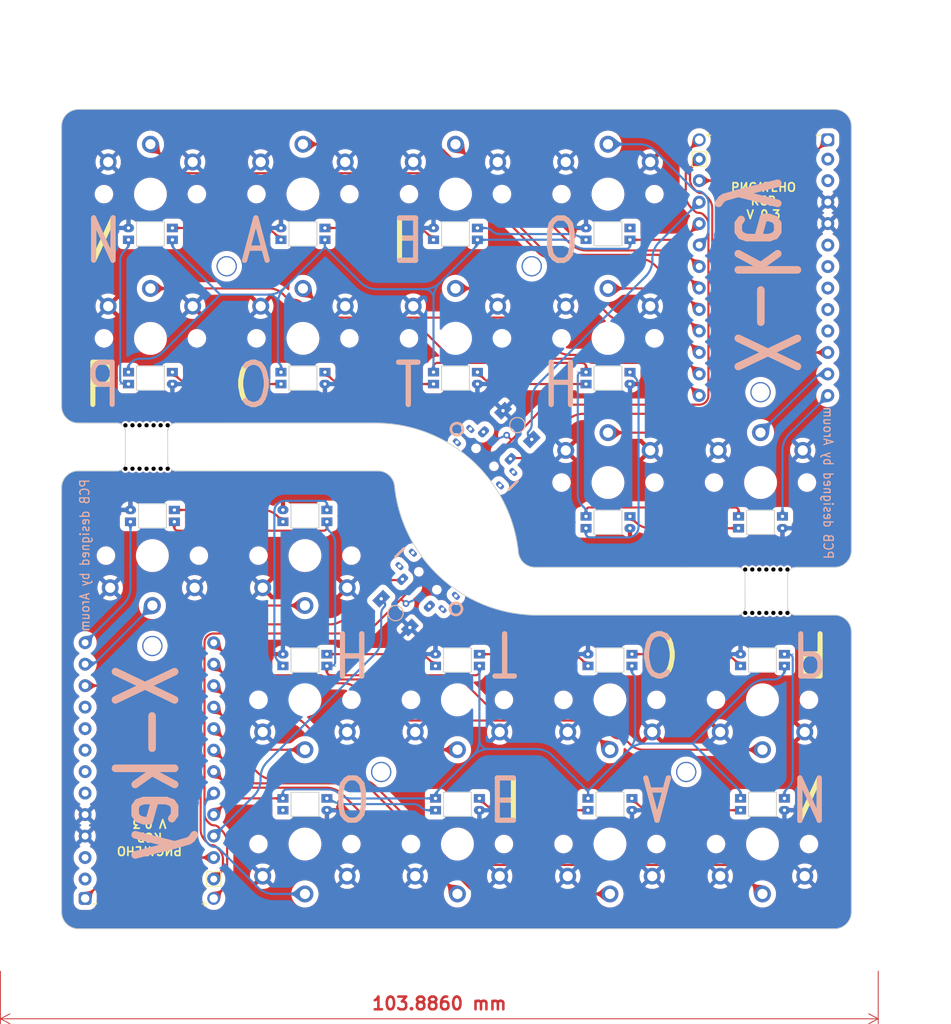
<source format=kicad_pcb>
(kicad_pcb (version 20221018) (generator pcbnew)
  (title_block (title "PNCATEHO_100x100") (date "2021-06-23") (rev "0.3") (company "Aroum"))
  (layers (0 "F.Cu" signal) (31 "B.Cu" signal) (34 "B.Paste" user) (35 "F.Paste" user) (36 "B.SilkS" user "B.Silkscreen") (37 "F.SilkS" user "F.Silkscreen") (38 "B.Mask" user) (39 "F.Mask" user) (44 "Edge.Cuts" user))
  (net 0 "")
  (net 1 "GND")
  (net 2 "reset")
  (net 3 "R1C1")
  (net 4 "R1C2")
  (net 5 "R1C3")
  (net 6 "R1C4")
  (net 7 "R2C1")
  (net 8 "R2C2")
  (net 9 "R2C3")
  (net 10 "R2C4")
  (net 11 "R3C4")
  (net 12 "R3C5")
  (net 13 "VCC")
  (net 14 "LED")
  (net 15 "Net-(LED10-Pad4)")
  (net 16 "Net-(LED1-Pad2)")
  (net 17 "Net-(LED2-Pad2)")
  (net 18 "Net-(LED3-Pad2)")
  (net 19 "Net-(LED4-Pad2)")
  (net 20 "Net-(LED5-Pad2)")
  (net 21 "Net-(LED6-Pad2)")
  (net 22 "Net-(LED7-Pad2)")
  (net 23 "Net-(LED8-Pad2)")
  (net 32 "Net-(J1-Pad1)")
  (net 33 "VBAT")
  (net 35 "Net-(J1-Pad2)")
  (footprint "PNCATEHO:SW_3x4x2_2legs_duplex" (layer "F.Cu") (at 85.27195 65.088 135)
    (fp_text reference "RSW1")
    (fp_text value "SW_PUSH")
  )
  (footprint "PNCATEHO:ProMicro_duplex" (layer "F.Cu") (at 114.39935 48.1272)
    (fp_text reference "U1" hide)
    (fp_text value "ProMicro_r" hide)
  )
  (footprint "PNCATEHO:ChocV1_duplex" (layer "F.Cu") (at 77.94535 54.8362)
    (fp_text reference "SW7" hide)
    (fp_text value "SW_PUSH" hide)
  )
  (footprint "PNCATEHO:ChocV1_duplex" (layer "F.Cu") (at 114.04535 71.8862)
    (fp_text reference "SW10" hide)
    (fp_text value "SW_PUSH" hide)
  )
  (footprint "PNCATEHO:ChocV1_duplex" (layer "F.Cu") (at 95.99535 71.8862)
    (fp_text reference "SW9" hide)
    (fp_text value "SW_PUSH" hide)
  )
  (footprint "PNCATEHO:ChocV1_duplex" (layer "F.Cu") (at 95.99535 54.8362)
    (fp_text reference "SW8" hide)
    (fp_text value "SW_PUSH" hide)
  )
  (footprint "PNCATEHO:ChocV1_duplex" (layer "F.Cu") (at 95.99535 37.7862)
    (fp_text reference "SW4" hide)
    (fp_text value "SW_PUSH" hide)
  )
  (footprint "PNCATEHO:ChocV1_duplex" (layer "F.Cu") (at 77.94535 37.7862)
    (fp_text reference "SW3" hide)
    (fp_text value "SW_PUSH" hide)
  )
  (footprint "PNCATEHO:ChocV1_duplex" (layer "F.Cu") (at 41.84535 54.8362)
    (fp_text reference "SW5" hide)
    (fp_text value "SW_PUSH" hide)
  )
  (footprint "PNCATEHO:ChocV1_duplex" (layer "F.Cu") (at 41.84535 37.7862)
    (fp_text reference "SW1" hide)
    (fp_text value "SW_PUSH" hide)
  )
  (footprint "PNCATEHO:ChocV1_duplex" (layer "F.Cu") (at 59.89535 37.7862)
    (fp_text reference "SW2" hide)
    (fp_text value "SW_PUSH" hide)
  )
  (footprint "PNCATEHO:ChocV1_duplex" (layer "F.Cu") (at 59.89535 54.8362)
    (fp_text reference "SW6" hide)
    (fp_text value "SW_PUSH" hide)
  )
  (footprint "PNCATEHO:ChocV1_duplex" (layer "F.Cu") (at 78.18036 97.573198 180)
    (fp_text reference "SW7" hide)
    (fp_text value "SW_PUSH" hide)
  )
  (footprint "PNCATEHO:ProMicro_duplex" (layer "F.Cu") (at 41.72636 104.2822 180)
    (fp_text reference "U1" hide)
    (fp_text value "ProMicro_r" hide)
  )
  (footprint "enki_lib:HOLE" (layer "F.Cu") (at 69.15536 106.0982 180)
    (fp_text reference "H2" hide)
    (fp_text value "Hole" hide)
  )
  (footprint "NPTH" (layer "F.Cu") (at 115.569715 82.160296)
    (fp_text reference "REF**" hide)
    (fp_text value "NPTH" hide)
  )
  (footprint "NPTH" (layer "F.Cu") (at 114.736688 87.297169)
    (fp_text reference "REF**" hide)
    (fp_text value "NPTH" hide)
  )
  (footprint "NPTH" (layer "F.Cu") (at 40.553474 65.112066)
    (fp_text reference "REF**" hide)
    (fp_text value "NPTH" hide)
  )
  (footprint "NPTH" (layer "F.Cu") (at 39.720141 65.111966)
    (fp_text reference "REF**" hide)
    (fp_text value "NPTH" hide)
  )
  (footprint "NPTH" (layer "F.Cu") (at 114.736382 82.160196)
    (fp_text reference "REF**" hide)
    (fp_text value "NPTH" hide)
  )
  (footprint "NPTH" (layer "F.Cu") (at 42.220141 65.112265)
    (fp_text reference "REF**" hide)
    (fp_text value "NPTH" hide)
  )
  (footprint "NPTH" (layer "F.Cu") (at 112.236688 87.29685)
    (fp_text reference "REF**" hide)
    (fp_text value "NPTH" hide)
  )
  (footprint "enki_lib:HOLE" (layer "F.Cu") (at 105.255358 106.098199 180)
    (fp_text reference "H1" hide)
    (fp_text value "Hole" hide)
  )
  (footprint "NPTH" (layer "F.Cu") (at 112.236382 82.159897)
    (fp_text reference "REF**" hide)
    (fp_text value "NPTH" hide)
  )
  (footprint "NPTH" (layer "F.Cu") (at 117.236688 87.297489)
    (fp_text reference "REF**" hide)
    (fp_text value "NPTH" hide)
  )
  (footprint "NPTH" (layer "F.Cu") (at 116.403048 82.160396)
    (fp_text reference "REF**" hide)
    (fp_text value "NPTH" hide)
  )
  (footprint "enki_lib:HOLE" (layer "F.Cu") (at 42.07556 91.207598 180)
    (fp_text reference "H3" hide)
    (fp_text value "Hole" hide)
  )
  (footprint "enki_lib:battery_conn" (layer "F.Cu") (at 41.726362 121.050202)
    (fp_text reference "J1" hide)
    (fp_text value "TestPoint_2Pole")
  )
  (footprint "NPTH" (layer "F.Cu") (at 43.886808 65.112465)
    (fp_text reference "REF**" hide)
    (fp_text value "NPTH" hide)
  )
  (footprint "NPTH" (layer "F.Cu") (at 117.236382 82.160496)
    (fp_text reference "REF**" hide)
    (fp_text value "NPTH" hide)
  )
  (footprint "PNCATEHO:ChocV1_duplex" (layer "F.Cu") (at 60.13036 114.623202 180)
    (fp_text reference "SW4" hide)
    (fp_text value "SW_PUSH" hide)
  )
  (footprint "PNCATEHO:ChocV1_duplex" (layer "F.Cu") (at 114.280358 114.623201 180)
    (fp_text reference "SW1" hide)
    (fp_text value "SW_PUSH" hide)
  )
  (footprint "PNCATEHO:ChocV1_duplex" (layer "F.Cu") (at 114.280359 97.5732 180)
    (fp_text reference "SW5" hide)
    (fp_text value "SW_PUSH" hide)
  )
  (footprint "NPTH" (layer "F.Cu") (at 113.069715 82.159997)
    (fp_text reference "REF**" hide)
    (fp_text value "NPTH" hide)
  )
  (footprint "enki_lib:HOLE" (layer "F.Cu") (at 50.87035 46.3112)
    (fp_text reference "H1" hide)
    (fp_text value "Hole" hide)
  )
  (footprint "enki_lib:HOLE" (layer "F.Cu") (at 86.97035 46.3112)
    (fp_text reference "H2" hide)
    (fp_text value "Hole" hide)
  )
  (footprint "PNCATEHO:ChocV1_duplex" (layer "F.Cu") (at 60.130362 97.573199 180)
    (fp_text reference "SW8" hide)
    (fp_text value "SW_PUSH" hide)
  )
  (footprint "NPTH" (layer "F.Cu") (at 43.053781 70.249407)
    (fp_text reference "REF**" hide)
    (fp_text value "NPTH" hide)
  )
  (footprint "NPTH" (layer "F.Cu") (at 39.720448 70.248981)
    (fp_text reference "REF**" hide)
    (fp_text value "NPTH" hide)
  )
  (footprint "enki_lib:switch_MSK-12C02_smd" (layer "F.Cu") (at 81.44016 68.90161 -45)
    (fp_text reference "PSW1" hide)
    (fp_text value "SW_SPDT" hide)
  )
  (footprint "NPTH" (layer "F.Cu") (at 113.903048 82.160097)
    (fp_text reference "REF**" hide)
    (fp_text value "NPTH" hide)
  )
  (footprint "NPTH" (layer "F.Cu") (at 113.903355 87.297063)
    (fp_text reference "REF**" hide)
    (fp_text value "NPTH" hide)
  )
  (footprint "NPTH" (layer "F.Cu") (at 42.220448 70.249301)
    (fp_text reference "REF**" hide)
    (fp_text value "NPTH" hide)
  )
  (footprint "enki_lib:HOLE" (layer "F.Cu") (at 114.05015 61.2018)
    (fp_text reference "H3" hide)
    (fp_text value "Hole" hide)
  )
  (footprint "NPTH" (layer "F.Cu") (at 115.570022 87.297276)
    (fp_text reference "REF**" hide)
    (fp_text value "NPTH" hide)
  )
  (footprint "PNCATEHO:ChocV1_duplex" (layer "F.Cu") (at 96.23036 97.5732 180)
    (fp_text reference "SW6" hide)
    (fp_text value "SW_PUSH" hide)
  )
  (footprint "NPTH" (layer "F.Cu") (at 43.887114 70.249514)
    (fp_text reference "REF**" hide)
    (fp_text value "NPTH" hide)
  )
  (footprint "NPTH" (layer "F.Cu") (at 40.553781 70.249088)
    (fp_text reference "REF**" hide)
    (fp_text value "NPTH" hide)
  )
  (footprint "PNCATEHO:ChocV1_duplex" (layer "F.Cu") (at 78.18036 114.6232 180)
    (fp_text reference "SW3" hide)
    (fp_text value "SW_PUSH" hide)
  )
  (footprint "PNCATEHO:ChocV1_duplex" (layer "F.Cu") (at 60.13036 80.5232 180)
    (fp_text reference "SW9" hide)
    (fp_text value "SW_PUSH" hide)
  )
  (footprint "enki_lib:battery_conn" (layer "F.Cu") (at 114.39935 31.3592 180)
    (fp_text reference "J1" hide)
    (fp_text value "TestPoint_2Pole")
  )
  (footprint "enki_lib:switch_MSK-12C02_smd" (layer "F.Cu") (at 74.67401 83.49686 135)
    (fp_text reference "PSW1" hide)
    (fp_text value "SW_SPDT" hide)
  )
  (footprint "NPTH" (layer "F.Cu") (at 41.386808 65.112165)
    (fp_text reference "REF**" hide)
    (fp_text value "NPTH" hide)
  )
  (footprint "NPTH" (layer "F.Cu") (at 113.070022 87.296956)
    (fp_text reference "REF**" hide)
    (fp_text value "NPTH" hide)
  )
  (footprint "NPTH" (layer "F.Cu") (at 38.887114 70.248875)
    (fp_text reference "REF**" hide)
    (fp_text value "NPTH" hide)
  )
  (footprint "NPTH" (layer "F.Cu") (at 41.387114 70.249194)
    (fp_text reference "REF**" hide)
    (fp_text value "NPTH" hide)
  )
  (footprint "NPTH" (layer "F.Cu") (at 38.886808 65.111866)
    (fp_text reference "REF**" hide)
    (fp_text value "NPTH" hide)
  )
  (footprint "PNCATEHO:SW_3x4x2_2legs_duplex" (layer "F.Cu") (at 70.853762 87.3214 -45)
    (fp_text reference "RSW1")
    (fp_text value "SW_PUSH")
  )
  (footprint "NPTH" (layer "F.Cu") (at 43.053474 65.112365)
    (fp_text reference "REF**" hide)
    (fp_text value "NPTH" hide)
  )
  (footprint "PNCATEHO:ChocV1_duplex" (layer "F.Cu") (at 96.23036 114.6232 180)
    (fp_text reference "SW2" hide)
    (fp_text value "SW_PUSH" hide)
  )
  (footprint "PNCATEHO:ChocV1_duplex" (layer "F.Cu") (at 42.080358 80.5232 180)
    (fp_text reference "SW10" hide)
    (fp_text value "SW_PUSH" hide)
  )
  (footprint "NPTH" (layer "F.Cu") (at 116.403355 87.297382)
    (fp_text reference "REF**" hide)
    (fp_text value "NPTH" hide)
  )
  (footprint "PNCATEHO:YS-SK6812MINI-E_duplex" (layer "B.Cu") (at 95.99535 42.4862)
    (fp_text reference "LED10" hide)
    (fp_text value "YS-SK6812MINI-E" hide)
    (fp_line (start -1.65 -1.425) (end 1.65 -1.425) (stroke (width 0.12)) (layer "Edge.Cuts"))
    (fp_line (start -1.65 1.425) (end -1.65 -1.425) (stroke (width 0.12)) (layer "Edge.Cuts"))
    (fp_line (start 1.65 -1.425) (end 1.65 1.425) (stroke (width 0.12)) (layer "Edge.Cuts"))
    (fp_line (start 1.65 1.425) (end -1.65 1.425) (stroke (width 0.12)) (layer "Edge.Cuts"))
  )
  (footprint "PNCATEHO:YS-SK6812MINI-E_duplex" (layer "B.Cu") (at 114.04535 76.5862 180)
    (fp_text reference "LED1" hide)
    (fp_text value "YS-SK6812MINI-E" hide)
    (fp_line (start -1.65 -1.425) (end 1.65 -1.425) (stroke (width 0.12)) (layer "Edge.Cuts"))
    (fp_line (start -1.65 1.425) (end -1.65 -1.425) (stroke (width 0.12)) (layer "Edge.Cuts"))
    (fp_line (start 1.65 -1.425) (end 1.65 1.425) (stroke (width 0.12)) (layer "Edge.Cuts"))
    (fp_line (start 1.65 1.425) (end -1.65 1.425) (stroke (width 0.12)) (layer "Edge.Cuts"))
  )
  (footprint "PNCATEHO:YS-SK6812MINI-E_duplex" (layer "B.Cu") (at 95.99535 76.5862 180)
    (fp_text reference "LED2" hide)
    (fp_text value "YS-SK6812MINI-E" hide)
    (fp_line (start -1.65 -1.425) (end 1.65 -1.425) (stroke (width 0.12)) (layer "Edge.Cuts"))
    (fp_line (start -1.65 1.425) (end -1.65 -1.425) (stroke (width 0.12)) (layer "Edge.Cuts"))
    (fp_line (start 1.65 -1.425) (end 1.65 1.425) (stroke (width 0.12)) (layer "Edge.Cuts"))
    (fp_line (start 1.65 1.425) (end -1.65 1.425) (stroke (width 0.12)) (layer "Edge.Cuts"))
  )
  (footprint "PNCATEHO:YS-SK6812MINI-E_duplex" (layer "B.Cu") (at 95.99535 59.5362 180)
    (fp_text reference "LED3" hide)
    (fp_text value "YS-SK6812MINI-E" hide)
    (fp_line (start -1.65 -1.425) (end 1.65 -1.425) (stroke (width 0.12)) (layer "Edge.Cuts"))
    (fp_line (start -1.65 1.425) (end -1.65 -1.425) (stroke (width 0.12)) (layer "Edge.Cuts"))
    (fp_line (start 1.65 -1.425) (end 1.65 1.425) (stroke (width 0.12)) (layer "Edge.Cuts"))
    (fp_line (start 1.65 1.425) (end -1.65 1.425) (stroke (width 0.12)) (layer "Edge.Cuts"))
  )
  (footprint "PNCATEHO:YS-SK6812MINI-E_duplex" (layer "B.Cu") (at 77.94535 59.5362 180)
    (fp_text reference "LED4" hide)
    (fp_text value "YS-SK6812MINI-E" hide)
    (fp_line (start -1.65 -1.425) (end 1.65 -1.425) (stroke (width 0.12)) (layer "Edge.Cuts"))
    (fp_line (start -1.65 1.425) (end -1.65 -1.425) (stroke (width 0.12)) (layer "Edge.Cuts"))
    (fp_line (start 1.65 -1.425) (end 1.65 1.425) (stroke (width 0.12)) (layer "Edge.Cuts"))
    (fp_line (start 1.65 1.425) (end -1.65 1.425) (stroke (width 0.12)) (layer "Edge.Cuts"))
  )
  (footprint "PNCATEHO:YS-SK6812MINI-E_duplex" (layer "B.Cu") (at 59.89535 59.5362 180)
    (fp_text reference "LED5" hide)
    (fp_text value "YS-SK6812MINI-E" hide)
    (fp_line (start -1.65 -1.425) (end 1.65 -1.425) (stroke (width 0.12)) (layer "Edge.Cuts"))
    (fp_line (start -1.65 1.425) (end -1.65 -1.425) (stroke (width 0.12)) (layer "Edge.Cuts"))
    (fp_line (start 1.65 -1.425) (end 1.65 1.425) (stroke (width 0.12)) (layer "Edge.Cuts"))
    (fp_line (start 1.65 1.425) (end -1.65 1.425) (stroke (width 0.12)) (layer "Edge.Cuts"))
  )
  (footprint "PNCATEHO:YS-SK6812MINI-E_duplex" (layer "B.Cu") (at 41.84535 59.5362 180)
    (fp_text reference "LED6" hide)
    (fp_text value "YS-SK6812MINI-E" hide)
    (fp_line (start -1.65 -1.425) (end 1.65 -1.425) (stroke (width 0.12)) (layer "Edge.Cuts"))
    (fp_line (start -1.65 1.425) (end -1.65 -1.425) (stroke (width 0.12)) (layer "Edge.Cuts"))
    (fp_line (start 1.65 -1.425) (end 1.65 1.425) (stroke (width 0.12)) (layer "Edge.Cuts"))
    (fp_line (start 1.65 1.425) (end -1.65 1.425) (stroke (width 0.12)) (layer "Edge.Cuts"))
  )
  (footprint "PNCATEHO:YS-SK6812MINI-E_duplex" (layer "B.Cu") (at 41.84535 42.4862)
    (fp_text reference "LED7" hide)
    (fp_text value "YS-SK6812MINI-E" hide)
    (fp_line (start -1.65 -1.425) (end 1.65 -1.425) (stroke (width 0.12)) (layer "Edge.Cuts"))
    (fp_line (start -1.65 1.425) (end -1.65 -1.425) (stroke (width 0.12)) (layer "Edge.Cuts"))
    (fp_line (start 1.65 -1.425) (end 1.65 1.425) (stroke (width 0.12)) (layer "Edge.Cuts"))
    (fp_line (start 1.65 1.425) (end -1.65 1.425) (stroke (width 0.12)) (layer "Edge.Cuts"))
  )
  (footprint "PNCATEHO:YS-SK6812MINI-E_duplex" (layer "B.Cu") (at 59.89535 42.4862)
    (fp_text reference "LED8" hide)
    (fp_text value "YS-SK6812MINI-E" hide)
    (fp_line (start -1.65 -1.425) (end 1.65 -1.425) (stroke (width 0.12)) (layer "Edge.Cuts"))
    (fp_line (start -1.65 1.425) (end -1.65 -1.425) (stroke (width 0.12)) (layer "Edge.Cuts"))
    (fp_line (start 1.65 -1.425) (end 1.65 1.425) (stroke (width 0.12)) (layer "Edge.Cuts"))
    (fp_line (start 1.65 1.425) (end -1.65 1.425) (stroke (width 0.12)) (layer "Edge.Cuts"))
  )
  (footprint "PNCATEHO:YS-SK6812MINI-E_duplex" (layer "B.Cu") (at 77.94535 42.4862)
    (fp_text reference "LED9" hide)
    (fp_text value "YS-SK6812MINI-E" hide)
    (fp_line (start -1.65 -1.425) (end 1.65 -1.425) (stroke (width 0.12)) (layer "Edge.Cuts"))
    (fp_line (start -1.65 1.425) (end -1.65 -1.425) (stroke (width 0.12)) (layer "Edge.Cuts"))
    (fp_line (start 1.65 -1.425) (end 1.65 1.425) (stroke (width 0.12)) (layer "Edge.Cuts"))
    (fp_line (start 1.65 1.425) (end -1.65 1.425) (stroke (width 0.12)) (layer "Edge.Cuts"))
  )
  (footprint "PNCATEHO:YS-SK6812MINI-E_duplex" (layer "B.Cu") (at 60.130361 92.873201)
    (fp_text reference "LED3" hide)
    (fp_text value "YS-SK6812MINI-E" hide)
    (fp_line (start -1.65 -1.425) (end 1.65 -1.425) (stroke (width 0.12)) (layer "Edge.Cuts"))
    (fp_line (start -1.65 1.425) (end -1.65 -1.425) (stroke (width 0.12)) (layer "Edge.Cuts"))
    (fp_line (start 1.65 -1.425) (end 1.65 1.425) (stroke (width 0.12)) (layer "Edge.Cuts"))
    (fp_line (start 1.65 1.425) (end -1.65 1.425) (stroke (width 0.12)) (layer "Edge.Cuts"))
  )
  (footprint "PNCATEHO:YS-SK6812MINI-E_duplex" (layer "B.Cu") (at 114.28036 92.873201)
    (fp_text reference "LED6" hide)
    (fp_text value "YS-SK6812MINI-E" hide)
    (fp_line (start -1.65 -1.425) (end 1.65 -1.425) (stroke (width 0.12)) (layer "Edge.Cuts"))
    (fp_line (start -1.65 1.425) (end -1.65 -1.425) (stroke (width 0.12)) (layer "Edge.Cuts"))
    (fp_line (start 1.65 -1.425) (end 1.65 1.425) (stroke (width 0.12)) (layer "Edge.Cuts"))
    (fp_line (start 1.65 1.425) (end -1.65 1.425) (stroke (width 0.12)) (layer "Edge.Cuts"))
  )
  (footprint "PNCATEHO:YS-SK6812MINI-E_duplex" (layer "B.Cu") (at 96.23036 109.9232 180)
    (fp_text reference "LED8" hide)
    (fp_text value "YS-SK6812MINI-E" hide)
    (fp_line (start -1.65 -1.425) (end 1.65 -1.425) (stroke (width 0.12)) (layer "Edge.Cuts"))
    (fp_line (start -1.65 1.425) (end -1.65 -1.425) (stroke (width 0.12)) (layer "Edge.Cuts"))
    (fp_line (start 1.65 -1.425) (end 1.65 1.425) (stroke (width 0.12)) (layer "Edge.Cuts"))
    (fp_line (start 1.65 1.425) (end -1.65 1.425) (stroke (width 0.12)) (layer "Edge.Cuts"))
  )
  (footprint "PNCATEHO:YS-SK6812MINI-E_duplex" (layer "B.Cu") (at 78.18036 92.873198)
    (fp_text reference "LED4" hide)
    (fp_text value "YS-SK6812MINI-E" hide)
    (fp_line (start -1.65 -1.425) (end 1.65 -1.425) (stroke (width 0.12)) (layer "Edge.Cuts"))
    (fp_line (start -1.65 1.425) (end -1.65 -1.425) (stroke (width 0.12)) (layer "Edge.Cuts"))
    (fp_line (start 1.65 -1.425) (end 1.65 1.425) (stroke (width 0.12)) (layer "Edge.Cuts"))
    (fp_line (start 1.65 1.425) (end -1.65 1.425) (stroke (width 0.12)) (layer "Edge.Cuts"))
  )
  (footprint "PNCATEHO:YS-SK6812MINI-E_duplex" (layer "B.Cu") (at 60.130361 109.923199 180)
    (fp_text reference "LED10" hide)
    (fp_text value "YS-SK6812MINI-E" hide)
    (fp_line (start -1.65 -1.425) (end 1.65 -1.425) (stroke (width 0.12)) (layer "Edge.Cuts"))
    (fp_line (start -1.65 1.425) (end -1.65 -1.425) (stroke (width 0.12)) (layer "Edge.Cuts"))
    (fp_line (start 1.65 -1.425) (end 1.65 1.425) (stroke (width 0.12)) (layer "Edge.Cuts"))
    (fp_line (start 1.65 1.425) (end -1.65 1.425) (stroke (width 0.12)) (layer "Edge.Cuts"))
  )
  (footprint "PNCATEHO:YS-SK6812MINI-E_duplex" (layer "B.Cu") (at 78.180361 109.923199 180)
    (fp_text reference "LED9" hide)
    (fp_text value "YS-SK6812MINI-E" hide)
    (fp_line (start -1.65 -1.425) (end 1.65 -1.425) (stroke (width 0.12)) (layer "Edge.Cuts"))
    (fp_line (start -1.65 1.425) (end -1.65 -1.425) (stroke (width 0.12)) (layer "Edge.Cuts"))
    (fp_line (start 1.65 -1.425) (end 1.65 1.425) (stroke (width 0.12)) (layer "Edge.Cuts"))
    (fp_line (start 1.65 1.425) (end -1.65 1.425) (stroke (width 0.12)) (layer "Edge.Cuts"))
  )
  (footprint "PNCATEHO:YS-SK6812MINI-E_duplex" (layer "B.Cu") (at 42.080361 75.823201)
    (fp_text reference "LED1" hide)
    (fp_text value "YS-SK6812MINI-E" hide)
    (fp_line (start -1.65 -1.425) (end 1.65 -1.425) (stroke (width 0.12)) (layer "Edge.Cuts"))
    (fp_line (start -1.65 1.425) (end -1.65 -1.425) (stroke (width 0.12)) (layer "Edge.Cuts"))
    (fp_line (start 1.65 -1.425) (end 1.65 1.425) (stroke (width 0.12)) (layer "Edge.Cuts"))
    (fp_line (start 1.65 1.425) (end -1.65 1.425) (stroke (width 0.12)) (layer "Edge.Cuts"))
  )
  (footprint "PNCATEHO:YS-SK6812MINI-E_duplex" (layer "B.Cu") (at 60.13036 75.8232)
    (fp_text reference "LED2" hide)
    (fp_text value "YS-SK6812MINI-E" hide)
    (fp_line (start -1.65 -1.425) (end 1.65 -1.425) (stroke (width 0.12)) (layer "Edge.Cuts"))
    (fp_line (start -1.65 1.425) (end -1.65 -1.425) (stroke (width 0.12)) (layer "Edge.Cuts"))
    (fp_line (start 1.65 -1.425) (end 1.65 1.425) (stroke (width 0.12)) (layer "Edge.Cuts"))
    (fp_line (start 1.65 1.425) (end -1.65 1.425) (stroke (width 0.12)) (layer "Edge.Cuts"))
  )
  (footprint "PNCATEHO:YS-SK6812MINI-E_duplex" (layer "B.Cu") (at 96.23036 92.8732)
    (fp_text reference "LED5" hide)
    (fp_text value "YS-SK6812MINI-E" hide)
    (fp_line (start -1.65 -1.425) (end 1.65 -1.425) (stroke (width 0.12)) (layer "Edge.Cuts"))
    (fp_line (start -1.65 1.425) (end -1.65 -1.425) (stroke (width 0.12)) (layer "Edge.Cuts"))
    (fp_line (start 1.65 -1.425) (end 1.65 1.425) (stroke (width 0.12)) (layer "Edge.Cuts"))
    (fp_line (start 1.65 1.425) (end -1.65 1.425) (stroke (width 0.12)) (layer "Edge.Cuts"))
  )
  (footprint "PNCATEHO:YS-SK6812MINI-E_duplex" (layer "B.Cu") (at 114.280362 109.923201 180)
    (fp_text reference "LED7" hide)
    (fp_text value "YS-SK6812MINI-E" hide)
    (fp_line (start -1.65 -1.425) (end 1.65 -1.425) (stroke (width 0.12)) (layer "Edge.Cuts"))
    (fp_line (start -1.65 1.425) (end -1.65 -1.425) (stroke (width 0.12)) (layer "Edge.Cuts"))
    (fp_line (start 1.65 -1.425) (end 1.65 1.425) (stroke (width 0.12)) (layer "Edge.Cuts"))
    (fp_line (start 1.65 1.425) (end -1.65 1.425) (stroke (width 0.12)) (layer "Edge.Cuts"))
  )
  (gr_line (start 124.805359 79.911199) (end 124.805359 63.069451) (stroke (width 0.1)) (layer "Edge.Cuts"))
  (gr_line (start 105.020349 81.911199) (end 106.669924 81.90923) (stroke (width 0.1)) (layer "Edge.Cuts"))
  (gr_line (start 87.370019 81.911199) (end 105.020349 81.911199) (stroke (width 0.1)) (layer "Edge.Cuts"))
  (gr_line (start 50.87035 64.861199) (end 68.47035 64.861199) (stroke (width 0.1)) (layer "Edge.Cuts"))
  (gr_line (start 124.805359 63.069451) (end 124.805359 29.7612) (stroke (width 0.1)) (layer "Edge.Cuts"))
  (gr_line (start 31.32035 29.7612) (end 31.32035 46.3112) (stroke (width 0.1)) (layer "Edge.Cuts"))
  (gr_line (start 31.32035 46.3112) (end 31.32035 62.861199) (stroke (width 0.1)) (layer "Edge.Cuts"))
  (gr_line (start 49.380526 64.863123) (end 50.87035 64.861199) (stroke (width 0.1)) (layer "Edge.Cuts"))
  (gr_arc (start 68.47035 64.861198) (mid 79.857612 69.238589) (end 85.380581 80.116462) (stroke (width 0.1)) (layer "Edge.Cuts"))
  (gr_arc (start 87.370019 81.911198) (mid 86.030345 81.396207) (end 85.380581 80.116462) (stroke (width 0.1)) (layer "Edge.Cuts"))
  (gr_arc (start 124.805359 79.911199) (mid 124.219571 81.325411) (end 122.805359 81.911199) (stroke (width 0.1)) (layer "Edge.Cuts"))
  (gr_arc (start 33.32035 64.861199) (mid 31.906136 64.275413) (end 31.32035 62.861199) (stroke (width 0.1)) (layer "Edge.Cuts"))
  (gr_line (start 33.32035 27.7612) (end 122.805359 27.7612) (stroke (width 0.1)) (layer "Edge.Cuts"))
  (gr_arc (start 31.32035 29.7612) (mid 31.906136 28.346986) (end 33.32035 27.7612) (stroke (width 0.1)) (layer "Edge.Cuts"))
  (gr_arc (start 122.805359 27.7612) (mid 124.219571 28.346988) (end 124.805359 29.7612) (stroke (width 0.1)) (layer "Edge.Cuts"))
  (gr_line (start 43.981905 65.429275) (end 44.003756 65.385869) (stroke (width 0.1)) (layer "Edge.Cuts"))
  (gr_line (start 38.363687 70.381889) (end 38.320279 70.403734) (stroke (width 0.1)) (layer "Edge.Cuts"))
  (gr_line (start 117.294294 82.56707) (end 117.311785 82.521732) (stroke (width 0.1)) (layer "Edge.Cuts"))
  (gr_line (start 112.217634 86.341646) (end 112.217389 82.706654) (stroke (width 0.1)) (layer "Edge.Cuts"))
  (gr_line (start 118.08128 87.53688) (end 118.033409 87.528568) (stroke (width 0.1)) (layer "Edge.Cuts"))
  (gr_line (start 111.487058 81.939475) (end 111.533885 81.952438) (stroke (width 0.1)) (layer "Edge.Cuts"))
  (gr_line (start 117.35333 82.4339) (end 117.377284 82.391619) (stroke (width 0.1)) (layer "Edge.Cuts"))
  (gr_line (start 111.343575 87.541965) (end 111.295111 87.545534) (stroke (width 0.1)) (layer "Edge.Cuts"))
  (gr_line (start 106.669924 81.90923) (end 111.246407 81.909778) (stroke (width 0.1)) (layer "Edge.Cuts"))
  (gr_line (start 112.095783 87.065721) (end 112.069783 87.106775) (stroke (width 0.1)) (layer "Edge.Cuts"))
  (gr_line (start 44.683835 70.480593) (end 44.636429 70.469943) (stroke (width 0.1)) (layer "Edge.Cuts"))
  (gr_line (start 38.405864 65.002639) (end 38.446912 65.028636) (stroke (width 0.1)) (layer "Edge.Cuts"))
  (gr_line (start 111.946645 87.256801) (end 111.911448 87.290308) (stroke (width 0.1)) (layer "Edge.Cuts"))
  (gr_line (start 111.295103 81.91098) (end 111.343559 81.914559) (stroke (width 0.1)) (layer "Edge.Cuts"))
  (gr_line (start 44.003756 65.385869) (end 44.02771 65.343588) (stroke (width 0.1)) (layer "Edge.Cuts"))
  (gr_line (start 38.885642 65.922281) (end 38.882067 65.970745) (stroke (width 0.1)) (layer "Edge.Cuts"))
  (gr_line (start 44.636385 64.892231) (end 44.6838 64.881589) (stroke (width 0.1)) (layer "Edge.Cuts"))
  (gr_line (start 44.779911 64.867343) (end 44.828375 64.863773) (stroke (width 0.1)) (layer "Edge.Cuts"))
  (gr_line (start 44.543469 70.441733) (end 44.498139 70.424242) (stroke (width 0.1)) (layer "Edge.Cuts"))
  (gr_line (start 112.095581 82.390853) (end 112.119528 82.43313) (stroke (width 0.1)) (layer "Edge.Cuts"))
  (gr_line (start 44.143503 70.174438) (end 44.111769 70.137645) (stroke (width 0.1)) (layer "Edge.Cuts"))
  (gr_line (start 38.885642 65.803174) (end 38.886838 65.85187) (stroke (width 0.1)) (layer "Edge.Cuts"))
  (gr_line (start 122.805361 124.648198) (end 33.320354 124.6482) (stroke (width 0.1)) (layer "Edge.Cuts"))
  (gr_line (start 38.882312 69.605793) (end 38.876363 69.654023) (stroke (width 0.1)) (layer "Edge.Cuts"))
  (gr_line (start 44.248842 65.087263) (end 44.287154 65.057368) (stroke (width 0.1)) (layer "Edge.Cuts"))
  (gr_line (start 43.929476 65.565181) (end 43.94472 65.519039) (stroke (width 0.1)) (layer "Edge.Cuts"))
  (gr_line (start 118.033409 87.528568) (end 117.986003 87.517918) (stroke (width 0.1)) (layer "Edge.Cuts"))
  (gr_line (start 122.805359 87.548201) (end 118.226653 87.547616) (stroke (width 0.1)) (layer "Edge.Cuts"))
  (gr_line (start 111.755545 87.405915) (end 111.713261 87.429864) (stroke (width 0.1)) (layer "Edge.Cuts"))
  (gr_line (start 44.367944 65.003395) (end 44.410228 64.979446) (stroke (width 0.1)) (layer "Edge.Cuts"))
  (gr_line (start 44.111769 70.137645) (end 44.081879 70.09934) (stroke (width 0.1)) (layer "Edge.Cuts"))
  (gr_line (start 117.636728 82.105399) (end 117.67646 82.077421) (stroke (width 0.1)) (layer "Edge.Cuts"))
  (gr_line (start 117.377284 82.391619) (end 117.403284 82.350565) (stroke (width 0.1)) (layer "Edge.Cuts"))
  (gr_line (start 38.184311 64.904407) (end 38.230445 64.919653) (stroke (width 0.1)) (layer "Edge.Cuts"))
  (gr_line (start 112.206744 82.659247) (end 112.217389 82.706654) (stroke (width 0.1)) (layer "Edge.Cuts"))
  (gr_line (start 38.090078 64.880793) (end 38.137484 64.891444) (stroke (width 0.1)) (layer "Edge.Cuts"))
  (gr_line (start 37.945529 64.862949) (end 37.993985 64.866528) (stroke (width 0.1)) (layer "Edge.Cuts"))
  (gr_line (start 112.069783 87.106775) (end 112.041799 87.146505) (stroke (width 0.1)) (layer "Edge.Cuts"))
  (gr_line (start 112.119528 82.43313) (end 112.141372 82.47653) (stroke (width 0.1)) (layer "Edge.Cuts"))
  (gr_line (start 117.717625 87.406722) (end 117.676578 87.380724) (stroke (width 0.1)) (layer "Edge.Cuts"))
  (gr_line (start 43.886838 65.852706) (end 43.888033 65.804003) (stroke (width 0.1)) (layer "Edge.Cuts"))
  (gr_line (start 38.184365 70.456146) (end 38.137529 70.469102) (stroke (width 0.1)) (layer "Edge.Cuts"))
  (gr_line (start 44.287154 65.057368) (end 44.326886 65.02939) (stroke (width 0.1)) (layer "Edge.Cuts"))
  (gr_line (start 38.746209 70.017746) (end 38.720209 70.0588) (stroke (width 0.1)) (layer "Edge.Cuts"))
  (gr_line (start 117.985959 81.940262) (end 118.033374 81.92962) (stroke (width 0.1)) (layer "Edge.Cuts"))
  (gr_line (start 44.05371 65.302534) (end 44.081693 65.262804) (stroke (width 0.1)) (layer "Edge.Cuts"))
  (gr_line (start 38.137484 64.891444) (end 38.184311 64.904407) (stroke (width 0.1)) (layer "Edge.Cuts"))
  (gr_line (start 38.85717 65.611216) (end 38.867815 65.658623) (stroke (width 0.1)) (layer "Edge.Cuts"))
  (gr_line (start 38.405971 70.35794) (end 38.363687 70.381889) (stroke (width 0.1)) (layer "Edge.Cuts"))
  (gr_line (start 44.877079 64.862583) (end 49.380526 64.863123) (stroke (width 0.1)) (layer "Edge.Cuts"))
  (gr_line (start 38.746007 65.342822) (end 38.769954 65.385099) (stroke (width 0.1)) (layer "Edge.Cuts"))
  (gr_line (start 117.526578 87.257604) (end 117.493077 87.222413) (stroke (width 0.1)) (layer "Edge.Cuts"))
  (gr_line (start 38.363591 64.978687) (end 38.405864 65.002639) (stroke (width 0.1)) (layer "Edge.Cuts"))
  (gr_line (start 44.498139 70.424242) (end 44.453722 70.404548) (stroke (width 0.1)) (layer "Edge.Cuts"))
  (gr_line (start 112.141588 86.980034) (end 112.119737 87.023439) (stroke (width 0.1)) (layer "Edge.Cuts"))
  (gr_line (start 117.893043 87.489708) (end 117.847713 87.472217) (stroke (width 0.1)) (layer "Edge.Cuts"))
  (gr_line (start 37.945537 70.497559) (end 37.896833 70.498748) (stroke (width 0.1)) (layer "Edge.Cuts"))
  (gr_line (start 38.769954 65.385099) (end 38.791798 65.428499) (stroke (width 0.1)) (layer "Edge.Cuts"))
  (gr_line (start 117.847638 81.985942) (end 117.892979 81.968457) (stroke (width 0.1)) (layer "Edge.Cuts"))
  (gr_line (start 117.598416 82.135294) (end 117.636728 82.105399) (stroke (width 0.1)) (layer "Edge.Cuts"))
  (gr_line (start 111.343559 81.914559) (end 111.391781 81.920512) (stroke (width 0.1)) (layer "Edge.Cuts"))
  (gr_line (start 111.911448 87.290308) (end 111.874649 87.322046) (stroke (width 0.1)) (layer "Edge.Cuts"))
  (gr_line (start 124.80536 106.098198) (end 124.805359 89.548201) (stroke (width 0.1)) (layer "Edge.Cuts"))
  (gr_line (start 112.225937 86.701998) (end 112.217628 86.749877) (stroke (width 0.1)) (layer "Edge.Cuts"))
  (gr_line (start 111.796604 87.379919) (end 111.755545 87.405915) (stroke (width 0.1)) (layer "Edge.Cuts"))
  (gr_line (start 111.439652 81.928824) (end 111.487058 81.939475) (stroke (width 0.1)) (layer "Edge.Cuts"))
  (gr_line (start 44.081879 70.09934) (end 44.053904 70.059614) (stroke (width 0.1)) (layer "Edge.Cuts"))
  (gr_line (start 38.692039 65.262046) (end 38.720015 65.301772) (stroke (width 0.1)) (layer "Edge.Cuts"))
  (gr_line (start 112.041613 82.310077) (end 112.069589 82.349803) (stroke (width 0.1)) (layer "Edge.Cuts"))
  (gr_line (start 38.844444 69.796152) (end 38.829199 69.842294) (stroke (width 0.1)) (layer "Edge.Cuts"))
  (gr_line (start 44.177004 70.209629) (end 44.143503 70.174438) (stroke (width 0.1)) (layer "Edge.Cuts"))
  (gr_line (start 118.033374 81.92962) (end 118.081255 81.921317) (stroke (width 0.1)) (layer "Edge.Cuts"))
  (gr_line (start 38.525075 70.274071) (end 38.486763 70.303966) (stroke (width 0.1)) (layer "Edge.Cuts"))
  (gr_line (start 111.391806 87.536022) (end 111.343575 87.541965) (stroke (width 0.1)) (layer "Edge.Cuts"))
  (gr_line (start 43.888033 65.923165) (end 43.886838 65.87447) (stroke (width 0.1)) (layer "Edge.Cuts"))
  (gr_line (start 38.844212 65.564388) (end 38.85717 65.611216) (stroke (width 0.1)) (layer "Edge.Cuts"))
  (gr_line (start 112.194018 86.844127) (end 112.178773 86.890269) (stroke (width 0.1)) (layer "Edge.Cuts"))
  (gr_line (start 111.713261 87.429864) (end 111.669853 87.451709) (stroke (width 0.1)) (layer "Edge.Cuts"))
  (gr_line (start 112.20698 86.797292) (end 112.194018 86.844127) (stroke (width 0.1)) (layer "Edge.Cuts"))
  (gr_line (start 111.980156 87.221608) (end 111.946645 87.256801) (stroke (width 0.1)) (layer "Edge.Cuts"))
  (gr_line (start 117.241427 86.438562) (end 117.247376 86.390333) (stroke (width 0.1)) (layer "Edge.Cuts"))
  (gr_line (start 117.803296 87.452523) (end 117.759898 87.430674) (stroke (width 0.1)) (layer "Edge.Cuts"))
  (gr_line (start 38.867815 65.658623) (end 38.876121 65.706496) (stroke (width 0.1)) (layer "Edge.Cuts"))
  (gr_line (start 112.236657 86.5566) (end 112.235461 86.605304) (stroke (width 0.1)) (layer "Edge.Cuts"))
  (gr_line (start 112.193786 82.612419) (end 112.206744 82.659247) (stroke (width 0.1)) (layer "Edge.Cuts"))
  (gr_line (start 38.27585 70.423422) (end 38.230509 70.440907) (stroke (width 0.1)) (layer "Edge.Cuts"))
  (gr_line (start 117.247373 86.702867) (end 117.241426 86.654644) (stroke (width 0.1)) (layer "Edge.Cuts"))
  (gr_line (start 44.498064 64.937911) (end 44.543405 64.920426) (stroke (width 0.1)) (layer "Edge.Cuts"))
  (gr_line (start 117.52642 82.200539) (end 117.561617 82.167033) (stroke (width 0.1)) (layer "Edge.Cuts"))
  (gr_line (start 44.779928 70.494859) (end 44.731706 70.488905) (stroke (width 0.1)) (layer "Edge.Cuts"))
  (gr_line (start 112.231887 86.437741) (end 112.235461 86.486197) (stroke (width 0.1)) (layer "Edge.Cuts"))
  (gr_line (start 38.770163 69.975464) (end 38.746209 70.017746) (stroke (width 0.1)) (layer "Edge.Cuts"))
  (gr_line (start 117.493077 87.222413) (end 117.461343 87.18562) (stroke (width 0.1)) (layer "Edge.Cuts"))
  (gr_line (start 117.377485 87.066538) (end 117.353538 87.024262) (stroke (width 0.1)) (layer "Edge.Cuts"))
  (gr_line (start 122.805359 81.911199) (end 118.226653 81.910614) (stroke (width 0.1)) (layer "Edge.Cuts"))
  (gr_line (start 38.886838 65.85187) (end 38.886838 65.873577) (stroke (width 0.1)) (layer "Edge.Cuts"))
  (gr_line (start 111.836209 82.104647) (end 111.87451 82.134543) (stroke (width 0.1)) (layer "Edge.Cuts"))
  (gr_line (start 43.916514 65.612016) (end 43.929476 65.565181) (stroke (width 0.1)) (layer "Edge.Cuts"))
  (gr_line (start 105.25536 87.548201) (end 87.65536 87.548201) (stroke (width 0.1)) (layer "Edge.Cuts"))
  (gr_line (start 43.897799 69.654892) (end 43.891852 69.606669) (stroke (width 0.1)) (layer "Edge.Cuts"))
  (gr_line (start 44.176846 65.152508) (end 44.212043 65.119002) (stroke (width 0.1)) (layer "Edge.Cuts"))
  (gr_line (start 117.403478 87.107589) (end 117.377485 87.066538) (stroke (width 0.1)) (layer "Edge.Cuts"))
  (gr_line (start 44.636429 70.469943) (end 44.589603 70.456979) (stroke (width 0.1)) (layer "Edge.Cuts"))
  (gr_line (start 44.053904 70.059614) (end 44.027911 70.018563) (stroke (width 0.1)) (layer "Edge.Cuts"))
  (gr_line (start 112.041799 87.146505) (end 112.011899 87.184813) (stroke (width 0.1)) (layer "Edge.Cuts"))
  (gr_line (start 117.247376 86.390333) (end 117.255685 86.342453) (stroke (width 0.1)) (layer "Edge.Cuts"))
  (gr_line (start 111.580019 81.967684) (end 111.625349 81.985175) (stroke (width 0.1)) (layer "Edge.Cuts"))
  (gr_line (start 112.217628 86.749877) (end 112.20698 86.797292) (stroke (width 0.1)) (layer "Edge.Cuts"))
  (gr_line (start 43.897557 65.70731) (end 43.905866 65.65943) (stroke (width 0.1)) (layer "Edge.Cuts"))
  (gr_line (start 117.759802 82.027477) (end 117.80321 82.005631) (stroke (width 0.1)) (layer "Edge.Cuts"))
  (gr_line (start 38.446912 65.028636) (end 38.486635 65.056616) (stroke (width 0.1)) (layer "Edge.Cuts"))
  (gr_line (start 38.561726 65.11825) (end 38.596913 65.151756) (stroke (width 0.1)) (layer "Edge.Cuts"))
  (gr_line (start 38.811708 69.887633) (end 38.792014 69.932059) (stroke (width 0.1)) (layer "Edge.Cuts"))
  (gr_arc (start 68.755691 70.498202) (mid 70.095351 71.013207) (end 70.745131 72.292936) (stroke (width 0.1)) (layer "Edge.Cuts"))
  (gr_line (start 38.829199 69.842294) (end 38.811708 69.887633) (stroke (width 0.1)) (layer "Edge.Cuts"))
  (gr_line (start 38.486635 65.056616) (end 38.524936 65.086512) (stroke (width 0.1)) (layer "Edge.Cuts"))
  (gr_line (start 38.320279 70.403734) (end 38.27585 70.423422) (stroke (width 0.1)) (layer "Edge.Cuts"))
  (gr_line (start 44.589549 64.905187) (end 44.636385 64.892231) (stroke (width 0.1)) (layer "Edge.Cuts"))
  (gr_line (start 38.597071 70.208826) (end 38.561874 70.242333) (stroke (width 0.1)) (layer "Edge.Cuts"))
  (gr_line (start 38.886838 65.873577) (end 38.885642 65.922281) (stroke (width 0.1)) (layer "Edge.Cuts"))
  (gr_line (start 106.743284 87.546147) (end 105.25536 87.548201) (stroke (width 0.1)) (layer "Edge.Cuts"))
  (gr_line (start 117.255679 86.750739) (end 117.247373 86.702867) (stroke (width 0.1)) (layer "Edge.Cuts"))
  (gr_line (start 49.455785 70.500226) (end 44.877079 70.499641) (stroke (width 0.1)) (layer "Edge.Cuts"))
  (gr_line (start 117.236657 86.557493) (end 117.236657 86.535729) (stroke (width 0.1)) (layer "Edge.Cuts"))
  (gr_line (start 117.311785 82.521732) (end 117.331479 82.477306) (stroke (width 0.1)) (layer "Edge.Cuts"))
  (gr_line (start 112.235461 86.605304) (end 112.231886 86.653768) (stroke (width 0.1)) (layer "Edge.Cuts"))
  (gr_line (start 111.87451 82.134543) (end 111.9113 82.166281) (stroke (width 0.1)) (layer "Edge.Cuts"))
  (gr_line (start 111.487103 87.517077) (end 111.439687 87.527719) (stroke (width 0.1)) (layer "Edge.Cuts"))
  (gr_line (start 43.944947 69.843134) (end 43.929708 69.796999) (stroke (width 0.1)) (layer "Edge.Cuts"))
  (gr_line (start 117.561617 82.167033) (end 117.598416 82.135294) (stroke (width 0.1)) (layer "Edge.Cuts"))
  (gr_line (start 43.94472 65.519039) (end 43.962211 65.473701) (stroke (width 0.1)) (layer "Edge.Cuts"))
  (gr_line (start 38.230445 64.919653) (end 38.275775 64.937144) (stroke (width 0.1)) (layer "Edge.Cuts"))
  (gr_line (start 44.143335 65.187701) (end 44.176846 65.152508) (stroke (width 0.1)) (layer "Edge.Cuts"))
  (gr_line (start 43.929708 69.796999) (end 43.91675 69.750171) (stroke (width 0.1)) (layer "Edge.Cuts"))
  (gr_line (start 38.630414 65.186947) (end 38.662148 65.22374) (stroke (width 0.1)) (layer "Edge.Cuts"))
  (gr_line (start 111.669853 87.451709) (end 111.625424 87.471397) (stroke (width 0.1)) (layer "Edge.Cuts"))
  (gr_line (start 112.217634 86.341646) (end 112.22594 86.389519) (stroke (width 0.1)) (layer "Edge.Cuts"))
  (gr_line (start 44.877079 70.499641) (end 44.828383 70.498439) (stroke (width 0.1)) (layer "Edge.Cuts"))
  (gr_line (start 44.410324 70.382699) (end 44.368051 70.358747) (stroke (width 0.1)) (layer "Edge.Cuts"))
  (gr_line (start 118.177949 81.911804) (end 118.226653 81.910614) (stroke (width 0.1)) (layer "Edge.Cuts"))
  (gr_line (start 111.946487 82.199787) (end 111.979988 82.234978) (stroke (width 0.1)) (layer "Edge.Cuts"))
  (gr_line (start 38.662325 70.136838) (end 38.630582 70.173633) (stroke (width 0.1)) (layer "Edge.Cuts"))
  (gr_line (start 112.178546 82.566283) (end 112.193786 82.612419) (stroke (width 0.1)) (layer "Edge.Cuts"))
  (gr_line (start 117.939177 87.504954) (end 117.893043 87.489708) (stroke (width 0.1)) (layer "Edge.Cuts"))
  (gr_line (start 44.731681 64.873286) (end 44.779911 64.867343) (stroke (width 0.1)) (layer "Edge.Cuts"))
  (gr_line (start 44.212043 65.119002) (end 44.248842 65.087263) (stroke (width 0.1)) (layer "Edge.Cuts"))
  (gr_line (start 111.625349 81.985175) (end 111.669767 82.004868) (stroke (width 0.1)) (layer "Edge.Cuts"))
  (gr_line (start 117.80321 82.005631) (end 117.847638 81.985942) (stroke (width 0.1)) (layer "Edge.Cuts"))
  (gr_line (start 112.119737 87.023439) (end 112.095783 87.065721) (stroke (width 0.1)) (layer "Edge.Cuts"))
  (gr_line (start 117.266088 82.660047) (end 117.27905 82.613212) (stroke (width 0.1)) (layer "Edge.Cuts"))
  (gr_line (start 43.888033 65.804003) (end 43.891608 65.755539) (stroke (width 0.1)) (layer "Edge.Cuts"))
  (gr_line (start 43.982121 69.932887) (end 43.962432 69.888467) (stroke (width 0.1)) (layer "Edge.Cuts"))
  (gr_line (start 43.905866 65.65943) (end 43.916514 65.612016) (stroke (width 0.1)) (layer "Edge.Cuts"))
  (gr_line (start 38.720015 65.301772) (end 38.746007 65.342822) (stroke (width 0.1)) (layer "Edge.Cuts"))
  (gr_line (start 117.279282 86.844974) (end 117.266324 86.798146) (stroke (width 0.1)) (layer "Edge.Cuts"))
  (gr_line (start 38.137529 70.469102) (end 38.090113 70.479744) (stroke (width 0.1)) (layer "Edge.Cuts"))
  (gr_line (start 31.320351 72.498201) (end 31.320352 89.33995) (stroke (width 0.1)) (layer "Edge.Cuts"))
  (gr_line (start 38.486763 70.303966) (end 38.44703 70.331944) (stroke (width 0.1)) (layer "Edge.Cuts"))
  (gr_line (start 117.847713 87.472217) (end 117.803296 87.452523) (stroke (width 0.1)) (layer "Edge.Cuts"))
  (gr_line (start 38.792014 69.932059) (end 38.770163 69.975464) (stroke (width 0.1)) (layer "Edge.Cuts"))
  (gr_line (start 117.431267 82.310835) (end 117.461166 82.272527) (stroke (width 0.1)) (layer "Edge.Cuts"))
  (gr_line (start 112.235461 86.486197) (end 112.236657 86.534893) (stroke (width 0.1)) (layer "Edge.Cuts"))
  (gr_line (start 38.828972 65.518252) (end 38.844212 65.564388) (stroke (width 0.1)) (layer "Edge.Cuts"))
  (gr_line (start 44.212191 70.243135) (end 44.177004 70.209629) (stroke (width 0.1)) (layer "Edge.Cuts"))
  (gr_line (start 117.25544 82.707461) (end 117.266088 82.660047) (stroke (width 0.1)) (layer "Edge.Cuts"))
  (gr_line (start 117.27905 82.613212) (end 117.294294 82.56707) (stroke (width 0.1)) (layer "Edge.Cuts"))
  (gr_line (start 112.161282 86.935608) (end 112.141588 86.980034) (stroke (width 0.1)) (layer "Edge.Cuts"))
  (gr_line (start 118.129485 81.915374) (end 118.177949 81.911804) (stroke (width 0.1)) (layer "Edge.Cuts"))
  (gr_line (start 111.669767 82.004868) (end 111.713165 82.026718) (stroke (width 0.1)) (layer "Edge.Cuts"))
  (gr_line (start 118.177957 87.546414) (end 118.129502 87.542834) (stroke (width 0.1)) (layer "Edge.Cuts"))
  (gr_line (start 117.717518 82.051426) (end 117.759802 82.027477) (stroke (width 0.1)) (layer "Edge.Cuts"))
  (gr_line (start 112.231886 86.653768) (end 112.225937 86.701998) (stroke (width 0.1)) (layer "Edge.Cuts"))
  (gr_line (start 68.755693 70.498202) (end 51.105361 70.498201) (stroke (width 0.1)) (layer "Edge.Cuts"))
  (gr_line (start 44.326886 65.02939) (end 44.367944 65.003395) (stroke (width 0.1)) (layer "Edge.Cuts"))
  (gr_line (start 117.561765 87.29111) (end 117.526578 87.257604) (stroke (width 0.1)) (layer "Edge.Cuts"))
  (gr_line (start 44.327004 70.332749) (end 44.287282 70.304769) (stroke (width 0.1)) (layer "Edge.Cuts"))
  (gr_arc (start 31.320351 72.498201) (mid 31.906135 71.083986) (end 33.32035 70.4982) (stroke (width 0.1)) (layer "Edge.Cuts"))
  (gr_line (start 38.692225 70.09853) (end 38.662325 70.136838) (stroke (width 0.1)) (layer "Edge.Cuts"))
  (gr_line (start 38.882312 69.605793) (end 38.882067 65.970745) (stroke (width 0.1)) (layer "Edge.Cuts"))
  (gr_line (start 111.836337 87.351941) (end 111.796604 87.379919) (stroke (width 0.1)) (layer "Edge.Cuts"))
  (gr_line (start 38.596913 65.151756) (end 38.630414 65.186947) (stroke (width 0.1)) (layer "Edge.Cuts"))
  (gr_line (start 37.896833 64.861747) (end 37.945529 64.862949) (stroke (width 0.1)) (layer "Edge.Cuts"))
  (gr_arc (start 33.320354 124.6482) (mid 31.906143 124.062411) (end 31.320351 122.6482) (stroke (width 0.1)) (layer "Edge.Cuts"))
  (gr_line (start 38.230509 70.440907) (end 38.184365 70.456146) (stroke (width 0.1)) (layer "Edge.Cuts"))
  (gr_line (start 38.876363 69.654023) (end 38.868054 69.701902) (stroke (width 0.1)) (layer "Edge.Cuts"))
  (gr_line (start 111.796486 82.076667) (end 111.836209 82.104647) (stroke (width 0.1)) (layer "Edge.Cuts"))
  (gr_line (start 117.492909 82.235732) (end 117.52642 82.200539) (stroke (width 0.1)) (layer "Edge.Cuts"))
  (gr_line (start 112.22594 86.389519) (end 112.231887 86.437741) (stroke (width 0.1)) (layer "Edge.Cuts"))
  (gr_line (start 117.431453 87.147315) (end 117.403478 87.107589) (stroke (width 0.1)) (layer "Edge.Cuts"))
  (gr_line (start 111.533885 81.952438) (end 111.580019 81.967684) (stroke (width 0.1)) (layer "Edge.Cuts"))
  (gr_line (start 111.755438 82.05067) (end 111.796486 82.076667) (stroke (width 0.1)) (layer "Edge.Cuts"))
  (gr_line (start 117.598554 87.322848) (end 117.561765 87.29111) (stroke (width 0.1)) (layer "Edge.Cuts"))
  (gr_line (start 111.391781 81.920512) (end 111.439652 81.928824) (stroke (width 0.1)) (layer "Edge.Cuts"))
  (gr_line (start 117.237852 86.487026) (end 117.241427 86.438562) (stroke (width 0.1)) (layer "Edge.Cuts"))
  (gr_line (start 38.44703 70.331944) (end 38.405971 70.35794) (stroke (width 0.1)) (layer "Edge.Cuts"))
  (gr_line (start 111.439687 87.527719) (end 111.391806 87.536022) (stroke (width 0.1)) (layer "Edge.Cuts"))
  (gr_line (start 111.295111 87.545534) (end 111.246407 87.546723) (stroke (width 0.1)) (layer "Edge.Cuts"))
  (gr_line (start 44.6838 64.881589) (end 44.731681 64.873286) (stroke (width 0.1)) (layer "Edge.Cuts"))
  (gr_line (start 43.962211 65.473701) (end 43.981905 65.429275) (stroke (width 0.1)) (layer "Edge.Cuts"))
  (gr_line (start 112.178773 86.890269) (end 112.161282 86.935608) (stroke (width 0.1)) (layer "Edge.Cuts"))
  (gr_line (start 44.453636 64.9576) (end 44.498064 64.937911) (stroke (width 0.1)) (layer "Edge.Cuts"))
  (gr_line (start 44.24898 70.274873) (end 44.212191 70.243135) (stroke (width 0.1)) (layer "Edge.Cuts"))
  (gr_line (start 51.105361 70.498201) (end 49.455785 70.500226) (stroke (width 0.1)) (layer "Edge.Cuts"))
  (gr_line (start 111.246407 87.546723) (end 106.743284 87.546147) (stroke (width 0.1)) (layer "Edge.Cuts"))
  (gr_line (start 43.962432 69.888467) (end 43.944947 69.843134) (stroke (width 0.1)) (layer "Edge.Cuts"))
  (gr_line (start 111.533939 87.504121) (end 111.487103 87.517077) (stroke (width 0.1)) (layer "Edge.Cuts"))
  (gr_line (start 117.236657 86.535729) (end 117.237852 86.487026) (stroke (width 0.1)) (layer "Edge.Cuts"))
  (gr_line (start 117.403284 82.350565) (end 117.431267 82.310835) (stroke (width 0.1)) (layer "Edge.Cuts"))
  (gr_line (start 44.027911 70.018563) (end 44.003964 69.976287) (stroke (width 0.1)) (layer "Edge.Cuts"))
  (gr_line (start 117.759898 87.430674) (end 117.717625 87.406722) (stroke (width 0.1)) (layer "Edge.Cuts"))
  (gr_line (start 38.524936 65.086512) (end 38.561726 65.11825) (stroke (width 0.1)) (layer "Edge.Cuts"))
  (gr_line (start 117.312006 86.936442) (end 117.294521 86.891109) (stroke (width 0.1)) (layer "Edge.Cuts"))
  (gr_line (start 38.791798 65.428499) (end 38.811487 65.472919) (stroke (width 0.1)) (layer "Edge.Cuts"))
  (gr_line (start 44.453722 70.404548) (end 44.410324 70.382699) (stroke (width 0.1)) (layer "Edge.Cuts"))
  (gr_line (start 117.676578 87.380724) (end 117.636856 87.352744) (stroke (width 0.1)) (layer "Edge.Cuts"))
  (gr_line (start 117.331695 86.980862) (end 117.312006 86.936442) (stroke (width 0.1)) (layer "Edge.Cuts"))
  (gr_line (start 118.226653 87.547616) (end 118.177957 87.546414) (stroke (width 0.1)) (layer "Edge.Cuts"))
  (gr_line (start 33.32035 70.4982) (end 37.896833 70.498748) (stroke (width 0.1)) (layer "Edge.Cuts"))
  (gr_line (start 112.236657 86.534893) (end 112.236657 86.5566) (stroke (width 0.1)) (layer "Edge.Cuts"))
  (gr_line (start 44.828375 64.863773) (end 44.877079 64.862583) (stroke (width 0.1)) (layer "Edge.Cuts"))
  (gr_line (start 43.891852 69.606669) (end 43.888033 65.923165) (stroke (width 0.1)) (layer "Edge.Cuts"))
  (gr_line (start 38.882068 65.754718) (end 38.885642 65.803174) (stroke (width 0.1)) (layer "Edge.Cuts"))
  (gr_line (start 112.161061 82.52095) (end 112.178546 82.566283) (stroke (width 0.1)) (layer "Edge.Cuts"))
  (gr_line (start 37.993985 64.866528) (end 38.042207 64.872481) (stroke (width 0.1)) (layer "Edge.Cuts"))
  (gr_line (start 38.630582 70.173633) (end 38.597071 70.208826) (stroke (width 0.1)) (layer "Edge.Cuts"))
  (gr_arc (start 87.65536 87.548201) (mid 76.268097 83.17081) (end 70.745131 72.292936) (stroke (width 0.1)) (layer "Edge.Cuts"))
  (gr_line (start 117.461166 82.272527) (end 117.492909 82.235732) (stroke (width 0.1)) (layer "Edge.Cuts"))
  (gr_line (start 44.368051 70.358747) (end 44.327004 70.332749) (stroke (width 0.1)) (layer "Edge.Cuts"))
  (gr_line (start 38.876121 65.706496) (end 38.882068 65.754718) (stroke (width 0.1)) (layer "Edge.Cuts"))
  (gr_line (start 43.891608 65.755539) (end 43.897557 65.70731) (stroke (width 0.1)) (layer "Edge.Cuts"))
  (gr_line (start 118.081255 81.921317) (end 118.129485 81.915374) (stroke (width 0.1)) (layer "Edge.Cuts"))
  (gr_line (start 43.91675 69.750171) (end 43.906105 69.702764) (stroke (width 0.1)) (layer "Edge.Cuts"))
  (gr_line (start 111.713165 82.026718) (end 111.755438 82.05067) (stroke (width 0.1)) (layer "Edge.Cuts"))
  (gr_line (start 117.255685 86.342453) (end 117.25544 82.707461) (stroke (width 0.1)) (layer "Edge.Cuts"))
  (gr_line (start 111.9113 82.166281) (end 111.946487 82.199787) (stroke (width 0.1)) (layer "Edge.Cuts"))
  (gr_line (start 117.892979 81.968457) (end 117.939123 81.953218) (stroke (width 0.1)) (layer "Edge.Cuts"))
  (gr_line (start 38.320193 64.956837) (end 38.363591 64.978687) (stroke (width 0.1)) (layer "Edge.Cuts"))
  (gr_line (start 117.67646 82.077421) (end 117.717518 82.051426) (stroke (width 0.1)) (layer "Edge.Cuts"))
  (gr_line (start 38.662148 65.22374) (end 38.692039 65.262046) (stroke (width 0.1)) (layer "Edge.Cuts"))
  (gr_line (start 117.461343 87.18562) (end 117.431453 87.147315) (stroke (width 0.1)) (layer "Edge.Cuts"))
  (gr_line (start 112.011722 82.271771) (end 112.041613 82.310077) (stroke (width 0.1)) (layer "Edge.Cuts"))
  (gr_line (start 33.32035 64.861199) (end 37.896833 64.861747) (stroke (width 0.1)) (layer "Edge.Cuts"))
  (gr_line (start 44.003964 69.976287) (end 43.982121 69.932887) (stroke (width 0.1)) (layer "Edge.Cuts"))
  (gr_line (start 117.241426 86.654644) (end 117.237852 86.606188) (stroke (width 0.1)) (layer "Edge.Cuts"))
  (gr_line (start 44.543405 64.920426) (end 44.589549 64.905187) (stroke (width 0.1)) (layer "Edge.Cuts"))
  (gr_line (start 117.331479 82.477306) (end 117.35333 82.4339) (stroke (width 0.1)) (layer "Edge.Cuts"))
  (gr_line (start 38.811487 65.472919) (end 38.828972 65.518252) (stroke (width 0.1)) (layer "Edge.Cuts"))
  (gr_line (start 38.720209 70.0588) (end 38.692225 70.09853) (stroke (width 0.1)) (layer "Edge.Cuts"))
  (gr_line (start 111.874649 87.322046) (end 111.836337 87.351941) (stroke (width 0.1)) (layer "Edge.Cuts"))
  (gr_line (start 112.011899 87.184813) (end 111.980156 87.221608) (stroke (width 0.1)) (layer "Edge.Cuts"))
  (gr_line (start 38.042232 70.488047) (end 37.994001 70.49399) (stroke (width 0.1)) (layer "Edge.Cuts"))
  (gr_line (start 117.353538 87.024262) (end 117.331695 86.980862) (stroke (width 0.1)) (layer "Edge.Cuts"))
  (gr_line (start 38.090113 70.479744) (end 38.042232 70.488047) (stroke (width 0.1)) (layer "Edge.Cuts"))
  (gr_line (start 43.886838 65.87447) (end 43.886838 65.852706) (stroke (width 0.1)) (layer "Edge.Cuts"))
  (gr_line (start 117.294521 86.891109) (end 117.279282 86.844974) (stroke (width 0.1)) (layer "Edge.Cuts"))
  (gr_line (start 44.081693 65.262804) (end 44.111592 65.224496) (stroke (width 0.1)) (layer "Edge.Cuts"))
  (gr_line (start 117.986003 87.517918) (end 117.939177 87.504954) (stroke (width 0.1)) (layer "Edge.Cuts"))
  (gr_line (start 44.410228 64.979446) (end 44.453636 64.9576) (stroke (width 0.1)) (layer "Edge.Cuts"))
  (gr_line (start 38.868054 69.701902) (end 38.857406 69.749317) (stroke (width 0.1)) (layer "Edge.Cuts"))
  (gr_line (start 38.561874 70.242333) (end 38.525075 70.274071) (stroke (width 0.1)) (layer "Edge.Cuts"))
  (gr_line (start 118.129502 87.542834) (end 118.08128 87.53688) (stroke (width 0.1)) (layer "Edge.Cuts"))
  (gr_line (start 44.589603 70.456979) (end 44.543469 70.441733) (stroke (width 0.1)) (layer "Edge.Cuts"))
  (gr_line (start 111.580083 87.488882) (end 111.533939 87.504121) (stroke (width 0.1)) (layer "Edge.Cuts"))
  (gr_line (start 124.805361 122.6482) (end 124.80536 106.098198) (stroke (width 0.1)) (layer "Edge.Cuts"))
  (gr_line (start 31.320352 89.33995) (end 31.320351 122.6482) (stroke (width 0.1)) (layer "Edge.Cuts"))
  (gr_line (start 117.266324 86.798146) (end 117.255679 86.750739) (stroke (width 0.1)) (layer "Edge.Cuts"))
  (gr_line (start 117.636856 87.352744) (end 117.598554 87.322848) (stroke (width 0.1)) (layer "Edge.Cuts"))
  (gr_line (start 44.731706 70.488905) (end 44.683835 70.480593) (stroke (width 0.1)) (layer "Edge.Cuts"))
  (gr_line (start 38.275775 64.937144) (end 38.320193 64.956837) (stroke (width 0.1)) (layer "Edge.Cuts"))
  (gr_line (start 44.287282 70.304769) (end 44.24898 70.274873) (stroke (width 0.1)) (layer "Edge.Cuts"))
  (gr_arc (start 122.805359 87.548201) (mid 124.219571 88.133989) (end 124.805359 89.548201) (stroke (width 0.1)) (layer "Edge.Cuts"))
  (gr_line (start 111.246407 81.909778) (end 111.295103 81.91098) (stroke (width 0.1)) (layer "Edge.Cuts"))
  (gr_line (start 112.141372 82.47653) (end 112.161061 82.52095) (stroke (width 0.1)) (layer "Edge.Cuts"))
  (gr_line (start 117.237852 86.606188) (end 117.236657 86.557493) (stroke (width 0.1)) (layer "Edge.Cuts"))
  (gr_line (start 38.857406 69.749317) (end 38.844444 69.796152) (stroke (width 0.1)) (layer "Edge.Cuts"))
  (gr_line (start 38.042207 64.872481) (end 38.090078 64.880793) (stroke (width 0.1)) (layer "Edge.Cuts"))
  (gr_line (start 44.828383 70.498439) (end 44.779928 70.494859) (stroke (width 0.1)) (layer "Edge.Cuts"))
  (gr_line (start 112.069589 82.349803) (end 112.095581 82.390853) (stroke (width 0.1)) (layer "Edge.Cuts"))
  (gr_line (start 44.111592 65.224496) (end 44.143335 65.187701) (stroke (width 0.1)) (layer "Edge.Cuts"))
  (gr_line (start 44.02771 65.343588) (end 44.05371 65.302534) (stroke (width 0.1)) (layer "Edge.Cuts"))
  (gr_line (start 43.906105 69.702764) (end 43.897799 69.654892) (stroke (width 0.1)) (layer "Edge.Cuts"))
  (gr_line (start 111.979988 82.234978) (end 112.011722 82.271771) (stroke (width 0.1)) (layer "Edge.Cuts"))
  (gr_arc (start 124.805361 122.6482) (mid 124.219572 124.062411) (end 122.805361 124.648198) (stroke (width 0.1)) (layer "Edge.Cuts"))
  (gr_line (start 37.994001 70.49399) (end 37.945537 70.497559) (stroke (width 0.1)) (layer "Edge.Cuts"))
  (gr_line (start 111.625424 87.471397) (end 111.580083 87.488882) (stroke (width 0.1)) (layer "Edge.Cuts"))
  (gr_line (start 117.939123 81.953218) (end 117.985959 81.940262) (stroke (width 0.1)) (layer "Edge.Cuts"))
  (gr_text "PCB designed by Aroum\n" (at 122.05115 71.9206 -90) (layer "B.SilkS") (effects (font (size 1.1 0.99)) (justify mirror)))
  (gr_text "И" (at 36.26735 43.3202) (layer "B.SilkS") (effects (font (size 5 4) (thickness 0.6)) (justify mirror)))
  (gr_text "С" (at 54.31735 60.3702) (layer "B.SilkS") (effects (font (size 5 4) (thickness 0.6)) (justify mirror)))
  (gr_text "А" (at 54.31735 43.3202) (layer "B.SilkS") (effects (font (size 5 4) (thickness 0.6)) (justify mirror)))
  (gr_text "О\n" (at 90.41735 43.3202) (layer "B.SilkS") (effects (font (size 5 4) (thickness 0.6)) (justify mirror)))
  (gr_text "Р" (at 36.26735 60.3702) (layer "B.SilkS") (effects (font (size 5 4) (thickness 0.6)) (justify mirror)))
  (gr_text "О\n" (at 65.708361 109.089199 180) (layer "B.SilkS") (effects (font (size 5 4) (thickness 0.6)) (justify mirror)))
  (gr_text "И" (at 119.858359 109.089199 180) (layer "B.SilkS") (effects (font (size 5 4) (thickness 0.6)) (justify mirror)))
  (gr_text "Е\n" (at 83.758361 109.089199 180) (layer "B.SilkS") (effects (font (size 5 4) (thickness 0.6)) (justify mirror)))
  (gr_text "Т" (at 83.75836 92.0392 180) (layer "B.SilkS") (effects (font (size 5 4) (thickness 0.6)) (justify mirror)))
  (gr_text "X-key" (at 41.516763 105.076001 90) (layer "B.SilkS") (effects (font (size 7 5) (thickness 0.9)) (justify mirror)))
  (gr_text "PCB designed by Aroum\n" (at 34.07456 80.4888 90) (layer "B.SilkS") (effects (font (size 1.1 0.99)) (justify mirror)))
  (gr_text "А" (at 101.808361 109.089202 180) (layer "B.SilkS") (effects (font (size 5 4) (thickness 0.6)) (justify mirror)))
  (gr_text "Н" (at 65.70836 92.0392 180) (layer "B.SilkS") (effects (font (size 5 4) (thickness 0.6)) (justify mirror)))
  (gr_text "Н" (at 90.41735 60.3702) (layer "B.SilkS") (effects (font (size 5 4) (thickness 0.6)) (justify mirror)))
  (gr_text "X-key" (at 114.60895 47.3334 270) (layer "B.SilkS") (effects (font (size 7 5) (thickness 0.9)) (justify mirror)))
  (gr_text "Р" (at 119.858361 92.039198 180) (layer "B.SilkS") (effects (font (size 5 4) (thickness 0.6)) (justify mirror)))
  (gr_text "Т" (at 72.36735 60.3702) (layer "B.SilkS") (effects (font (size 5 4) (thickness 0.6)) (justify mirror)))
  (gr_text "Е\n" (at 72.36735 43.3202) (layer "B.SilkS") (effects (font (size 5 4) (thickness 0.6)) (justify mirror)))
  (gr_text "С" (at 101.80836 92.039201 180) (layer "B.SilkS") (effects (font (size 5 4) (thickness 0.6)) (justify mirror)))
  (gr_text "РИСАТЕНО\nRGB\nV 0.3" (at 114.39935 38.5958) (layer "F.SilkS") (effects (font (size 1 1) (thickness 0.2))))
  (gr_text "О\n" (at 90.39885 43.3297) (layer "F.SilkS") (effects (font (size 5 4) (thickness 0.6))))
  (gr_text "Н" (at 90.41155 60.367) (layer "F.SilkS") (effects (font (size 5 4) (thickness 0.6))))
  (gr_text "Т" (at 72.35545 60.367) (layer "F.SilkS") (effects (font (size 5 4) (thickness 0.6))))
  (gr_text "С" (at 53.76595 60.3797) (layer "F.SilkS") (effects (font (size 5 4) (thickness 0.6))))
  (gr_text "Е\n" (at 72.18295 43.3202) (layer "F.SilkS") (effects (font (size 5 4) (thickness 0.6))))
  (gr_text "А" (at 54.32475 43.317) (layer "F.SilkS") (effects (font (size 5 4) (thickness 0.6))))
  (gr_text "И" (at 36.28135 43.3043) (layer "F.SilkS") (effects (font (size 5 4) (thickness 0.6))))
  (gr_text "Р" (at 36.07815 60.367) (layer "F.SilkS") (effects (font (size 5 4) (thickness 0.6))))
  (gr_text "А" (at 101.800961 109.092398 180) (layer "F.SilkS") (effects (font (size 5 4) (thickness 0.6))))
  (gr_text "И" (at 119.844361 109.105099 180) (layer "F.SilkS") (effects (font (size 5 4) (thickness 0.6))))
  (gr_text "Т" (at 83.77026 92.0424 180) (layer "F.SilkS") (effects (font (size 5 4) (thickness 0.6))))
  (gr_text "Н" (at 65.714161 92.0424 180) (layer "F.SilkS") (effects (font (size 5 4) (thickness 0.6))))
  (gr_text "Е\n" (at 83.94276 109.089198 180) (layer "F.SilkS") (effects (font (size 5 4) (thickness 0.6))))
  (gr_text "О\n" (at 65.726859 109.079701 180) (layer "F.SilkS") (effects (font (size 5 4) (thickness 0.6))))
  (gr_text "С" (at 102.35976 92.0297 180) (layer "F.SilkS") (effects (font (size 5 4) (thickness 0.6))))
  (gr_text "РИСАТЕНО\nRGB\nV 0.3" (at 41.726359 113.813602 180) (layer "F.SilkS") (effects (font (size 1 1) (thickness 0.2))))
  (gr_text "Р" (at 120.047561 92.042402 180) (layer "F.SilkS") (effects (font (size 5 4) (thickness 0.6))))
  (dimension (type aligned) (layer "F.Cu") (pts (xy 24.09236 129.1552) (xy 127.978359 129.155199)) (height 6.126625) (gr_text "103.8860 mm" (at 76.03536 133.481824 1.103051034e-06) (layer "F.Cu") (effects (font (size 1.5 1.5) (thickness 0.3)))) (format (prefix "") (suffix "") (units 3) (units_format 1) (precision 4)) (style (thickness 0.1) (arrow_length 1.27) (text_position_mode 0) (extension_height 0.58642) (extension_offset 0.5) keep_text_aligned))
  (segment (start 69.15666 90.285817) (end 69.15666 87.39864) (width 0.25) (layer "B.Cu") (net 2))
  (segment (start 102.046346 43.473603) (end 106.79075 38.7292) (width 0.25) (layer "B.Cu") (net 2))
  (segment (start 87.765946 60.199703) (end 92.121872 55.843777) (width 0.25) (layer "B.Cu") (net 2))
  (segment (start 101.24945 45.587018) (end 101.24945 45.397481) (width 0.25) (layer "B.Cu") (net 2))
  (segment (start 68.359762 92.209698) (end 64.003837 96.565624) (width 0.25) (layer "B.Cu") (net 2))
  (segment (start 86.641325 66.457324) (end 86.96905 66.7851) (width 0.25) (layer "B.Cu") (net 2))
  (segment (start 55.673159 104.898504) (end 64.002283 96.569376) (width 0.25) (layer "B.Cu") (net 2))
  (segment (start 86.96905 62.123581) (end 86.96905 65.010762) (width 0.25) (layer "B.Cu") (net 2))
  (segment (start 54.87626 106.822382) (end 54.876259 107.011918) (width 0.25) (layer "B.Cu") (net 2))
  (segment (start 54.079364 108.935797) (end 49.334959 113.680202) (width 0.25) (layer "B.Cu") (net 2))
  (segment (start 69.484386 85.952078) (end 69.15666 85.624302) (width 0.25) (layer "B.Cu") (net 2))
  (segment (start 100.452553 47.510896) (end 92.123427 55.840022) (width 0.25) (layer "B.Cu") (net 2))
  (arc (start 54.87626 106.822382) (mid 55.083366 105.781187) (end 55.673159 104.898504) (width 0.25) (layer "B.Cu") (net 2))
  (arc (start 69.48436 86.6075) (mid 69.620107 86.279792) (end 69.484386 85.952078) (width 0.25) (layer "B.Cu") (net 2))
  (arc (start 87.765946 60.199703) (mid 87.176156 61.082386) (end 86.96905 62.123581) (width 0.25) (layer "B.Cu") (net 2))
  (arc (start 69.15666 87.39864) (mid 69.241825 86.970478) (end 69.48436 86.6075) (width 0.25) (layer "B.Cu") (net 2))
  (arc (start 54.079364 108.935797) (mid 54.669153 108.053114) (end 54.876259 107.011918) (width 0.25) (layer "B.Cu") (net 2))
  (arc (start 92.123427 55.840022) (mid 92.122851 55.840883) (end 92.12265 55.8419) (width 0.25) (layer "B.Cu") (net 2))
  (arc (start 68.359762 92.209698) (mid 68.949554 91.327014) (end 69.15666 90.285817) (width 0.25) (layer "B.Cu") (net 2))
  (arc (start 86.64135 65.8019) (mid 86.505601 66.129607) (end 86.641325 66.457324) (width 0.25) (layer "B.Cu") (net 2))
  (arc (start 92.12265 55.8419) (mid 92.122447 55.842916) (end 92.121872 55.843777) (width 0.25) (layer "B.Cu") (net 2))
  (arc (start 101.24945 45.587018) (mid 101.042343 46.628213) (end 100.452553 47.510896) (width 0.25) (layer "B.Cu") (net 2))
  (arc (start 102.046346 43.473603) (mid 101.456556 44.356286) (end 101.24945 45.397481) (width 0.25) (layer "B.Cu") (net 2))
  (arc (start 86.96905 65.010762) (mid 86.883883 65.438922) (end 86.64135 65.8019) (width 0.25) (layer "B.Cu") (net 2))
  (arc (start 64.003062 96.567501) (mid 64.003264 96.566485) (end 64.003837 96.565624) (width 0.25) (layer "B.Cu") (net 2))
  (arc (start 64.002283 96.569376) (mid 64.002859 96.568517) (end 64.003062 96.567501) (width 0.25) (layer "B.Cu") (net 2))
  (segment (start 101.572846 46.211296) (end 106.79075 51.4292) (width 0.25) (layer "F.Cu") (net 3))
  (segment (start 87.662353 44.617503) (end 79.155846 36.110996) (width 0.25) (layer "F.Cu") (net 3))
  (segment (start 99.648968 45.4144) (end 89.586231 45.4144) (width 0.25) (layer "F.Cu") (net 3))
  (segment (start 46.400231 35.3141) (end 77.231968 35.3141) (width 0.25) (layer "F.Cu") (net 3))
  (segment (start 109.725479 117.095298) (end 78.893744 117.095301) (width 0.25) (layer "F.Cu") (net 3))
  (segment (start 111.649357 117.892197) (end 114.280361 120.523203) (width 0.25) (layer "F.Cu") (net 3))
  (segment (start 54.552865 106.198105) (end 49.33496 100.980201) (width 0.25) (layer "F.Cu") (net 3))
  (segment (start 56.476742 106.995) (end 66.53948 106.995002) (width 0.25) (layer "F.Cu") (net 3))
  (segment (start 44.476353 34.517203) (end 41.84535 31.8862) (width 0.25) (layer "F.Cu") (net 3))
  (segment (start 68.463359 107.791895) (end 76.969862 116.298404) (width 0.25) (layer "F.Cu") (net 3))
  (arc (start 44.476353 34.517203) (mid 45.359036 35.106993) (end 46.400231 35.3141) (width 0.25) (layer "F.Cu") (net 3))
  (arc (start 79.155846 36.110996) (mid 78.273163 35.521206) (end 77.231968 35.3141) (width 0.25) (layer "F.Cu") (net 3))
  (arc (start 87.662353 44.617503) (mid 88.545036 45.207293) (end 89.586231 45.4144) (width 0.25) (layer "F.Cu") (net 3))
  (arc (start 111.649357 117.892197) (mid 110.766675 117.302409) (end 109.725479 117.095298) (width 0.25) (layer "F.Cu") (net 3))
  (arc (start 101.572846 46.211296) (mid 100.690163 45.621506) (end 99.648968 45.4144) (width 0.25) (layer "F.Cu") (net 3))
  (arc (start 54.552865 106.198105) (mid 55.435546 106.787892) (end 56.476742 106.995) (width 0.25) (layer "F.Cu") (net 3))
  (arc (start 76.969862 116.298404) (mid 77.852547 116.888195) (end 78.893744 117.095301) (width 0.25) (layer "F.Cu") (net 3))
  (arc (start 68.463359 107.791895) (mid 67.580672 107.202106) (end 66.53948 106.995002) (width 0.25) (layer "F.Cu") (net 3))
  (segment (start 81.443742 120.5232) (end 96.230361 120.523197) (width 0.25) (layer "F.Cu") (net 4))
  (segment (start 101.737068 44.9625) (end 90.012231 44.9625) (width 0.25) (layer "F.Cu") (net 4))
  (segment (start 74.681968 31.8862) (end 59.89535 31.8862) (width 0.25) (layer "F.Cu") (net 4))
  (segment (start 103.660946 45.759396) (end 106.79075 48.8892) (width 0.25) (layer "F.Cu") (net 4))
  (segment (start 76.605846 32.683096) (end 88.088353 44.165603) (width 0.25) (layer "F.Cu") (net 4))
  (segment (start 79.519862 119.726303) (end 68.037357 108.243795) (width 0.25) (layer "F.Cu") (net 4))
  (segment (start 52.464764 106.650006) (end 49.334959 103.520199) (width 0.25) (layer "F.Cu") (net 4))
  (segment (start 54.388642 107.4469) (end 66.113479 107.4469) (width 0.25) (layer "F.Cu") (net 4))
  (arc (start 68.037357 108.243795) (mid 67.154675 107.654009) (end 66.113479 107.4469) (width 0.25) (layer "F.Cu") (net 4))
  (arc (start 103.660946 45.759396) (mid 102.778263 45.169606) (end 101.737068 44.9625) (width 0.25) (layer "F.Cu") (net 4))
  (arc (start 52.464764 106.650006) (mid 53.347447 107.239794) (end 54.388642 107.4469) (width 0.25) (layer "F.Cu") (net 4))
  (arc (start 88.088353 44.165603) (mid 88.971036 44.755393) (end 90.012231 44.9625) (width 0.25) (layer "F.Cu") (net 4))
  (arc (start 76.605846 32.683096) (mid 75.723163 32.093306) (end 74.681968 31.8862) (width 0.25) (layer "F.Cu") (net 4))
  (arc (start 79.519862 119.726303) (mid 80.402547 120.316094) (end 81.443742 120.5232) (width 0.25) (layer "F.Cu") (net 4))
  (segment (start 64.580357 108.761597) (end 71.835888 116.017129) (width 0.25) (layer "F.Cu") (net 5))
  (segment (start 93.469231 44.4447) (end 103.759268 44.4447) (width 0.25) (layer "F.Cu") (net 5))
  (segment (start 62.656481 107.964702) (end 52.366442 107.9647) (width 0.25) (layer "F.Cu") (net 5))
  (segment (start 74.974233 117.317074) (end 78.18036 120.523199) (width 0.25) (layer "F.Cu") (net 5))
  (segment (start 105.683146 45.241596) (end 106.79075 46.3492) (width 0.25) (layer "F.Cu") (net 5))
  (segment (start 91.545353 43.647803) (end 84.289822 36.392272) (width 0.25) (layer "F.Cu") (net 5))
  (segment (start 50.442566 107.167805) (end 49.334962 106.060201) (width 0.25) (layer "F.Cu") (net 5))
  (segment (start 81.151477 35.092327) (end 77.94535 31.8862) (width 0.25) (layer "F.Cu") (net 5))
  (arc (start 50.442566 107.167805) (mid 51.325247 107.757594) (end 52.366442 107.9647) (width 0.25) (layer "F.Cu") (net 5))
  (arc (start 64.580357 108.761597) (mid 63.697674 108.171808) (end 62.656481 107.964702) (width 0.25) (layer "F.Cu") (net 5))
  (arc (start 84.289822 36.392272) (mid 83.569879 35.911222) (end 82.72065 35.7423) (width 0.25) (layer "F.Cu") (net 5))
  (arc (start 91.545353 43.647803) (mid 92.428036 44.237593) (end 93.469231 44.4447) (width 0.25) (layer "F.Cu") (net 5))
  (arc (start 71.835888 116.017129) (mid 72.555832 116.498178) (end 73.405059 116.667099) (width 0.25) (layer "F.Cu") (net 5))
  (arc (start 74.974233 117.317074) (mid 74.254291 116.836021) (end 73.405059 116.667099) (width 0.25) (layer "F.Cu") (net 5))
  (arc (start 105.683146 45.241596) (mid 104.800463 44.651806) (end 103.759268 44.4447) (width 0.25) (layer "F.Cu") (net 5))
  (arc (start 81.151477 35.092327) (mid 81.871419 35.573377) (end 82.72065 35.7423) (width 0.25) (layer "F.Cu") (net 5))
  (segment (start 107.47845 37.8739) (end 107.310671 37.706121) (width 0.25) (layer "B.Cu") (net 6))
  (segment (start 48.23256 113.534324) (end 48.23256 110.482115) (width 0.25) (layer "B.Cu") (net 6))
  (segment (start 48.647259 114.535499) (end 48.815037 114.703279) (width 0.25) (layer "B.Cu") (net 6))
  (segment (start 107.34195 43.258) (end 106.79075 43.8092) (width 0.25) (layer "B.Cu") (net 6))
  (segment (start 48.783763 109.1514) (end 49.33496 108.600198) (width 0.25) (layer "B.Cu") (net 6))
  (segment (start 101.589246 32.683096) (end 106.118428 37.212278) (width 0.25) (layer "B.Cu") (net 6))
  (segment (start 54.536465 119.726304) (end 50.007282 115.197122) (width 0.25) (layer "B.Cu") (net 6))
  (segment (start 107.89315 38.875074) (end 107.89315 41.927285) (width 0.25) (layer "B.Cu") (net 6))
  (segment (start 99.665368 31.8862) (end 95.99535 31.8862) (width 0.25) (layer "B.Cu") (net 6))
  (segment (start 56.460342 120.5232) (end 60.13036 120.5232) (width 0.25) (layer "B.Cu") (net 6))
  (arc (start 107.89315 41.927285) (mid 107.749897 42.647462) (end 107.34195 43.258) (width 0.25) (layer "B.Cu") (net 6))
  (arc (start 107.310671 37.706121) (mid 107.037168 37.523372) (end 106.71455 37.4592) (width 0.25) (layer "B.Cu") (net 6))
  (arc (start 50.007282 115.197122) (mid 49.733779 115.014374) (end 49.411158 114.950198) (width 0.25) (layer "B.Cu") (net 6))
  (arc (start 48.23256 110.482115) (mid 48.375813 109.761938) (end 48.783763 109.1514) (width 0.25) (layer "B.Cu") (net 6))
  (arc (start 107.47845 37.8739) (mid 107.785372 38.333242) (end 107.89315 38.875074) (width 0.25) (layer "B.Cu") (net 6))
  (arc (start 54.536465 119.726304) (mid 55.419147 120.316095) (end 56.460342 120.5232) (width 0.25) (layer "B.Cu") (net 6))
  (arc (start 48.647259 114.535499) (mid 48.340336 114.076157) (end 48.23256 113.534324) (width 0.25) (layer "B.Cu") (net 6))
  (arc (start 101.589246 32.683096) (mid 100.706563 32.093306) (end 99.665368 31.8862) (width 0.25) (layer "B.Cu") (net 6))
  (arc (start 48.815037 114.703279) (mid 49.088542 114.88603) (end 49.411158 114.950198) (width 0.25) (layer "B.Cu") (net 6))
  (arc (start 106.118428 37.212278) (mid 106.391931 37.395027) (end 106.71455 37.4592) (width 0.25) (layer "B.Cu") (net 6))
  (segment (start 98.60251 102.809748) (end 98.348935 102.556175) (width 0.25) (layer "F.Cu") (net 7))
  (segment (start 61.884148 94.668898) (end 54.310643 94.668901) (width 0.25) (layer "F.Cu") (net 7))
  (segment (start 77.511279 95.1646) (end 63.080873 95.1646) (width 0.25) (layer "F.Cu") (net 7))
  (segment (start 100.204222 103.473201) (end 114.280362 103.473202) (width 0.25) (layer "F.Cu") (net 7))
  (segment (start 78.614431 57.2448) (end 93.044837 57.2448) (width 0.25) (layer "F.Cu") (net 7))
  (segment (start 94.851456 100.217997) (end 96.369886 101.736426) (width 0.25) (layer "F.Cu") (net 7))
  (segment (start 92.927581 99.4211) (end 84.021743 99.421101) (width 0.25) (layer "F.Cu") (net 7))
  (segment (start 79.435157 95.961497) (end 82.097864 98.624204) (width 0.25) (layer "F.Cu") (net 7))
  (segment (start 52.386765 93.872003) (end 49.33496 90.8202) (width 0.25) (layer "F.Cu") (net 7))
  (segment (start 57.5232 49.59965) (end 57.776775 49.853225) (width 0.25) (layer "F.Cu") (net 7))
  (segment (start 103.738946 58.537396) (end 106.79075 61.5892) (width 0.25) (layer "F.Cu") (net 7))
  (segment (start 63.198131 52.9883) (end 72.103968 52.9883) (width 0.25) (layer "F.Cu") (net 7))
  (segment (start 94.241562 57.7405) (end 101.815068 57.7405) (width 0.25) (layer "F.Cu") (net 7))
  (segment (start 76.690553 56.447903) (end 74.027846 53.785196) (width 0.25) (layer "F.Cu") (net 7))
  (segment (start 55.92149 48.9362) (end 41.84535 48.9362) (width 0.25) (layer "F.Cu") (net 7))
  (segment (start 61.274253 52.191403) (end 59.755824 50.672974) (width 0.25) (layer "F.Cu") (net 7))
  (arc (start 61.274253 52.191403) (mid 62.156936 52.781193) (end 63.198131 52.9883) (width 0.25) (layer "F.Cu") (net 7))
  (arc (start 52.386765 93.872003) (mid 53.269447 94.461794) (end 54.310643 94.668901) (width 0.25) (layer "F.Cu") (net 7))
  (arc (start 103.738946 58.537396) (mid 102.856263 57.947606) (end 101.815068 57.7405) (width 0.25) (layer "F.Cu") (net 7))
  (arc (start 79.435157 95.961497) (mid 78.552475 95.371706) (end 77.511279 95.1646) (width 0.25) (layer "F.Cu") (net 7))
  (arc (start 98.348935 102.556175) (mid 97.894939 102.252825) (end 97.359409 102.146299) (width 0.25) (layer "F.Cu") (net 7))
  (arc (start 62.482512 94.91675) (mid 62.20798 94.733315) (end 61.884148 94.668898) (width 0.25) (layer "F.Cu") (net 7))
  (arc (start 74.027846 53.785196) (mid 73.145163 53.195406) (end 72.103968 52.9883) (width 0.25) (layer "F.Cu") (net 7))
  (arc (start 76.690553 56.447903) (mid 77.573236 57.037693) (end 78.614431 57.2448) (width 0.25) (layer "F.Cu") (net 7))
  (arc (start 62.482512 94.91675) (mid 62.75704 95.100188) (end 63.080873 95.1646) (width 0.25) (layer "F.Cu") (net 7))
  (arc (start 82.097864 98.624204) (mid 82.980547 99.213994) (end 84.021743 99.421101) (width 0.25) (layer "F.Cu") (net 7))
  (arc (start 57.5232 49.59965) (mid 56.788329 49.108625) (end 55.92149 48.9362) (width 0.25) (layer "F.Cu") (net 7))
  (arc (start 93.6432 57.49265) (mid 93.368668 57.309214) (end 93.044837 57.2448) (width 0.25) (layer "F.Cu") (net 7))
  (arc (start 93.6432 57.49265) (mid 93.91773 57.676085) (end 94.241562 57.7405) (width 0.25) (layer "F.Cu") (net 7))
  (arc (start 57.776775 49.853225) (mid 58.230773 50.156576) (end 58.7663 50.2631) (width 0.25) (layer "F.Cu") (net 7))
  (arc (start 96.369886 101.736426) (mid 96.823886 102.039778) (end 97.359409 102.146299) (width 0.25) (layer "F.Cu") (net 7))
  (arc (start 98.60251 102.809748) (mid 99.337382 103.300775) (end 100.204222 103.473201) (width 0.25) (layer "F.Cu") (net 7))
  (arc (start 59.755824 50.672974) (mid 59.301826 50.369622) (end 58.7663 50.2631) (width 0.25) (layer "F.Cu") (net 7))
  (arc (start 94.851456 100.217997) (mid 93.968776 99.628206) (end 92.927581 99.4211) (width 0.25) (layer "F.Cu") (net 7))
  (segment (start 105.783246 58.041696) (end 106.79075 59.0492) (width 0.25) (layer "F.Cu") (net 8))
  (segment (start 64.607577 95.6165) (end 62.637401 95.616502) (width 0.25) (layer "F.Cu") (net 8))
  (segment (start 69.343064 99.225005) (end 66.531457 96.413399) (width 0.25) (layer "F.Cu") (net 8))
  (segment (start 50.342463 94.367702) (end 49.334959 93.360202) (width 0.25) (layer "F.Cu") (net 8))
  (segment (start 103.859368 57.2448) (end 94.579291 57.2448) (width 0.25) (layer "F.Cu") (net 8))
  (segment (start 91.518131 56.7929) (end 93.488308 56.7929) (width 0.25) (layer "F.Cu") (net 8))
  (segment (start 84.858768 52.3875) (end 64.473631 52.3875) (width 0.25) (layer "F.Cu") (net 8))
  (segment (start 71.266941 100.021899) (end 91.652079 100.021901) (width 0.25) (layer "F.Cu") (net 8))
  (segment (start 86.782646 53.184396) (end 89.594253 55.996003) (width 0.25) (layer "F.Cu") (net 8))
  (segment (start 52.266342 95.164599) (end 61.546419 95.1646) (width 0.25) (layer "F.Cu") (net 8))
  (segment (start 62.549753 51.590603) (end 59.89535 48.9362) (width 0.25) (layer "F.Cu") (net 8))
  (segment (start 93.575955 100.818795) (end 96.23036 103.4732) (width 0.25) (layer "F.Cu") (net 8))
  (arc (start 62.091908 95.390552) (mid 61.841635 95.223323) (end 61.546419 95.1646) (width 0.25) (layer "F.Cu") (net 8))
  (arc (start 105.783246 58.041696) (mid 104.900563 57.451906) (end 103.859368 57.2448) (width 0.25) (layer "F.Cu") (net 8))
  (arc (start 50.342463 94.367702) (mid 51.225145 94.957494) (end 52.266342 95.164599) (width 0.25) (layer "F.Cu") (net 8))
  (arc (start 69.343064 99.225005) (mid 70.225746 99.814794) (end 71.266941 100.021899) (width 0.25) (layer "F.Cu") (net 8))
  (arc (start 89.594253 55.996003) (mid 90.476936 56.585793) (end 91.518131 56.7929) (width 0.25) (layer "F.Cu") (net 8))
  (arc (start 62.549753 51.590603) (mid 63.432436 52.180393) (end 64.473631 52.3875) (width 0.25) (layer "F.Cu") (net 8))
  (arc (start 93.575955 100.818795) (mid 92.693274 100.229007) (end 91.652079 100.021901) (width 0.25) (layer "F.Cu") (net 8))
  (arc (start 94.0338 57.01885) (mid 94.284073 57.186077) (end 94.579291 57.2448) (width 0.25) (layer "F.Cu") (net 8))
  (arc (start 62.091908 95.390552) (mid 62.342183 95.557778) (end 62.637401 95.616502) (width 0.25) (layer "F.Cu") (net 8))
  (arc (start 66.531457 96.413399) (mid 65.648773 95.823606) (end 64.607577 95.6165) (width 0.25) (layer "F.Cu") (net 8))
  (arc (start 86.782646 53.184396) (mid 85.899963 52.594606) (end 84.858768 52.3875) (width 0.25) (layer "F.Cu") (net 8))
  (arc (start 94.0338 57.01885) (mid 93.783526 56.851622) (end 93.488308 56.7929) (width 0.25) (layer "F.Cu") (net 8))
  (segment (start 64.292942 103.473199) (end 78.180361 103.473202) (width 0.25) (layer "F.Cu") (net 9))
  (segment (start 101.963868 52.8093) (end 97.959831 52.8093) (width 0.25) (layer "F.Cu") (net 9))
  (segment (start 54.161842 99.6001) (end 58.165877 99.600099) (width 0.25) (layer "F.Cu") (net 9))
  (segment (start 52.237963 98.803203) (end 49.334958 95.900199) (width 0.25) (layer "F.Cu") (net 9))
  (segment (start 93.756646 49.733096) (end 96.035953 52.012403) (width 0.25) (layer "F.Cu") (net 9))
  (segment (start 62.369066 102.676305) (end 60.089757 100.396996) (width 0.25) (layer "F.Cu") (net 9))
  (segment (start 91.832768 48.9362) (end 77.94535 48.9362) (width 0.25) (layer "F.Cu") (net 9))
  (segment (start 103.887746 53.606196) (end 106.79075 56.5092) (width 0.25) (layer "F.Cu") (net 9))
  (arc (start 103.887746 53.606196) (mid 103.005063 53.016406) (end 101.963868 52.8093) (width 0.25) (layer "F.Cu") (net 9))
  (arc (start 93.756646 49.733096) (mid 92.873963 49.143306) (end 91.832768 48.9362) (width 0.25) (layer "F.Cu") (net 9))
  (arc (start 96.035953 52.012403) (mid 96.918636 52.602193) (end 97.959831 52.8093) (width 0.25) (layer "F.Cu") (net 9))
  (arc (start 60.089757 100.396996) (mid 59.207075 99.807207) (end 58.165877 99.600099) (width 0.25) (layer "F.Cu") (net 9))
  (arc (start 52.237963 98.803203) (mid 53.120648 99.392994) (end 54.161842 99.6001) (width 0.25) (layer "F.Cu") (net 9))
  (arc (start 62.369066 102.676305) (mid 63.251748 103.266096) (end 64.292942 103.473199) (width 0.25) (layer "F.Cu") (net 9))
  (segment (start 53.571064 102.676304) (end 49.33496 98.4402) (width 0.25) (layer "F.Cu") (net 10))
  (segment (start 102.554646 49.733096) (end 106.79075 53.9692) (width 0.25) (layer "F.Cu") (net 10))
  (segment (start 55.494943 103.473202) (end 60.130359 103.4732) (width 0.25) (layer "F.Cu") (net 10))
  (segment (start 100.630768 48.9362) (end 95.99535 48.9362) (width 0.25) (layer "F.Cu") (net 10))
  (arc (start 102.554646 49.733096) (mid 101.671963 49.143306) (end 100.630768 48.9362) (width 0.25) (layer "F.Cu") (net 10))
  (arc (start 53.571064 102.676304) (mid 54.453747 103.266094) (end 55.494943 103.473202) (width 0.25) (layer "F.Cu") (net 10))
  (segment (start 114.007053 57.306096) (end 106.123846 65.189303) (width 0.25) (layer "F.Cu") (net 11))
  (segment (start 104.199968 65.9862) (end 95.99535 65.9862) (width 0.25) (layer "F.Cu") (net 11))
  (segment (start 42.118656 95.103306) (end 50.001865 87.220096) (width 0.25) (layer "F.Cu") (net 11))
  (segment (start 51.925743 86.423199) (end 60.13036 86.423199) (width 0.25) (layer "F.Cu") (net 11))
  (segment (start 40.194779 95.900198) (end 34.11496 95.9002) (width 0.25) (layer "F.Cu") (net 11))
  (segment (start 115.930931 56.5092) (end 122.01075 56.5092) (width 0.25) (layer "F.Cu") (net 11))
  (arc (start 50.001865 87.220096) (mid 50.884546 86.630307) (end 51.925743 86.423199) (width 0.25) (layer "F.Cu") (net 11))
  (arc (start 106.123846 65.189303) (mid 105.241163 65.779093) (end 104.199968 65.9862) (width 0.25) (layer "F.Cu") (net 11))
  (arc (start 40.194779 95.900198) (mid 41.235973 95.693092) (end 42.118656 95.103306) (width 0.25) (layer "F.Cu") (net 11))
  (arc (start 115.930931 56.5092) (mid 114.889736 56.716306) (end 114.007053 57.306096) (width 0.25) (layer "F.Cu") (net 11))
  (segment (start 35.506954 92.996606) (end 42.080359 86.4232) (width 0.25) (layer "B.Cu") (net 12))
  (segment (start 34.62916 93.360202) (end 34.11496 93.3602) (width 0.25) (layer "B.Cu") (net 12))
  (segment (start 120.618755 59.412794) (end 114.04535 65.9862) (width 0.25) (layer "B.Cu") (net 12))
  (segment (start 121.49655 59.0492) (end 122.01075 59.0492) (width 0.25) (layer "B.Cu") (net 12))
  (arc (start 34.62916 93.360202) (mid 35.104221 93.265703) (end 35.506954 92.996606) (width 0.25) (layer "B.Cu") (net 12))
  (arc (start 121.49655 59.0492) (mid 121.02149 59.143695) (end 120.618755 59.412794) (width 0.25) (layer "B.Cu") (net 12))
  (segment (start 75.34535 58.19937) (end 75.34535 58.8362) (width 0.25) (layer "F.Cu") (net 13))
  (segment (start 103.746768 43.1862) (end 98.59535 43.1862) (width 0.25) (layer "F.Cu") (net 13))
  (segment (start 80.780358 94.210031) (end 80.780362 93.573201) (width 0.25) (layer "F.Cu") (net 13))
  (segment (start 93.781838 74.8329) (end 111.058861 74.8329) (width 0.25) (layer "F.Cu") (net 13))
  (segment (start 44.680361 77.190014) (end 44.680359 76.523199) (width 0.25) (layer "F.Cu") (net 13))
  (segment (start 111.44535 75.219388) (end 111.44535 75.8862) (width 0.25) (layer "F.Cu") (net 13))
  (segment (start 52.37894 109.2232) (end 57.53036 109.223201) (width 0.25) (layer "F.Cu") (net 13))
  (segment (start 105.670646 42.389303) (end 106.79075 41.2692) (width 0.25) (layer "F.Cu") (net 13))
  (segment (start 62.343873 77.576502) (end 45.06685 77.5765) (width 0.25) (layer "F.Cu") (net 13))
  (segment (start 50.455066 110.020097) (end 49.334961 111.140198) (width 0.25) (layer "F.Cu") (net 13))
  (segment (start 93.39535 58.19937) (end 93.39535 58.8362) (width 0.25) (layer "F.Cu") (net 13))
  (segment (start 62.73036 94.21003) (end 62.730358 93.573201) (width 0.25) (layer "F.Cu") (net 13))
  (segment (start 93.39535 75.219388) (end 93.39535 75.8862) (width 0.25) (layer "F.Cu") (net 13))
  (segment (start 92.936479 57.7405) (end 75.80422 57.7405) (width 0.25) (layer "F.Cu") (net 13))
  (segment (start 63.189231 94.6689) (end 80.321491 94.668901) (width 0.25) (layer "F.Cu") (net 13))
  (segment (start 62.730359 77.190011) (end 62.73036 76.5232) (width 0.25) (layer "F.Cu") (net 13))
  (arc (start 50.455066 110.020097) (mid 51.337747 109.430307) (end 52.37894 109.2232) (width 0.25) (layer "F.Cu") (net 13))
  (arc (start 80.645957 94.534499) (mid 80.745433 94.385631) (end 80.780358 94.210031) (width 0.25) (layer "F.Cu") (net 13))
  (arc (start 105.670646 42.389303) (mid 104.787963 42.979093) (end 103.746768 43.1862) (width 0.25) (layer "F.Cu") (net 13))
  (arc (start 62.343873 77.576502) (mid 62.491775 77.547079) (end 62.61716 77.463298) (width 0.25) (layer "F.Cu") (net 13))
  (arc (start 62.864759 94.534501) (mid 63.013629 94.633971) (end 63.189231 94.6689) (width 0.25) (layer "F.Cu") (net 13))
  (arc (start 75.80422 57.7405) (mid 75.628618 57.775429) (end 75.47975 57.8749) (width 0.25) (layer "F.Cu") (net 13))
  (arc (start 111.33215 74.9461) (mid 111.41593 75.071485) (end 111.44535 75.219388) (width 0.25) (layer "F.Cu") (net 13))
  (arc (start 75.47975 57.8749) (mid 75.380279 58.023768) (end 75.34535 58.19937) (width 0.25) (layer "F.Cu") (net 13))
  (arc (start 93.50855 74.9461) (mid 93.424769 75.071485) (end 93.39535 75.219388) (width 0.25) (layer "F.Cu") (net 13))
  (arc (start 62.61716 77.463298) (mid 62.700939 77.337913) (end 62.730359 77.190011) (width 0.25) (layer "F.Cu") (net 13))
  (arc (start 44.793562 77.463301) (mid 44.709778 77.337916) (end 44.680361 77.190014) (width 0.25) (layer "F.Cu") (net 13))
  (arc (start 62.864759 94.534501) (mid 62.765291 94.385633) (end 62.73036 94.21003) (width 0.25) (layer "F.Cu") (net 13))
  (arc (start 93.26095 57.8749) (mid 93.112081 57.775429) (end 92.936479 57.7405) (width 0.25) (layer "F.Cu") (net 13))
  (arc (start 93.26095 57.8749) (mid 93.36042 58.023768) (end 93.39535 58.19937) (width 0.25) (layer "F.Cu") (net 13))
  (arc (start 80.321491 94.668901) (mid 80.497092 94.633971) (end 80.645957 94.534499) (width 0.25) (layer "F.Cu") (net 13))
  (arc (start 111.33215 74.9461) (mid 111.206763 74.862319) (end 111.058861 74.8329) (width 0.25) (layer "F.Cu") (net 13))
  (arc (start 93.781838 74.8329) (mid 93.633935 74.862319) (end 93.50855 74.9461) (width 0.25) (layer "F.Cu") (net 13))
  (arc (start 44.793562 77.463301) (mid 44.918947 77.547081) (end 45.06685 77.5765) (width 0.25) (layer "F.Cu") (net 13))
  (segment (start 111.68036 108.809748) (end 111.680361 109.223198) (width 0.25) (layer "B.Cu") (net 13))
  (segment (start 74.218368 49.022) (end 68.631231 49.022) (width 0.25) (layer "B.Cu") (net 13))
  (segment (start 98.59535 43.847707) (end 98.59535 43.1862) (width 0.25) (layer "B.Cu") (net 13))
  (segment (start 92.9069 74.57085) (end 93.102996 74.766946) (width 0.25) (layer "B.Cu") (net 13))
  (segment (start 57.716946 48.871103) (end 62.51525 44.0728) (width 0.25) (layer "B.Cu") (net 13))
  (segment (start 39.24535 58.42275) (end 39.24535 58.8362) (width 0.25) (layer "B.Cu") (net 13))
  (segment (start 76.142246 48.225103) (end 80.054191 44.313158) (width 0.25) (layer "B.Cu") (net 13))
  (segment (start 80.780358 102.387401) (end 80.780362 93.573201) (width 0.25) (layer "B.Cu") (net 13))
  (segment (start 116.498109 94.782351) (end 116.588007 94.692456) (width 0.25) (layer "B.Cu") (net 13))
  (segment (start 57.29535 58.274677) (end 57.29535 58.8362) (width 0.25) (layer "B.Cu") (net 13))
  (segment (start 44.737705 44.30545) (end 50.100214 49.667864) (width 0.25) (layer "B.Cu") (net 13))
  (segment (start 62.495668 44.013418) (end 62.51525 44.033) (width 0.25) (layer "B.Cu") (net 13))
  (segment (start 56.92005 57.368622) (end 56.92005 50.667999) (width 0.25) (layer "B.Cu") (net 13))
  (segment (start 100.33264 102.741398) (end 106.025408 102.741399) (width 0.25) (layer "B.Cu") (net 13))
  (segment (start 75.34535 50.021999) (end 75.34535 58.8362) (width 0.25) (layer "B.Cu") (net 13))
  (segment (start 63.21881 77.838548) (end 63.022712 77.642455) (width 0.25) (layer "B.Cu") (net 13))
  (segment (start 90.561274 43.169131) (end 80.54535 43.1862) (width 0.25) (layer "B.Cu") (net 13))
  (segment (start 80.4498 43.59965) (end 80.54535 43.1862) (width 0.25) (layer "B.Cu") (net 13))
  (segment (start 92.41845 59.32465) (end 92.41845 73.391627) (width 0.25) (layer "B.Cu") (net 13))
  (segment (start 98.408764 103.538297) (end 93.610459 108.336599) (width 0.25) (layer "B.Cu") (net 13))
  (segment (start 93.253826 44.247) (end 98.196057 44.247) (width 0.25) (layer "B.Cu") (net 13))
  (segment (start 89.418357 104.184297) (end 93.570658 108.3366) (width 0.25) (layer "B.Cu") (net 13))
  (segment (start 112.805464 95.961497) (end 106.025496 102.741467) (width 0.25) (layer "B.Cu") (net 13))
  (segment (start 92.9069 58.8362) (end 93.39535 58.8362) (width 0.25) (layer "B.Cu") (net 13))
  (segment (start 93.39535 75.47275) (end 93.39535 75.8862) (width 0.25) (layer "B.Cu") (net 13))
  (segment (start 79.983463 104.184295) (end 76.071521 108.096244) (width 0.25) (layer "B.Cu") (net 13))
  (segment (start 99.205658 95.040778) (end 99.205662 101.7414) (width 0.25) (layer "B.Cu") (net 13))
  (segment (start 98.83036 94.134723) (end 98.83036 93.5732) (width 0.25) (layer "B.Cu") (net 13))
  (segment (start 111.388006 108.103952) (end 106.025495 102.741538) (width 0.25) (layer "B.Cu") (net 13))
  (segment (start 66.707353 48.225103) (end 62.55505 44.0728) (width 0.25) (layer "B.Cu") (net 13))
  (segment (start 62.49535 44.01175) (end 62.49535 43.1862) (width 0.25) (layer "B.Cu") (net 13))
  (segment (start 93.63036 108.39765) (end 93.630361 109.2232) (width 0.25) (layer "B.Cu") (net 13))
  (segment (start 41.396368 57.2448) (end 40.550433 57.2448) (width 0.25) (layer "B.Cu") (net 13))
  (segment (start 63.21881 93.5732) (end 62.730358 93.573201) (width 0.25) (layer "B.Cu") (net 13))
  (segment (start 116.88036 93.986648) (end 116.880361 93.573198) (width 0.25) (layer "B.Cu") (net 13))
  (segment (start 93.63036 108.39765) (end 93.63036 108.39675) (width 0.25) (layer "B.Cu") (net 13))
  (segment (start 93.610458 108.376401) (end 93.570658 108.3366) (width 0.25) (layer "B.Cu") (net 13))
  (segment (start 63.707263 93.08475) (end 63.70726 79.017771) (width 0.25) (layer "B.Cu") (net 13))
  (segment (start 62.51525 44.033) (end 62.55505 44.0728) (width 0.25) (layer "B.Cu") (net 13))
  (segment (start 55.793068 49.668) (end 50.1003 49.668) (width 0.25) (layer "B.Cu") (net 13))
  (segment (start 57.53036 108.561691) (end 57.53036 109.223201) (width 0.25) (layer "B.Cu") (net 13))
  (segment (start 62.49535 44.01175) (end 62.49535 44.01265) (width 0.25) (layer "B.Cu") (net 13))
  (segment (start 65.564436 109.240269) (end 75.580358 109.223202) (width 0.25) (layer "B.Cu") (net 13))
  (segment (start 44.44535 43.59965) (end 44.44535 43.1862) (width 0.25) (layer "B.Cu") (net 13))
  (segment (start 75.675908 108.809752) (end 75.580358 109.223202) (width 0.25) (layer "B.Cu") (net 13))
  (segment (start 114.729342 95.164602) (end 115.575278 95.164599) (width 0.25) (layer "B.Cu") (net 13))
  (segment (start 43.320246 56.447903) (end 50.100214 49.667935) (width 0.25) (layer "B.Cu") (net 13))
  (segment (start 62.73036 76.93665) (end 62.73036 76.5232) (width 0.25) (layer "B.Cu") (net 13))
  (segment (start 81.907343 103.387398) (end 87.494478 103.387398) (width 0.25) (layer "B.Cu") (net 13))
  (segment (start 62.871884 108.1624) (end 57.929653 108.162401) (width 0.25) (layer "B.Cu") (net 13))
  (segment (start 93.630041 108.395983) (end 93.610458 108.376401) (width 0.25) (layer "B.Cu") (net 13))
  (segment (start 39.627599 57.627049) (end 39.537703 57.716946) (width 0.25) (layer "B.Cu") (net 13))
  (arc (start 99.205658 95.040778) (mid 99.156891 94.795602) (end 99.018008 94.587751) (width 0.25) (layer "B.Cu") (net 13))
  (arc (start 62.51525 44.0728) (mid 62.523492 44.0529) (end 62.51525 44.033) (width 0.25) (layer "B.Cu") (net 13))
  (arc (start 50.100214 49.667935) (mid 50.100228 49.667899) (end 50.100214 49.667864) (width 0.25) (layer "B.Cu") (net 13))
  (arc (start 57.716946 48.871103) (mid 57.127156 49.720784) (end 56.92005 50.667999) (width 0.25) (layer "B.Cu") (net 13))
  (arc (start 57.1077 57.82165) (mid 57.246581 58.0295) (end 57.29535 58.274677) (width 0.25) (layer "B.Cu") (net 13))
  (arc (start 98.4784 44.13005) (mid 98.34886 44.216605) (end 98.196057 44.247) (width 0.25) (layer "B.Cu") (net 13))
  (arc (start 50.10025 49.66795) (mid 50.100264 49.667985) (end 50.1003 49.668) (width 0.25) (layer "B.Cu") (net 13))
  (arc (start 89.418357 104.184297) (mid 88.535676 103.594508) (end 87.494478 103.387398) (width 0.25) (layer "B.Cu") (net 13))
  (arc (start 98.408764 103.538297) (mid 98.998554 102.688618) (end 99.205662 101.7414) (width 0.25) (layer "B.Cu") (net 13))
  (arc (start 81.907343 103.387398) (mid 80.866147 103.594507) (end 79.983463 104.184295) (width 0.25) (layer "B.Cu") (net 13))
  (arc (start 43.320246 56.447903) (mid 42.437563 57.037693) (end 41.396368 57.2448) (width 0.25) (layer "B.Cu") (net 13))
  (arc (start 50.100214 49.667864) (mid 50.10024 49.667903) (end 50.10025 49.66795) (width 0.25) (layer "B.Cu") (net 13))
  (arc (start 63.70726 79.017771) (mid 63.580316 78.379583) (end 63.21881 77.838548) (width 0.25) (layer "B.Cu") (net 13))
  (arc (start 92.9069 58.8362) (mid 92.561513 58.979263) (end 92.41845 59.32465) (width 0.25) (layer "B.Cu") (net 13))
  (arc (start 64.218161 108.702002) (mid 64.839252 109.10131) (end 65.564436 109.240269) (width 0.25) (layer "B.Cu") (net 13))
  (arc (start 75.675908 108.809752) (mid 75.823597 108.425208) (end 76.071521 108.096244) (width 0.25) (layer "B.Cu") (net 13))
  (arc (start 40.550433 57.2448) (mid 40.050999 57.344143) (end 39.627599 57.627049) (width 0.25) (layer "B.Cu") (net 13))
  (arc (start 62.55505 44.0728) (mid 62.53515 44.064557) (end 62.51525 44.0728) (width 0.25) (layer "B.Cu") (net 13))
  (arc (start 93.610459 108.336599) (mid 93.602218 108.3565) (end 93.610458 108.376401) (width 0.25) (layer "B.Cu") (net 13))
  (arc (start 63.21881 93.5732) (mid 63.564196 93.430136) (end 63.707263 93.08475) (width 0.25) (layer "B.Cu") (net 13))
  (arc (start 55.793068 49.668) (mid 56.834263 49.460893) (end 57.716946 48.871103) (width 0.25) (layer "B.Cu") (net 13))
  (arc (start 80.4498 43.59965) (mid 80.302113 43.984192) (end 80.054191 44.313158) (width 0.25) (layer "B.Cu") (net 13))
  (arc (start 93.102996 74.766946) (mid 93.319369 75.090771) (end 93.39535 75.47275) (width 0.25) (layer "B.Cu") (net 13))
  (arc (start 106.02546 102.74145) (mid 106.025473 102.741472) (end 106.025496 102.741467) (width 0.25) (layer "B.Cu") (net 13))
  (arc (start 93.63036 108.39675) (mid 93.630276 108.396336) (end 93.630041 108.395983) (width 0.25) (layer "B.Cu") (net 13))
  (arc (start 56.92005 50.667999) (mid 56.589964 49.960892) (end 55.793068 49.668) (width 0.25) (layer "B.Cu") (net 13))
  (arc (start 57.647308 108.27935) (mid 57.77685 108.192794) (end 57.929653 108.162401) (width 0.25) (layer "B.Cu") (net 13))
  (arc (start 106.02546 102.74145) (mid 106.025446 102.741415) (end 106.025408 102.741399) (width 0.25) (layer "B.Cu") (net 13))
  (arc (start 99.018008 94.587751) (mid 98.879127 94.379901) (end 98.83036 94.134723) (width 0.25) (layer "B.Cu") (net 13))
  (arc (start 112.805464 95.961497) (mid 113.688145 95.371705) (end 114.729342 95.164602) (width 0.25) (layer "B.Cu") (net 13))
  (arc (start 116.588007 94.692456) (mid 116.80438 94.368629) (end 116.88036 93.986648) (width 0.25) (layer "B.Cu") (net 13))
  (arc (start 91.90755 43.7074) (mid 91.286458 43.30809) (end 90.561274 43.169131) (width 0.25) (layer "B.Cu") (net 13))
  (arc (start 115.575278 95.164599) (mid 116.074709 95.065257) (end 116.498109 94.782351) (width 0.25) (layer "B.Cu") (net 13))
  (arc (start 39.537703 57.716946) (mid 39.32133 58.040771) (end 39.24535 58.42275) (width 0.25) (layer "B.Cu") (net 13))
  (arc (start 63.022712 77.642455) (mid 62.806341 77.318629) (end 62.73036 76.93665) (width 0.25) (layer "B.Cu") (net 13))
  (arc (start 50.10025 49.66795) (mid 50.100236 49.66793) (end 50.100214 49.667935) (width 0.25) (layer "B.Cu") (net 13))
  (arc (start 111.68036 108.809748) (mid 111.604378 108.427775) (end 111.388006 108.103952) (width 0.25) (layer "B.Cu") (net 13))
  (arc (start 76.142246 48.225103) (mid 75.552456 49.074784) (end 75.34535 50.021999) (width 0.25) (layer "B.Cu") (net 13))
  (arc (start 93.570658 108.3366) (mid 93.59056 108.344843) (end 93.610459 108.336599) (width 0.25) (layer "B.Cu") (net 13))
  (arc (start 106.025496 102.741467) (mid 106.025482 102.741503) (end 106.025495 102.741538) (width 0.25) (layer "B.Cu") (net 13))
  (arc (start 91.90755 43.7074) (mid 92.528631 44.107078) (end 93.253826 44.247) (width 0.25) (layer "B.Cu") (net 13))
  (arc (start 100.33264 102.741398) (mid 99.291447 102.948507) (end 98.408764 103.538297) (width 0.25) (layer "B.Cu") (net 13))
  (arc (start 98.59535 43.847707) (mid 98.564955 44.00051) (end 98.4784 44.13005) (width 0.25) (layer "B.Cu") (net 13))
  (arc (start 57.53036 108.561691) (mid 57.560757 108.408889) (end 57.647308 108.27935) (width 0.25) (layer "B.Cu") (net 13))
  (arc (start 74.218368 49.022) (mid 75.259563 48.814893) (end 76.142246 48.225103) (width 0.25) (layer "B.Cu") (net 13))
  (arc (start 80.780358 102.387401) (mid 81.110448 103.094508) (end 81.907343 103.387398) (width 0.25) (layer "B.Cu") (net 13))
  (arc (start 75.34535 50.021999) (mid 75.015264 49.314892) (end 74.218368 49.022) (width 0.25) (layer "B.Cu") (net 13))
  (arc (start 66.707353 48.225103) (mid 67.590036 48.814893) (end 68.631231 49.022) (width 0.25) (layer "B.Cu") (net 13))
  (arc (start 62.49535 44.01265) (mid 62.495432 44.013065) (end 62.495668 44.013418) (width 0.25) (layer "B.Cu") (net 13))
  (arc (start 44.44535 43.59965) (mid 44.52133 43.981627) (end 44.737705 44.30545) (width 0.25) (layer "B.Cu") (net 13))
  (arc (start 64.218161 108.702002) (mid 63.59708 108.302322) (end 62.871884 108.1624) (width 0.25) (layer "B.Cu") (net 13))
  (arc (start 92.41845 73.391627) (mid 92.545394 74.029817) (end 92.9069 74.57085) (width 0.25) (layer "B.Cu") (net 13))
  (arc (start 99.205662 101.7414) (mid 99.535747 102.448507) (end 100.33264 102.741398) (width 0.25) (layer "B.Cu") (net 13))
  (arc (start 56.92005 57.368622) (mid 56.968818 57.613799) (end 57.1077 57.82165) (width 0.25) (layer "B.Cu") (net 13))
  (arc (start 79.983463 104.184295) (mid 80.573255 103.334616) (end 80.780358 102.387401) (width 0.25) (layer "B.Cu") (net 13))
  (arc (start 106.025495 102.741538) (mid 106.02547 102.741497) (end 106.02546 102.74145) (width 0.25) (layer "B.Cu") (net 13))
  (segment (start 39.48036 84.32782) (end 39.48036 76.5232) (width 0.25) (layer "B.Cu") (net 14))
  (segment (start 38.683464 86.251695) (end 34.11496 90.8202) (width 0.25) (layer "B.Cu") (net 14))
  (segment (start 116.64535 68.081581) (end 116.64535 75.8862) (width 0.25) (layer "B.Cu") (net 14))
  (segment (start 117.442246 66.157703) (end 122.01075 61.5892) (width 0.25) (layer "B.Cu") (net 14))
  (arc (start 117.442246 66.157703) (mid 116.852456 67.040386) (end 116.64535 68.081581) (width 0.25) (layer "B.Cu") (net 14))
  (arc (start 38.683464 86.251695) (mid 39.273254 85.369013) (end 39.48036 84.32782) (width 0.25) (layer "B.Cu") (net 14))
  (segment (start 63.42656 109.5626) (end 62.73036 109.223201) (width 0.25) (layer "B.Cu") (net 15))
  (segment (start 74.742931 110.623201) (end 75.580359 110.623202) (width 0.25) (layer "B.Cu") (net 15))
  (segment (start 81.382781 41.7862) (end 80.54535 41.7862) (width 0.25) (layer "B.Cu") (net 15))
  (segment (start 92.69915 42.8468) (end 93.39535 43.1862) (width 0.25) (layer "B.Cu") (net 15))
  (segment (start 83.176718 42.5074) (end 91.228426 42.5074) (width 0.25) (layer "B.Cu") (net 15))
  (segment (start 72.948992 109.901999) (end 64.897285 109.902002) (width 0.25) (layer "B.Cu") (net 15))
  (arc (start 92.69915 42.8468) (mid 91.983115 42.59335) (end 91.228426 42.5074) (width 0.25) (layer "B.Cu") (net 15))
  (arc (start 73.84596 110.262599) (mid 73.432364 109.995523) (end 72.948992 109.901999) (width 0.25) (layer "B.Cu") (net 15))
  (arc (start 82.27975 42.1468) (mid 82.693348 42.413875) (end 83.176718 42.5074) (width 0.25) (layer "B.Cu") (net 15))
  (arc (start 63.42656 109.5626) (mid 64.142593 109.81605) (end 64.897285 109.902002) (width 0.25) (layer "B.Cu") (net 15))
  (arc (start 82.27975 42.1468) (mid 81.86615 41.879724) (end 81.382781 41.7862) (width 0.25) (layer "B.Cu") (net 15))
  (arc (start 73.84596 110.262599) (mid 74.259559 110.529675) (end 74.742931 110.623201) (width 0.25) (layer "B.Cu") (net 15))
  (segment (start 100.985299 77.2862) (end 111.44535 77.2862) (width 0.25) (layer "F.Cu") (net 16))
  (segment (start 99.29535 76.5862) (end 98.59535 75.8862) (width 0.25) (layer "F.Cu") (net 16))
  (segment (start 56.83036 75.8232) (end 57.53036 76.5232) (width 0.25) (layer "F.Cu") (net 16))
  (segment (start 55.14041 75.123202) (end 44.680358 75.123199) (width 0.25) (layer "F.Cu") (net 16))
  (arc (start 99.29535 76.5862) (mid 100.070705 77.104275) (end 100.985299 77.2862) (width 0.25) (layer "F.Cu") (net 16))
  (arc (start 56.83036 75.8232) (mid 56.055005 75.305125) (end 55.14041 75.123202) (width 0.25) (layer "F.Cu") (net 16))
  (segment (start 99.61255 60.572669) (end 99.61255 77.122162) (width 0.25) (layer "B.Cu") (net 17))
  (segment (start 93.39535 77.936111) (end 93.39535 77.2862) (width 0.25) (layer "B.Cu") (net 17))
  (segment (start 57.021759 93.064599) (end 57.53036 93.573201) (width 0.25) (layer "B.Cu") (net 17))
  (segment (start 98.371312 78.3634) (end 93.822638 78.3634) (width 0.25) (layer "B.Cu") (net 17))
  (segment (start 56.51316 91.836733) (end 56.513161 75.287237) (width 0.25) (layer "B.Cu") (net 17))
  (segment (start 57.754399 74.046) (end 62.303072 74.046) (width 0.25) (layer "B.Cu") (net 17))
  (segment (start 99.10395 59.3448) (end 98.59535 58.8362) (width 0.25) (layer "B.Cu") (net 17))
  (segment (start 62.73036 74.473289) (end 62.73036 75.1232) (width 0.25) (layer "B.Cu") (net 17))
  (arc (start 93.39535 77.936111) (mid 93.427875 78.099627) (end 93.5205 78.23825) (width 0.25) (layer "B.Cu") (net 17))
  (arc (start 93.5205 78.23825) (mid 93.659122 78.330874) (end 93.822638 78.3634) (width 0.25) (layer "B.Cu") (net 17))
  (arc (start 56.876712 74.409551) (mid 57.279397 74.140484) (end 57.754399 74.046) (width 0.25) (layer "B.Cu") (net 17))
  (arc (start 99.61255 77.122162) (mid 99.518066 77.597163) (end 99.249 77.99985) (width 0.25) (layer "B.Cu") (net 17))
  (arc (start 62.60521 74.17115) (mid 62.466588 74.078527) (end 62.303072 74.046) (width 0.25) (layer "B.Cu") (net 17))
  (arc (start 57.021759 93.064599) (mid 56.645339 92.50125) (end 56.51316 91.836733) (width 0.25) (layer "B.Cu") (net 17))
  (arc (start 99.10395 59.3448) (mid 99.480369 59.908151) (end 99.61255 60.572669) (width 0.25) (layer "B.Cu") (net 17))
  (arc (start 99.249 77.99985) (mid 98.846313 78.268916) (end 98.371312 78.3634) (width 0.25) (layer "B.Cu") (net 17))
  (arc (start 56.513161 75.287237) (mid 56.607645 74.812239) (end 56.876712 74.409551) (width 0.25) (layer "B.Cu") (net 17))
  (arc (start 62.73036 74.473289) (mid 62.697834 74.309776) (end 62.60521 74.17115) (width 0.25) (layer "B.Cu") (net 17))
  (segment (start 82.935299 60.2362) (end 93.39535 60.2362) (width 0.25) (layer "F.Cu") (net 18))
  (segment (start 81.24535 59.5362) (end 80.54535 58.8362) (width 0.25) (layer "F.Cu") (net 18))
  (segment (start 74.88036 92.873197) (end 75.580362 93.5732) (width 0.25) (layer "F.Cu") (net 18))
  (segment (start 73.190412 92.173201) (end 62.730362 92.173198) (width 0.25) (layer "F.Cu") (net 18))
  (arc (start 81.24535 59.5362) (mid 82.020705 60.054275) (end 82.935299 60.2362) (width 0.25) (layer "F.Cu") (net 18))
  (arc (start 74.88036 92.873197) (mid 74.105006 92.355124) (end 73.190412 92.173201) (width 0.25) (layer "F.Cu") (net 18))
  (segment (start 92.930363 92.873201) (end 93.63036 93.5732) (width 0.25) (layer "F.Cu") (net 19))
  (segment (start 64.885299 60.2362) (end 75.34535 60.2362) (width 0.25) (layer "F.Cu") (net 19))
  (segment (start 63.19535 59.5362) (end 62.49535 58.8362) (width 0.25) (layer "F.Cu") (net 19))
  (segment (start 91.240411 92.1732) (end 80.78036 92.173198) (width 0.25) (layer "F.Cu") (net 19))
  (arc (start 92.930363 92.873201) (mid 92.155004 92.355125) (end 91.240411 92.1732) (width 0.25) (layer "F.Cu") (net 19))
  (arc (start 63.19535 59.5362) (mid 63.970705 60.054275) (end 64.885299 60.2362) (width 0.25) (layer "F.Cu") (net 19))
  (segment (start 45.14535 59.5362) (end 44.44535 58.8362) (width 0.25) (layer "F.Cu") (net 20))
  (segment (start 109.290411 92.1732) (end 98.83036 92.1732) (width 0.25) (layer "F.Cu") (net 20))
  (segment (start 110.98036 92.8732) (end 111.680359 93.573199) (width 0.25) (layer "F.Cu") (net 20))
  (segment (start 46.835299 60.2362) (end 57.29535 60.2362) (width 0.25) (layer "F.Cu") (net 20))
  (arc (start 45.14535 59.5362) (mid 45.920705 60.054275) (end 46.835299 60.2362) (width 0.25) (layer "F.Cu") (net 20))
  (arc (start 110.98036 92.8732) (mid 110.205004 92.355127) (end 109.290411 92.1732) (width 0.25) (layer "F.Cu") (net 20))
  (segment (start 38.952996 44.305453) (end 38.7569 44.50155) (width 0.25) (layer "B.Cu") (net 21))
  (segment (start 38.7569 60.2362) (end 39.24535 60.2362) (width 0.25) (layer "B.Cu") (net 21))
  (segment (start 117.172714 108.103947) (end 117.368809 107.907853) (width 0.25) (layer "B.Cu") (net 21))
  (segment (start 117.85726 92.66165) (end 117.857261 106.728626) (width 0.25) (layer "B.Cu") (net 21))
  (segment (start 39.24535 43.59965) (end 39.24535 43.1862) (width 0.25) (layer "B.Cu") (net 21))
  (segment (start 117.368809 92.173202) (end 116.88036 92.1732) (width 0.25) (layer "B.Cu") (net 21))
  (segment (start 116.88036 108.80975) (end 116.88036 109.223198) (width 0.25) (layer "B.Cu") (net 21))
  (segment (start 38.26845 59.74775) (end 38.26845 45.680772) (width 0.25) (layer "B.Cu") (net 21))
  (arc (start 117.368809 107.907853) (mid 117.730315 107.366818) (end 117.857261 106.728626) (width 0.25) (layer "B.Cu") (net 21))
  (arc (start 117.85726 92.66165) (mid 117.714196 92.316265) (end 117.368809 92.173202) (width 0.25) (layer "B.Cu") (net 21))
  (arc (start 39.24535 43.59965) (mid 39.169369 43.981627) (end 38.952996 44.305453) (width 0.25) (layer "B.Cu") (net 21))
  (arc (start 38.7569 44.50155) (mid 38.395394 45.042581) (end 38.26845 45.680772) (width 0.25) (layer "B.Cu") (net 21))
  (arc (start 116.88036 108.80975) (mid 116.956341 108.427773) (end 117.172714 108.103947) (width 0.25) (layer "B.Cu") (net 21))
  (arc (start 38.26845 59.74775) (mid 38.411513 60.093136) (end 38.7569 60.2362) (width 0.25) (layer "B.Cu") (net 21))
  (segment (start 54.9054 41.7862) (end 44.44535 41.7862) (width 0.25) (layer "F.Cu") (net 22))
  (segment (start 56.59535 42.4862) (end 57.29535 43.1862) (width 0.25) (layer "F.Cu") (net 22))
  (segment (start 101.22031 110.6232) (end 111.680362 110.623202) (width 0.25) (layer "F.Cu") (net 22))
  (segment (start 99.530362 109.9232) (end 98.83036 109.2232) (width 0.25) (layer "F.Cu") (net 22))
  (arc (start 99.530362 109.9232) (mid 100.305714 110.441276) (end 101.22031 110.6232) (width 0.25) (layer "F.Cu") (net 22))
  (arc (start 56.59535 42.4862) (mid 55.819994 41.968124) (end 54.9054 41.7862) (width 0.25) (layer "F.Cu") (net 22))
  (segment (start 72.9554 41.7862) (end 62.49535 41.7862) (width 0.25) (layer "F.Cu") (net 23))
  (segment (start 81.48036 109.923201) (end 80.780358 109.2232) (width 0.25) (layer "F.Cu") (net 23))
  (segment (start 74.64535 42.4862) (end 75.34535 43.1862) (width 0.25) (layer "F.Cu") (net 23))
  (segment (start 83.170312 110.623201) (end 93.63036 110.6232) (width 0.25) (layer "F.Cu") (net 23))
  (arc (start 81.48036 109.923201) (mid 82.255716 110.441276) (end 83.170312 110.623201) (width 0.25) (layer "F.Cu") (net 23))
  (arc (start 74.64535 42.4862) (mid 73.869994 41.968124) (end 72.9554 41.7862) (width 0.25) (layer "F.Cu") (net 23))
  (segment (start 106.231468 39.778618) (end 105.8268 39.37395) (width 0.25) (layer "F.Cu") (net 32))
  (segment (start 72.08598 86.186488) (end 71.491555 85.673805) (width 0.25) (layer "F.Cu") (net 32))
  (segment (start 84.58666 66.86651) (end 87.894753 63.474996) (width 0.25) (layer "F.Cu") (net 32))
  (segment (start 105.99615 32.1538) (end 106.79075 31.3592) (width 0.25) (layer "F.Cu") (net 32))
  (segment (start 84.58666 66.86651) (end 83.384704 68.017727) (width 0.25) (layer "F.Cu") (net 32))
  (segment (start 48.64606 112.0065) (end 48.829179 112.189619) (width 0.25) (layer "F.Cu") (net 32))
  (segment (start 50.12956 120.2556) (end 49.334958 121.0502) (width 0.25) (layer "F.Cu") (net 32))
  (segment (start 107.47965 40.4029) (end 107.296531 40.219781) (width 0.25) (layer "F.Cu") (net 32))
  (segment (start 50.924158 118.337268) (end 50.92416 114.544938) (width 0.25) (layer "F.Cu") (net 32))
  (segment (start 48.242362 90.80968) (end 48.242358 111.031882) (width 0.25) (layer "F.Cu") (net 32))
  (segment (start 107.88335 61.59972) (end 107.88335 41.377518) (width 0.25) (layer "F.Cu") (net 32))
  (segment (start 106.80497 62.6781) (end 89.818631 62.6781) (width 0.25) (layer "F.Cu") (net 32))
  (segment (start 49.894244 112.630782) (end 50.298908 113.03545) (width 0.25) (layer "F.Cu") (net 32))
  (segment (start 49.32074 89.731302) (end 66.307078 89.731299) (width 0.25) (layer "F.Cu") (net 32))
  (segment (start 68.230959 88.934404) (end 71.491555 85.673805) (width 0.25) (layer "F.Cu") (net 32))
  (segment (start 105.20155 34.072134) (end 105.20155 37.864462) (width 0.25) (layer "F.Cu") (net 32))
  (segment (start 71.491555 85.673805) (end 72.729466 84.380743) (width 0.25) (layer "F.Cu") (net 32))
  (segment (start 84.00556 66.28541) (end 84.58666 66.86651) (width 0.25) (layer "F.Cu") (net 32))
  (via (at 72.08598 86.186488) (size 0.8) (drill 0.4) (layers "F.Cu" "B.Cu") (net 32))
  (via (at 84.00556 66.28541) (size 0.8) (drill 0.4) (layers "F.Cu" "B.Cu") (net 32))
  (arc (start 50.92416 114.544938) (mid 50.761663 113.728009) (end 50.298908 113.03545) (width 0.25) (layer "F.Cu") (net 32))
  (arc (start 48.242362 90.80968) (mid 48.324446 90.397001) (end 48.55821 90.04715) (width 0.25) (layer "F.Cu") (net 32))
  (arc (start 48.829179 112.189619) (mid 49.073509 112.352875) (end 49.36171 112.410198) (width 0.25) (layer "F.Cu") (net 32))
  (arc (start 49.894244 112.630782) (mid 49.649916 112.467529) (end 49.36171 112.410198) (width 0.25) (layer "F.Cu") (net 32))
  (arc (start 66.307078 89.731299) (mid 67.348273 89.524194) (end 68.230959 88.934404) (width 0.25) (layer "F.Cu") (net 32))
  (arc (start 48.64606 112.0065) (mid 48.347279 111.559344) (end 48.242358 111.031882) (width 0.25) (layer "F.Cu") (net 32))
  (arc (start 48.55821 90.04715) (mid 48.908062 89.813387) (end 49.32074 89.731302) (width 0.25) (layer "F.Cu") (net 32))
  (arc (start 107.5675 62.36225) (mid 107.217648 62.596013) (end 106.80497 62.6781) (width 0.25) (layer "F.Cu") (net 32))
  (arc (start 105.20155 37.864462) (mid 105.364047 38.681391) (end 105.8268 39.37395) (width 0.25) (layer "F.Cu") (net 32))
  (arc (start 106.231468 39.778618) (mid 106.475795 39.941872) (end 106.764 39.9992) (width 0.25) (layer "F.Cu") (net 32))
  (arc (start 107.296531 40.219781) (mid 107.052203 40.056527) (end 106.764 39.9992) (width 0.25) (layer "F.Cu") (net 32))
  (arc (start 107.47965 40.4029) (mid 107.778431 40.850058) (end 107.88335 41.377518) (width 0.25) (layer "F.Cu") (net 32))
  (arc (start 107.88335 61.59972) (mid 107.801263 62.012398) (end 107.5675 62.36225) (width 0.25) (layer "F.Cu") (net 32))
  (arc (start 105.99615 32.1538) (mid 105.408059 33.033939) (end 105.20155 34.072134) (width 0.25) (layer "F.Cu") (net 32))
  (arc (start 89.818631 62.6781) (mid 88.777436 62.885206) (end 87.894753 63.474996) (width 0.25) (layer "F.Cu") (net 32))
  (arc (start 50.12956 120.2556) (mid 50.717653 119.375461) (end 50.924158 118.337268) (width 0.25) (layer "F.Cu") (net 32))
  (segment (start 73.767499 85.464031) (end 72.08598 86.186488) (width 0.25) (layer "B.Cu") (net 32))
  (segment (start 82.324043 66.957066) (end 84.00556 66.28541) (width 0.25) (layer "B.Cu") (net 32))
  (segment (start 108.34045 61.166446) (end 108.34045 39.510606) (width 0.25) (layer "F.Cu") (net 33))
  (segment (start 106.461548 37.435698) (end 106.184 37.15815) (width 0.25) (layer "F.Cu") (net 33))
  (segment (start 47.785262 91.242955) (end 47.78526 112.898794) (width 0.25) (layer "F.Cu") (net 33))
  (segment (start 50.423863 116.415263) (end 50.423862 116.901333) (width 0.25) (layer "F.Cu") (net 33))
  (segment (start 48.33306 114.2213) (end 48.676258 114.564499) (width 0.25) (layer "F.Cu") (net 33))
  (segment (start 91.168053 64.556096) (end 87.523034 68.201115) (width 0.25) (layer "F.Cu") (net 33))
  (segment (start 93.091931 63.7592) (end 105.747696 63.7592) (width 0.25) (layer "F.Cu") (net 33))
  (segment (start 105.70185 35.994136) (end 105.70185 35.508068) (width 0.25) (layer "F.Cu") (net 33))
  (segment (start 49.66416 114.973701) (end 49.94171 115.25125) (width 0.25) (layer "F.Cu") (net 33))
  (segment (start 64.957657 87.853304) (end 68.602674 84.208285) (width 0.25) (layer "F.Cu") (net 33))
  (segment (start 70.508659 83.418802) (end 71.62516 83.4188) (width 0.25) (layer "F.Cu") (net 33))
  (segment (start 107.79265 38.1881) (end 107.449451 37.844901) (width 0.25) (layer "F.Cu") (net 33))
  (segment (start 63.03378 88.650202) (end 50.378014 88.6502) (width 0.25) (layer "F.Cu") (net 33))
  (segment (start 85.61705 68.9906) (end 84.50055 68.9906) (width 0.25) (layer "F.Cu") (net 33))
  (segment (start 106.2463 34.19365) (end 106.79075 33.6492) (width 0.25) (layer "F.Cu") (net 33))
  (segment (start 49.87941 118.21575) (end 49.33496 118.760202) (width 0.25) (layer "F.Cu") (net 33))
  (arc (start 108.34045 61.166446) (mid 108.143088 62.15865) (end 107.58105 62.9998) (width 0.25) (layer "F.Cu") (net 33))
  (arc (start 49.87941 118.21575) (mid 50.282364 117.612688) (end 50.423862 116.901333) (width 0.25) (layer "F.Cu") (net 33))
  (arc (start 49.66416 114.973701) (mid 49.437535 114.822275) (end 49.170211 114.769098) (width 0.25) (layer "F.Cu") (net 33))
  (arc (start 105.70185 35.994136) (mid 105.827156 36.624096) (end 106.184 37.15815) (width 0.25) (layer "F.Cu") (net 33))
  (arc (start 68.602674 84.208285) (mid 69.477147 83.623981) (end 70.508659 83.418802) (width 0.25) (layer "F.Cu") (net 33))
  (arc (start 107.58105 62.9998) (mid 106.7399 63.561838) (end 105.747696 63.7592) (width 0.25) (layer "F.Cu") (net 33))
  (arc (start 106.2463 34.19365) (mid 105.843347 34.79671) (end 105.70185 35.508068) (width 0.25) (layer "F.Cu") (net 33))
  (arc (start 107.79265 38.1881) (mid 108.198081 38.79487) (end 108.34045 39.510606) (width 0.25) (layer "F.Cu") (net 33))
  (arc (start 107.449451 37.844901) (mid 107.222824 37.693474) (end 106.9555 37.6403) (width 0.25) (layer "F.Cu") (net 33))
  (arc (start 106.461548 37.435698) (mid 106.688175 37.587125) (end 106.9555 37.6403) (width 0.25) (layer "F.Cu") (net 33))
  (arc (start 47.785262 91.242955) (mid 47.982624 90.250751) (end 48.54466 89.4096) (width 0.25) (layer "F.Cu") (net 33))
  (arc (start 87.523034 68.201115) (mid 86.648561 68.785419) (end 85.61705 68.9906) (width 0.25) (layer "F.Cu") (net 33))
  (arc (start 93.091931 63.7592) (mid 92.050736 63.966306) (end 91.168053 64.556096) (width 0.25) (layer "F.Cu") (net 33))
  (arc (start 63.03378 88.650202) (mid 64.074974 88.443094) (end 64.957657 87.853304) (width 0.25) (layer "F.Cu") (net 33))
  (arc (start 48.33306 114.2213) (mid 47.927631 113.61453) (end 47.78526 112.898794) (width 0.25) (layer "F.Cu") (net 33))
  (arc (start 50.423863 116.415263) (mid 50.298554 115.785304) (end 49.94171 115.25125) (width 0.25) (layer "F.Cu") (net 33))
  (arc (start 48.54466 89.4096) (mid 49.38581 88.84756) (end 50.378014 88.6502) (width 0.25) (layer "F.Cu") (net 33))
  (arc (start 48.676258 114.564499) (mid 48.902886 114.715926) (end 49.170211 114.769098) (width 0.25) (layer "F.Cu") (net 33))
  (segment (start 38.150863 117.017099) (end 34.117762 121.0502) (width 0.25) (layer "F.Cu") (net 35))
  (segment (start 116.050968 36.1892) (end 106.79075 36.1892) (width 0.25) (layer "F.Cu") (net 35))
  (segment (start 117.974846 35.392303) (end 122.00795 31.3592) (width 0.25) (layer "F.Cu") (net 35))
  (segment (start 40.074742 116.2202) (end 49.334959 116.220199) (width 0.25) (layer "F.Cu") (net 35))
  (arc (start 117.974846 35.392303) (mid 117.092163 35.982093) (end 116.050968 36.1892) (width 0.25) (layer "F.Cu") (net 35))
  (arc (start 38.150863 117.017099) (mid 39.033547 116.427305) (end 40.074742 116.2202) (width 0.25) (layer "F.Cu") (net 35))
  (zone (net 20) (net_name "Net-(LED5-Pad2)") (layer "F.Cu") (priority 16962) (connect_pads yes (clearance 0)) (min_thickness 0.0254) (fill yes (thermal_gap 0.508) (thermal_bridge_width 0.508))
    (polygon (pts (xy 45.233773 59.447847) (xy 45.15617 59.363417) (xy 45.098607 59.286361) (xy 45.057399 59.214486) (xy 45.028866 59.145598) (xy 45.009326 59.077502) (xy 44.995097 59.008003) (xy 44.982498 58.93491) (xy 44.967846 58.856026) (xy 44.94746 58.769158) (xy 44.917658 58.672113) (xy 44.268574 58.659424) (xy 44.281263 59.308508) (xy 44.378308 59.33831) (xy 44.465176 59.358696) (xy 44.54406 59.373348) (xy 44.617153 59.385947) (xy 44.686652 59.400176) (xy 44.754748 59.419716) (xy 44.823636 59.448249) (xy 44.895511 59.489457) (xy 44.972567 59.54702) (xy 45.056997 59.624623)))
  )
  (zone (net 18) (net_name "Net-(LED3-Pad2)") (layer "F.Cu") (priority 16962) (connect_pads yes (clearance 0)) (min_thickness 0.0254) (fill yes (thermal_gap 0.508) (thermal_bridge_width 0.508))
    (polygon (pts (xy 63.720358 92.048202) (xy 63.605787 92.043375) (xy 63.510594 92.029592) (xy 63.430636 92.007906) (xy 63.361749 91.979369) (xy 63.299779 91.945034) (xy 63.240576 91.905951) (xy 63.17998 91.863177) (xy 63.11384 91.81776) (xy 63.038002 91.770749) (xy 62.948303 91.723202) (xy 62.48036 92.1732) (xy 62.948305 92.623201) (xy 63.038 92.575652) (xy 63.11384 92.528643) (xy 63.179979 92.483224) (xy 63.240574 92.440448) (xy 63.299779 92.401367) (xy 63.361747 92.367032) (xy 63.430634 92.338496) (xy 63.510596 92.316809) (xy 63.605786 92.303029) (xy 63.720359 92.298198)))
  )
  (zone (net 23) (net_name "Net-(LED8-Pad2)") (layer "F.Cu") (priority 16962) (connect_pads yes (clearance 0)) (min_thickness 0.0254) (fill yes (thermal_gap 0.508) (thermal_bridge_width 0.508))
    (polygon (pts (xy 81.568781 109.834847) (xy 81.491181 109.750416) (xy 81.433619 109.67336) (xy 81.39241 109.601487) (xy 81.363878 109.5326) (xy 81.344337 109.464503) (xy 81.330107 109.395003) (xy 81.317511 109.32191) (xy 81.302858 109.243028) (xy 81.282471 109.156159) (xy 81.252667 109.059114) (xy 80.603584 109.046424) (xy 80.616273 109.695508) (xy 80.713317 109.725312) (xy 80.800186 109.745699) (xy 80.879069 109.76035) (xy 80.952164 109.772948) (xy 81.021665 109.787178) (xy 81.089758 109.806716) (xy 81.158647 109.83525) (xy 81.230522 109.876458) (xy 81.30758 109.934022) (xy 81.392007 110.011623)))
  )
  (zone (net 3) (net_name "R1C1") (layer "F.Cu") (priority 16962) (connect_pads yes (clearance 0)) (min_thickness 0.0254) (fill yes (thermal_gap 0.508) (thermal_bridge_width 0.508))
    (polygon (pts (xy 43.34088 33.204953) (xy 43.183069 33.029254) (xy 43.072042 32.867642) (xy 42.998814 32.715751) (xy 42.954403 32.569217) (xy 42.929823 32.423673) (xy 42.916091 32.274755) (xy 42.904224 32.118096) (xy 42.885236 31.949332) (xy 42.850145 31.764096) (xy 42.789966 31.558025) (xy 41.491797 31.532647) (xy 41.517175 32.830816) (xy 41.723246 32.890995) (xy 41.908482 32.926086) (xy 42.077246 32.945074) (xy 42.233905 32.956941) (xy 42.382823 32.970673) (xy 42.528367 32.995253) (xy 42.674901 33.039664) (xy 42.826792 33.112892) (xy 42.988404 33.223919) (xy 43.164103 33.38173)))
  )
  (zone (net 13) (net_name "VCC") (layer "F.Cu") (priority 16962) (connect_pads yes (clearance 0)) (min_thickness 0.0254) (fill yes (thermal_gap 0.508) (thermal_bridge_width 0.508))
    (polygon (pts (xy 80.746349 94.610888) (xy 80.818247 94.530686) (xy 80.870278 94.456116) (xy 80.907121 94.386056) (xy 80.933478 94.319367) (xy 80.954031 94.254921) (xy 80.973472 94.191588) (xy 80.996494 94.128235) (xy 81.027778 94.063732) (xy 81.072021 93.996946) (xy 81.133914 93.926753) (xy 80.780358 93.323199) (xy 80.330361 93.791145) (xy 80.375095 93.867613) (xy 80.428281 93.937469) (xy 80.485017 94.00217) (xy 80.540393 94.063196) (xy 80.589514 94.122002) (xy 80.62747 94.180061) (xy 80.649356 94.238833) (xy 80.650272 94.29979) (xy 80.625312 94.364397) (xy 80.569572 94.434114)))
  )
  (zone (net 16) (net_name "Net-(LED1-Pad2)") (layer "F.Cu") (priority 16962) (connect_pads yes (clearance 0)) (min_thickness 0.0254) (fill yes (thermal_gap 0.508) (thermal_bridge_width 0.508))
    (polygon (pts (xy 56.741937 75.911552) (xy 56.819541 75.995981) (xy 56.877104 76.073038) (xy 56.918311 76.144914) (xy 56.946844 76.213804) (xy 56.966382 76.281898) (xy 56.980613 76.351398) (xy 56.993212 76.42449) (xy 57.007865 76.503374) (xy 57.02825 76.590242) (xy 57.058052 76.687285) (xy 57.707136 76.699978) (xy 57.694447 76.050894) (xy 57.597402 76.02109) (xy 57.510535 76.000704) (xy 57.43165 75.986052) (xy 57.358557 75.973453) (xy 57.289056 75.959222) (xy 57.220963 75.939682) (xy 57.152075 75.911151) (xy 57.080197 75.869943) (xy 57.003145 75.81238) (xy 56.918711 75.734775)))
  )
  (zone (net 8) (net_name "R2C2") (layer "F.Cu") (priority 16962) (connect_pads yes (clearance 0)) (min_thickness 0.0254) (fill yes (thermal_gap 0.508) (thermal_bridge_width 0.508))
    (polygon (pts (xy 105.626146 58.061372) (xy 105.746479 58.194274) (xy 105.832746 58.316188) (xy 105.891401 58.430475) (xy 105.928897 58.540495) (xy 105.951689 58.649611) (xy 105.966229 58.761183) (xy 105.978971 58.878574) (xy 105.99637 59.005144) (xy 106.024879 59.144255) (xy 106.070952 59.299269) (xy 107.060157 59.318607) (xy 107.040819 58.329402) (xy 106.885805 58.283329) (xy 106.746694 58.25482) (xy 106.620124 58.237421) (xy 106.502733 58.224679) (xy 106.391161 58.210139) (xy 106.282045 58.187347) (xy 106.172025 58.149851) (xy 106.057738 58.091196) (xy 105.935824 58.004929) (xy 105.802922 57.884596)))
  )
  (zone (net 35) (net_name "Net-(J1-Pad2)") (layer "F.Cu") (priority 16962) (connect_pads yes (clearance 0)) (min_thickness 0.0254) (fill yes (thermal_gap 0.508) (thermal_bridge_width 0.508))
    (polygon (pts (xy 35.105586 119.885595) (xy 34.972685 120.005932) (xy 34.850772 120.092197) (xy 34.736487 120.150853) (xy 34.626466 120.188348) (xy 34.517351 120.211142) (xy 34.405775 120.225681) (xy 34.288386 120.238423) (xy 34.161818 120.255822) (xy 34.022705 120.28433) (xy 33.867692 120.3304) (xy 33.848354 121.319608) (xy 34.837559 121.30027) (xy 34.883629 121.145256) (xy 34.912138 121.006144) (xy 34.929538 120.879573) (xy 34.942281 120.762186) (xy 34.956821 120.650613) (xy 34.979612 120.541495) (xy 35.01711 120.431477) (xy 35.075765 120.31719) (xy 35.162031 120.195277) (xy 35.282364 120.062372)))
  )
  (zone (net 8) (net_name "R2C2") (layer "F.Cu") (priority 16962) (connect_pads yes (clearance 0)) (min_thickness 0.0254) (fill yes (thermal_gap 0.508) (thermal_bridge_width 0.508))
    (polygon (pts (xy 94.73483 102.154447) (xy 94.892641 102.330145) (xy 95.003666 102.491757) (xy 95.076897 102.643651) (xy 95.121307 102.790183) (xy 95.145887 102.935726) (xy 95.159619 103.084645) (xy 95.171486 103.241303) (xy 95.190475 103.410067) (xy 95.225564 103.595304) (xy 95.285744 103.801375) (xy 96.583913 103.826753) (xy 96.558534 102.528582) (xy 96.352463 102.468407) (xy 96.167228 102.433316) (xy 95.998464 102.414326) (xy 95.841805 102.402459) (xy 95.692886 102.388729) (xy 95.547343 102.364149) (xy 95.400809 102.319736) (xy 95.248918 102.246506) (xy 95.087306 102.135481) (xy 94.911606 101.977671)))
  )
  (zone (net 10) (net_name "R2C4") (layer "F.Cu") (priority 16962) (connect_pads yes (clearance 0)) (min_thickness 0.0254) (fill yes (thermal_gap 0.508) (thermal_bridge_width 0.508))
    (polygon (pts (xy 97.98535 48.8112) (xy 97.749522 48.798551) (xy 97.556737 48.762782) (xy 97.397555 48.707159) (xy 97.262536 48.634947) (xy 97.14224 48.549412) (xy 97.027229 48.45382) (xy 96.908062 48.351437) (xy 96.775302 48.245529) (xy 96.619507 48.139361) (xy 96.431239 48.0362) (xy 95.49535 48.9362) (xy 96.431239 49.8362) (xy 96.619507 49.733038) (xy 96.775302 49.62687) (xy 96.908062 49.520962) (xy 97.027229 49.418579) (xy 97.14224 49.322987) (xy 97.262536 49.237452) (xy 97.397555 49.16524) (xy 97.556737 49.109617) (xy 97.749522 49.073848) (xy 97.98535 49.0612)))
  )
  (zone (net 19) (net_name "Net-(LED4-Pad2)") (layer "F.Cu") (priority 16962) (connect_pads yes (clearance 0)) (min_thickness 0.0254) (fill yes (thermal_gap 0.508) (thermal_bridge_width 0.508))
    (polygon (pts (xy 92.841936 92.961553) (xy 92.919539 93.045985) (xy 92.977103 93.123041) (xy 93.018308 93.194916) (xy 93.046844 93.263802) (xy 93.066383 93.331899) (xy 93.080612 93.401395) (xy 93.093213 93.474488) (xy 93.107863 93.553375) (xy 93.12825 93.640242) (xy 93.158053 93.737288) (xy 93.807137 93.749976) (xy 93.794447 93.100894) (xy 93.697402 93.07109) (xy 93.610535 93.050706) (xy 93.53165 93.036053) (xy 93.458557 93.023453) (xy 93.389058 93.009223) (xy 93.320962 92.989684) (xy 93.252076 92.96115) (xy 93.1802 92.919941) (xy 93.103144 92.862379) (xy 93.018712 92.784777)))
  )
  (zone (net 13) (net_name "VCC") (layer "F.Cu") (priority 16962) (connect_pads yes (clearance 0)) (min_thickness 0.0254) (fill yes (thermal_gap 0.508) (thermal_bridge_width 0.508))
    (polygon (pts (xy 62.69635 77.560886) (xy 62.76825 77.480684) (xy 62.820277 77.406118) (xy 62.857121 77.336056) (xy 62.883479 77.269365) (xy 62.904031 77.204921) (xy 62.923473 77.141589) (xy 62.946492 77.078235) (xy 62.977778 77.013732) (xy 63.022022 76.946947) (xy 63.083911 76.876752) (xy 62.730359 76.273201) (xy 62.28036 76.741144) (xy 62.325096 76.817612) (xy 62.378281 76.88747) (xy 62.435014 76.952172) (xy 62.490393 77.013197) (xy 62.539514 77.072007) (xy 62.577469 77.130061) (xy 62.599357 77.188833) (xy 62.600274 77.249788) (xy 62.575312 77.314394) (xy 62.519572 77.384111)))
  )
  (zone (net 7) (net_name "R2C1") (layer "F.Cu") (priority 16962) (connect_pads yes (clearance 0)) (min_thickness 0.0254) (fill yes (thermal_gap 0.508) (thermal_bridge_width 0.508))
    (polygon (pts (xy 43.83535 48.8112) (xy 43.599522 48.798551) (xy 43.406737 48.762782) (xy 43.247555 48.707159) (xy 43.112536 48.634947) (xy 42.99224 48.549412) (xy 42.877229 48.45382) (xy 42.758062 48.351437) (xy 42.625302 48.245529) (xy 42.469507 48.139361) (xy 42.281239 48.0362) (xy 41.34535 48.9362) (xy 42.281239 49.8362) (xy 42.469507 49.733038) (xy 42.625302 49.62687) (xy 42.758062 49.520962) (xy 42.877229 49.418579) (xy 42.99224 49.322987) (xy 43.112536 49.237452) (xy 43.247555 49.16524) (xy 43.406737 49.109617) (xy 43.599522 49.073848) (xy 43.83535 49.0612)))
  )
  (zone (net 11) (net_name "R3C4") (layer "F.Cu") (priority 16962) (connect_pads yes (clearance 0)) (min_thickness 0.0254) (fill yes (thermal_gap 0.508) (thermal_bridge_width 0.508))
    (polygon (pts (xy 97.98535 65.8612) (xy 97.749522 65.848551) (xy 97.556737 65.812782) (xy 97.397555 65.757159) (xy 97.262536 65.684947) (xy 97.14224 65.599412) (xy 97.027229 65.50382) (xy 96.908062 65.401437) (xy 96.775302 65.295529) (xy 96.619507 65.189361) (xy 96.431239 65.0862) (xy 95.49535 65.9862) (xy 96.431239 66.8862) (xy 96.619507 66.783038) (xy 96.775302 66.67687) (xy 96.908062 66.570962) (xy 97.027229 66.468579) (xy 97.14224 66.372987) (xy 97.262536 66.287452) (xy 97.397555 66.21524) (xy 97.556737 66.159617) (xy 97.749522 66.123848) (xy 97.98535 66.1112)))
  )
  (zone (net 16) (net_name "Net-(LED1-Pad2)") (layer "F.Cu") (priority 16962) (connect_pads yes (clearance 0)) (min_thickness 0.0254) (fill yes (thermal_gap 0.508) (thermal_bridge_width 0.508))
    (polygon (pts (xy 99.383773 76.497847) (xy 99.30617 76.413417) (xy 99.248607 76.336361) (xy 99.207399 76.264486) (xy 99.178866 76.195598) (xy 99.159326 76.127502) (xy 99.145097 76.058003) (xy 99.132498 75.98491) (xy 99.117846 75.906026) (xy 99.09746 75.819158) (xy 99.067658 75.722113) (xy 98.418574 75.709424) (xy 98.431263 76.358508) (xy 98.528308 76.38831) (xy 98.615176 76.408696) (xy 98.69406 76.423348) (xy 98.767153 76.435947) (xy 98.836652 76.450176) (xy 98.904748 76.469716) (xy 98.973636 76.498249) (xy 99.045511 76.539457) (xy 99.122567 76.59702) (xy 99.206997 76.674623)))
  )
  (zone (net 13) (net_name "VCC") (layer "F.Cu") (priority 16962) (connect_pads yes (clearance 0)) (min_thickness 0.0254) (fill yes (thermal_gap 0.508) (thermal_bridge_width 0.508))
    (polygon (pts (xy 105.802922 42.433804) (xy 105.935824 42.31347) (xy 106.057738 42.227203) (xy 106.172025 42.168548) (xy 106.282045 42.131052) (xy 106.391161 42.10826) (xy 106.502733 42.09372) (xy 106.620124 42.080978) (xy 106.746694 42.063579) (xy 106.885805 42.03507) (xy 107.040819 41.988998) (xy 107.060157 40.999793) (xy 106.070952 41.019131) (xy 106.024879 41.174144) (xy 105.99637 41.313255) (xy 105.978971 41.439825) (xy 105.966229 41.557216) (xy 105.951689 41.668788) (xy 105.928897 41.777904) (xy 105.891401 41.887924) (xy 105.832746 42.002211) (xy 105.746479 42.124125) (xy 105.626146 42.257028)))
  )
  (zone (net 18) (net_name "Net-(LED3-Pad2)") (layer "F.Cu") (priority 16962) (connect_pads yes (clearance 0)) (min_thickness 0.0254) (fill yes (thermal_gap 0.508) (thermal_bridge_width 0.508))
    (polygon (pts (xy 92.40535 60.3612) (xy 92.519924 60.366027) (xy 92.615114 60.37981) (xy 92.695076 60.401495) (xy 92.763963 60.430031) (xy 92.825931 60.464366) (xy 92.885136 60.503447) (xy 92.94573 60.546223) (xy 93.01187 60.591642) (xy 93.08771 60.638651) (xy 93.177406 60.6862) (xy 93.64535 60.2362) (xy 93.177406 59.7862) (xy 93.08771 59.833748) (xy 93.01187 59.880757) (xy 92.94573 59.926176) (xy 92.885136 59.968952) (xy 92.825931 60.008033) (xy 92.763963 60.042368) (xy 92.695076 60.070904) (xy 92.615114 60.092589) (xy 92.519924 60.106372) (xy 92.40535 60.1112)))
  )
  (zone (net 4) (net_name "R1C2") (layer "F.Cu") (priority 16962) (connect_pads yes (clearance 0)) (min_thickness 0.0254) (fill yes (thermal_gap 0.508) (thermal_bridge_width 0.508))
    (polygon (pts (xy 105.626146 47.901372) (xy 105.746479 48.034274) (xy 105.832746 48.156188) (xy 105.891401 48.270475) (xy 105.928897 48.380495) (xy 105.951689 48.489611) (xy 105.966229 48.601183) (xy 105.978971 48.718574) (xy 105.99637 48.845144) (xy 106.024879 48.984255) (xy 106.070952 49.139269) (xy 107.060157 49.158607) (xy 107.040819 48.169402) (xy 106.885805 48.123329) (xy 106.746694 48.09482) (xy 106.620124 48.077421) (xy 106.502733 48.064679) (xy 106.391161 48.050139) (xy 106.282045 48.027347) (xy 106.172025 47.989851) (xy 106.057738 47.931196) (xy 105.935824 47.844929) (xy 105.802922 47.724596)))
  )
  (zone (net 5) (net_name "R1C3") (layer "F.Cu") (priority 16962) (connect_pads yes (clearance 0)) (min_thickness 0.0254) (fill yes (thermal_gap 0.508) (thermal_bridge_width 0.508))
    (polygon (pts (xy 76.684828 119.204447) (xy 76.842641 119.380146) (xy 76.953668 119.541758) (xy 77.026894 119.69365) (xy 77.071307 119.840183) (xy 77.095889 119.985725) (xy 77.109619 120.134645) (xy 77.121486 120.291301) (xy 77.140473 120.460069) (xy 77.175564 120.645305) (xy 77.235745 120.851374) (xy 78.533912 120.876751) (xy 78.508532 119.578584) (xy 78.302464 119.518405) (xy 78.117228 119.483312) (xy 77.948462 119.464327) (xy 77.791807 119.45246) (xy 77.642887 119.438729) (xy 77.497344 119.414147) (xy 77.350811 119.369735) (xy 77.198917 119.296509) (xy 77.037306 119.185483) (xy 76.861607 119.02767)))
  )
  (zone (net 13) (net_name "VCC") (layer "F.Cu") (priority 16962) (connect_pads yes (clearance 0)) (min_thickness 0.0254) (fill yes (thermal_gap 0.508) (thermal_bridge_width 0.508))
    (polygon (pts (xy 111.234562 75.025289) (xy 111.290301 75.095006) (xy 111.315261 75.15961) (xy 111.314345 75.220565) (xy 111.292458 75.279339) (xy 111.254503 75.337396) (xy 111.205384 75.396203) (xy 111.150005 75.457227) (xy 111.093271 75.521932) (xy 111.040084 75.591787) (xy 110.99535 75.668256) (xy 111.44535 76.1362) (xy 111.798903 75.532647) (xy 111.737011 75.462451) (xy 111.692767 75.395668) (xy 111.66148 75.331165) (xy 111.638461 75.267812) (xy 111.61902 75.204479) (xy 111.598467 75.140033) (xy 111.572112 75.073345) (xy 111.535266 75.003282) (xy 111.483238 74.928715) (xy 111.411339 74.848512)))
  )
  (zone (net 22) (net_name "Net-(LED7-Pad2)") (layer "F.Cu") (priority 16962) (connect_pads yes (clearance 0)) (min_thickness 0.0254) (fill yes (thermal_gap 0.508) (thermal_bridge_width 0.508))
    (polygon (pts (xy 56.506927 42.574553) (xy 56.584529 42.658982) (xy 56.642092 42.736038) (xy 56.6833 42.807913) (xy 56.711833 42.876801) (xy 56.731373 42.944897) (xy 56.745602 43.014396) (xy 56.758201 43.087489) (xy 56.772853 43.166373) (xy 56.793239 43.253241) (xy 56.823042 43.350287) (xy 57.472126 43.362976) (xy 57.459437 42.713892) (xy 57.362391 42.684089) (xy 57.275523 42.663703) (xy 57.196639 42.649051) (xy 57.123546 42.636452) (xy 57.054047 42.622223) (xy 56.985951 42.602683) (xy 56.917063 42.57415) (xy 56.845188 42.532942) (xy 56.768132 42.475379) (xy 56.683703 42.397777)))
  )
  (zone (net 23) (net_name "Net-(LED8-Pad2)") (layer "F.Cu") (priority 16962) (connect_pads yes (clearance 0)) (min_thickness 0.0254) (fill yes (thermal_gap 0.508) (thermal_bridge_width 0.508))
    (polygon (pts (xy 92.640361 110.748202) (xy 92.754936 110.75303) (xy 92.850124 110.766812) (xy 92.930087 110.788496) (xy 92.998976 110.817033) (xy 93.06094 110.851367) (xy 93.120147 110.890448) (xy 93.180741 110.933224) (xy 93.24688 110.978644) (xy 93.322721 111.025652) (xy 93.412414 111.0732) (xy 93.88036 110.6232) (xy 93.412414 110.1732) (xy 93.322721 110.220749) (xy 93.246879 110.267758) (xy 93.180741 110.313177) (xy 93.120147 110.355951) (xy 93.060939 110.395035) (xy 92.998974 110.429371) (xy 92.930086 110.457907) (xy 92.850126 110.479589) (xy 92.754934 110.493373) (xy 92.64036 110.4982)))
  )
  (zone (net 13) (net_name "VCC") (layer "F.Cu") (priority 16962) (connect_pads yes (clearance 0)) (min_thickness 0.0254) (fill yes (thermal_gap 0.508) (thermal_bridge_width 0.508))
    (polygon (pts (xy 44.891147 77.384113) (xy 44.835409 77.314394) (xy 44.81045 77.249788) (xy 44.811363 77.188836) (xy 44.833251 77.130063) (xy 44.871207 77.072004) (xy 44.920326 77.013197) (xy 44.975705 76.952173) (xy 45.032439 76.887468) (xy 45.085628 76.817613) (xy 45.130361 76.741145) (xy 44.680362 76.273198) (xy 44.326807 76.876751) (xy 44.388701 76.946949) (xy 44.432945 77.013732) (xy 44.46423 77.078235) (xy 44.487251 77.141588) (xy 44.50669 77.204921) (xy 44.527243 77.269367) (xy 44.553598 77.336055) (xy 44.590446 77.406118) (xy 44.642472 77.480683) (xy 44.714371 77.560888)))
  )
  (zone (net 9) (net_name "R2C3") (layer "F.Cu") (priority 16962) (connect_pads yes (clearance 0)) (min_thickness 0.0254) (fill yes (thermal_gap 0.508) (thermal_bridge_width 0.508))
    (polygon (pts (xy 79.93535 48.8112) (xy 79.699522 48.798551) (xy 79.506737 48.762782) (xy 79.347555 48.707159) (xy 79.212536 48.634947) (xy 79.09224 48.549412) (xy 78.977229 48.45382) (xy 78.858062 48.351437) (xy 78.725302 48.245529) (xy 78.569507 48.139361) (xy 78.381239 48.0362) (xy 77.44535 48.9362) (xy 78.381239 49.8362) (xy 78.569507 49.733038) (xy 78.725302 49.62687) (xy 78.858062 49.520962) (xy 78.977229 49.418579) (xy 79.09224 49.322987) (xy 79.212536 49.237452) (xy 79.347555 49.16524) (xy 79.506737 49.109617) (xy 79.699522 49.073848) (xy 79.93535 49.0612)))
  )
  (zone (net 4) (net_name "R1C2") (layer "F.Cu") (priority 16962) (connect_pads yes (clearance 0)) (min_thickness 0.0254) (fill yes (thermal_gap 0.508) (thermal_bridge_width 0.508))
    (polygon (pts (xy 61.88535 31.7612) (xy 61.649522 31.748551) (xy 61.456737 31.712782) (xy 61.297555 31.657159) (xy 61.162536 31.584947) (xy 61.04224 31.499412) (xy 60.927229 31.40382) (xy 60.808062 31.301437) (xy 60.675302 31.195529) (xy 60.519507 31.089361) (xy 60.331239 30.9862) (xy 59.39535 31.8862) (xy 60.331239 32.7862) (xy 60.519507 32.683038) (xy 60.675302 32.57687) (xy 60.808062 32.470962) (xy 60.927229 32.368579) (xy 61.04224 32.272987) (xy 61.162536 32.187452) (xy 61.297555 32.11524) (xy 61.456737 32.059617) (xy 61.649522 32.023848) (xy 61.88535 32.0112)))
  )
  (zone (net 10) (net_name "R2C4") (layer "F.Cu") (priority 16962) (connect_pads yes (clearance 0)) (min_thickness 0.0254) (fill yes (thermal_gap 0.508) (thermal_bridge_width 0.508))
    (polygon (pts (xy 50.499564 99.428028) (xy 50.379231 99.295126) (xy 50.292964 99.173212) (xy 50.234309 99.058925) (xy 50.196814 98.948903) (xy 50.174023 98.839787) (xy 50.159481 98.728217) (xy 50.14674 98.610826) (xy 50.129339 98.484254) (xy 50.100831 98.345143) (xy 50.054758 98.19013) (xy 49.065555 98.170794) (xy 49.084892 99.159996) (xy 49.239905 99.206071) (xy 49.379016 99.23458) (xy 49.505586 99.251977) (xy 49.622978 99.264723) (xy 49.734549 99.279259) (xy 49.843666 99.302056) (xy 49.953684 99.339551) (xy 50.067973 99.398203) (xy 50.189888 99.484471) (xy 50.322789 99.604803)))
  )
  (zone (net 35) (net_name "Net-(J1-Pad2)") (layer "F.Cu") (priority 16962) (connect_pads yes (clearance 0)) (min_thickness 0.0254) (fill yes (thermal_gap 0.508) (thermal_bridge_width 0.508))
    (polygon (pts (xy 121.020122 32.523804) (xy 121.153024 32.40347) (xy 121.274938 32.317203) (xy 121.389225 32.258548) (xy 121.499245 32.221052) (xy 121.608361 32.19826) (xy 121.719933 32.18372) (xy 121.837324 32.170978) (xy 121.963894 32.153579) (xy 122.103005 32.12507) (xy 122.258019 32.078998) (xy 122.277357 31.089793) (xy 121.288152 31.109131) (xy 121.242079 31.264144) (xy 121.21357 31.403255) (xy 121.196171 31.529825) (xy 121.183429 31.647216) (xy 121.168889 31.758788) (xy 121.146097 31.867904) (xy 121.108601 31.977924) (xy 121.049946 32.092211) (xy 120.963679 32.214125) (xy 120.843346 32.347028)))
  )
  (zone (net 35) (net_name "Net-(J1-Pad2)") (layer "F.Cu") (priority 16962) (connect_pads yes (clearance 0)) (min_thickness 0.0254) (fill yes (thermal_gap 0.508) (thermal_bridge_width 0.508))
    (polygon (pts (xy 47.812959 116.3452) (xy 47.992026 116.354088) (xy 48.139233 116.379292) (xy 48.261521 116.418633) (xy 48.365833 116.469914) (xy 48.459102 116.530954) (xy 48.548278 116.599567) (xy 48.640296 116.673562) (xy 48.742097 116.75076) (xy 48.860624 116.828966) (xy 49.002814 116.906002) (xy 49.715961 116.220202) (xy 49.002812 115.5344) (xy 48.860623 115.611433) (xy 48.742099 115.689643) (xy 48.640296 115.766836) (xy 48.548276 115.840833) (xy 48.459103 115.909446) (xy 48.36583 115.970489) (xy 48.261522 116.02177) (xy 48.139235 116.061107) (xy 47.992026 116.086313) (xy 47.81296 116.095198)))
  )
  (zone (net 35) (net_name "Net-(J1-Pad2)") (layer "F.Cu") (priority 16962) (connect_pads yes (clearance 0)) (min_thickness 0.0254) (fill yes (thermal_gap 0.508) (thermal_bridge_width 0.508))
    (polygon (pts (xy 108.31275 36.0642) (xy 108.133684 36.055312) (xy 107.986478 36.030106) (xy 107.86419 35.990768) (xy 107.759879 35.939486) (xy 107.666607 35.878445) (xy 107.577432 35.809833) (xy 107.485414 35.735835) (xy 107.383612 35.65864) (xy 107.265087 35.580432) (xy 107.122898 35.5034) (xy 106.40975 36.1892) (xy 107.122898 36.875) (xy 107.265087 36.797967) (xy 107.383612 36.719759) (xy 107.485414 36.642564) (xy 107.577432 36.568566) (xy 107.666607 36.499954) (xy 107.759879 36.438913) (xy 107.86419 36.387631) (xy 107.986478 36.348293) (xy 108.133684 36.323087) (xy 108.31275 36.3142)))
  )
  (zone (net 5) (net_name "R1C3") (layer "F.Cu") (priority 16962) (connect_pads yes (clearance 0)) (min_thickness 0.0254) (fill yes (thermal_gap 0.508) (thermal_bridge_width 0.508))
    (polygon (pts (xy 79.44088 33.204953) (xy 79.283069 33.029254) (xy 79.172042 32.867642) (xy 79.098814 32.715751) (xy 79.054403 32.569217) (xy 79.029823 32.423673) (xy 79.016091 32.274755) (xy 79.004224 32.118096) (xy 78.985236 31.949332) (xy 78.950145 31.764096) (xy 78.889966 31.558025) (xy 77.591797 31.532647) (xy 77.617175 32.830816) (xy 77.823246 32.890995) (xy 78.008482 32.926086) (xy 78.177246 32.945074) (xy 78.333905 32.956941) (xy 78.482823 32.970673) (xy 78.628367 32.995253) (xy 78.774901 33.039664) (xy 78.926792 33.112892) (xy 79.088404 33.223919) (xy 79.264103 33.38173)))
  )
  (zone (net 22) (net_name "Net-(LED7-Pad2)") (layer "F.Cu") (priority 16962) (connect_pads yes (clearance 0)) (min_thickness 0.0254) (fill yes (thermal_gap 0.508) (thermal_bridge_width 0.508))
    (polygon (pts (xy 110.690362 110.7482) (xy 110.804935 110.753028) (xy 110.900125 110.766811) (xy 110.980087 110.788496) (xy 111.048975 110.817032) (xy 111.110942 110.851367) (xy 111.170147 110.890448) (xy 111.230741 110.933226) (xy 111.296882 110.978642) (xy 111.372723 111.025653) (xy 111.462416 111.0732) (xy 111.93036 110.623201) (xy 111.462414 110.1732) (xy 111.37272 110.220749) (xy 111.296881 110.267757) (xy 111.230741 110.313177) (xy 111.170148 110.355954) (xy 111.110944 110.395032) (xy 111.048974 110.429369) (xy 110.980088 110.457905) (xy 110.900125 110.47959) (xy 110.804935 110.493373) (xy 110.690361 110.498199)))
  )
  (zone (net 22) (net_name "Net-(LED7-Pad2)") (layer "F.Cu") (priority 16962) (connect_pads yes (clearance 0)) (min_thickness 0.0254) (fill yes (thermal_gap 0.508) (thermal_bridge_width 0.508))
    (polygon (pts (xy 99.618783 109.834847) (xy 99.541181 109.750419) (xy 99.483618 109.673363) (xy 99.442408 109.601486) (xy 99.413876 109.532597) (xy 99.394337 109.464503) (xy 99.380106 109.395003) (xy 99.367509 109.321911) (xy 99.352857 109.243027) (xy 99.332473 109.156158) (xy 99.30267 109.059112) (xy 98.653584 109.046424) (xy 98.666274 109.695508) (xy 98.763319 109.725312) (xy 98.850187 109.745697) (xy 98.929071 109.760351) (xy 99.002164 109.772948) (xy 99.071664 109.787175) (xy 99.139757 109.806717) (xy 99.208646 109.83525) (xy 99.280522 109.876459) (xy 99.357579 109.93402) (xy 99.442007 110.011623)))
  )
  (zone (net 11) (net_name "R3C4") (layer "F.Cu") (priority 16962) (connect_pads yes (clearance 0)) (min_thickness 0.0254) (fill yes (thermal_gap 0.508) (thermal_bridge_width 0.508))
    (polygon (pts (xy 35.63696 95.775202) (xy 35.457896 95.766312) (xy 35.31069 95.741108) (xy 35.188401 95.701769) (xy 35.084088 95.650485) (xy 34.990819 95.589446) (xy 34.901642 95.520833) (xy 34.809626 95.446836) (xy 34.707825 95.369641) (xy 34.589296 95.291432) (xy 34.44711 95.214399) (xy 33.73396 95.9002) (xy 34.447107 96.586) (xy 34.5893 96.508968) (xy 34.707823 96.43076) (xy 34.809624 96.353566) (xy 34.901643 96.279567) (xy 34.990819 96.210956) (xy 35.084089 96.149912) (xy 35.1884 96.098632) (xy 35.310687 96.059294) (xy 35.457894 96.034087) (xy 35.63696 96.025201)))
  )
  (zone (net 18) (net_name "Net-(LED3-Pad2)") (layer "F.Cu") (priority 16962) (connect_pads yes (clearance 0)) (min_thickness 0.0254) (fill yes (thermal_gap 0.508) (thermal_bridge_width 0.508))
    (polygon (pts (xy 74.791937 92.961553) (xy 74.86954 93.045983) (xy 74.927103 93.123039) (xy 74.968309 93.194914) (xy 74.996845 93.2638) (xy 75.016383 93.3319) (xy 75.030613 93.401397) (xy 75.043214 93.47449) (xy 75.057866 93.553375) (xy 75.078251 93.640244) (xy 75.108052 93.737287) (xy 75.757136 93.749975) (xy 75.744448 93.100891) (xy 75.647403 93.071092) (xy 75.560531 93.050705) (xy 75.481648 93.036053) (xy 75.408557 93.023455) (xy 75.339058 93.009224) (xy 75.270962 92.989684) (xy 75.202076 92.96115) (xy 75.1302 92.919941) (xy 75.053145 92.862379) (xy 74.968711 92.784777)))
  )
  (zone (net 22) (net_name "Net-(LED7-Pad2)") (layer "F.Cu") (priority 16962) (connect_pads yes (clearance 0)) (min_thickness 0.0254) (fill yes (thermal_gap 0.508) (thermal_bridge_width 0.508))
    (polygon (pts (xy 45.43535 41.6612) (xy 45.320775 41.656372) (xy 45.225585 41.642589) (xy 45.145623 41.620904) (xy 45.076736 41.592368) (xy 45.014768 41.558033) (xy 44.955563 41.518952) (xy 44.894969 41.476176) (xy 44.828829 41.430757) (xy 44.752989 41.383748) (xy 44.663294 41.3362) (xy 44.19535 41.7862) (xy 44.663294 42.2362) (xy 44.752989 42.188651) (xy 44.828829 42.141642) (xy 44.894969 42.096223) (xy 44.955563 42.053447) (xy 45.014768 42.014366) (xy 45.076736 41.980031) (xy 45.145623 41.951495) (xy 45.225585 41.92981) (xy 45.320775 41.916027) (xy 45.43535 41.9112)))
  )
  (zone (net 19) (net_name "Net-(LED4-Pad2)") (layer "F.Cu") (priority 16962) (connect_pads yes (clearance 0)) (min_thickness 0.0254) (fill yes (thermal_gap 0.508) (thermal_bridge_width 0.508))
    (polygon (pts (xy 81.77036 92.0482) (xy 81.655786 92.043371) (xy 81.560597 92.029592) (xy 81.480636 92.007906) (xy 81.411745 91.979369) (xy 81.349779 91.945034) (xy 81.290575 91.905955) (xy 81.22998 91.863175) (xy 81.16384 91.81776) (xy 81.088001 91.770751) (xy 80.998306 91.7232) (xy 80.530359 92.1732) (xy 80.998305 92.623201) (xy 81.088 92.575652) (xy 81.163842 92.528642) (xy 81.22998 92.483224) (xy 81.290575 92.44045) (xy 81.349777 92.401368) (xy 81.411745 92.367032) (xy 81.480635 92.338497) (xy 81.560598 92.316811) (xy 81.655786 92.303028) (xy 81.770361 92.298199)))
  )
  (zone (net 4) (net_name "R1C2") (layer "F.Cu") (priority 16962) (connect_pads yes (clearance 0)) (min_thickness 0.0254) (fill yes (thermal_gap 0.508) (thermal_bridge_width 0.508))
    (polygon (pts (xy 94.240359 120.648199) (xy 94.476188 120.660849) (xy 94.668971 120.696619) (xy 94.828157 120.752242) (xy 94.963174 120.82445) (xy 95.083469 120.909986) (xy 95.198481 121.00558) (xy 95.317647 121.107962) (xy 95.450406 121.213871) (xy 95.606203 121.320039) (xy 95.794471 121.4232) (xy 96.730359 120.523197) (xy 95.794469 119.623202) (xy 95.606201 119.726363) (xy 95.450408 119.83253) (xy 95.317649 119.93844) (xy 95.198481 120.040821) (xy 95.08347 120.136413) (xy 94.963173 120.22195) (xy 94.828155 120.29416) (xy 94.668975 120.349782) (xy 94.476187 120.385552) (xy 94.240361 120.398201)))
  )
  (zone (net 20) (net_name "Net-(LED5-Pad2)") (layer "F.Cu") (priority 16962) (connect_pads yes (clearance 0)) (min_thickness 0.0254) (fill yes (thermal_gap 0.508) (thermal_bridge_width 0.508))
    (polygon (pts (xy 110.891937 92.961551) (xy 110.96954 93.045983) (xy 111.027105 93.123037) (xy 111.068314 93.194915) (xy 111.096843 93.263802) (xy 111.116384 93.331898) (xy 111.130613 93.401397) (xy 111.143212 93.47449) (xy 111.157862 93.553374) (xy 111.178251 93.640241) (xy 111.208053 93.737287) (xy 111.857136 93.749978) (xy 111.844447 93.100892) (xy 111.747402 93.07109) (xy 111.660534 93.050704) (xy 111.58165 93.036052) (xy 111.508556 93.023452) (xy 111.439057 93.009224) (xy 111.370963 92.989682) (xy 111.302075 92.961152) (xy 111.230199 92.919943) (xy 111.153143 92.86238) (xy 111.068712 92.784776)))
  )
  (zone (net 3) (net_name "R1C1") (layer "F.Cu") (priority 16962) (connect_pads yes (clearance 0)) (min_thickness 0.0254) (fill yes (thermal_gap 0.508) (thermal_bridge_width 0.508))
    (polygon (pts (xy 50.499564 101.968029) (xy 50.379232 101.835125) (xy 50.292964 101.713212) (xy 50.234309 101.598925) (xy 50.196813 101.488906) (xy 50.174021 101.37979) (xy 50.159481 101.268217) (xy 50.146737 101.150824) (xy 50.12934 101.024256) (xy 50.100832 100.885146) (xy 50.054758 100.730131) (xy 49.065554 100.710794) (xy 49.084891 101.699998) (xy 49.239906 101.746069) (xy 49.379017 101.774579) (xy 49.505588 101.791979) (xy 49.622979 101.804722) (xy 49.734548 101.819259) (xy 49.843665 101.842053) (xy 49.953683 101.87955) (xy 50.067972 101.938206) (xy 50.189885 102.02447) (xy 50.322787 102.144802)))
  )
  (zone (net 33) (net_name "VBAT") (layer "F.Cu") (priority 16962) (connect_pads yes (clearance 0)) (min_thickness 0.0254) (fill yes (thermal_gap 0.508) (thermal_bridge_width 0.508))
    (polygon (pts (xy 50.322786 117.595595) (xy 50.189886 117.715929) (xy 50.067972 117.802197) (xy 49.953685 117.860852) (xy 49.843667 117.898349) (xy 49.73455 117.921142) (xy 49.622975 117.935681) (xy 49.505586 117.948422) (xy 49.379016 117.965821) (xy 49.239907 117.994331) (xy 49.084889 118.040402) (xy 49.065553 119.029607) (xy 50.05476 119.010269) (xy 50.100831 118.855258) (xy 50.12934 118.716145) (xy 50.146737 118.589574) (xy 50.159482 118.472186) (xy 50.174021 118.360612) (xy 50.196813 118.251496) (xy 50.234309 118.141476) (xy 50.292965 118.02719) (xy 50.379232 117.905273) (xy 50.499564 117.772372)))
  )
  (zone (net 13) (net_name "VCC") (layer "F.Cu") (priority 16962) (connect_pads yes (clearance 0)) (min_thickness 0.0254) (fill yes (thermal_gap 0.508) (thermal_bridge_width 0.508))
    (polygon (pts (xy 93.184562 57.975289) (xy 93.240301 58.045006) (xy 93.265261 58.10961) (xy 93.264345 58.170565) (xy 93.242458 58.229339) (xy 93.204503 58.287396) (xy 93.155384 58.346203) (xy 93.100005 58.407227) (xy 93.043271 58.471932) (xy 92.990084 58.541787) (xy 92.94535 58.618256) (xy 93.39535 59.0862) (xy 93.748903 58.482647) (xy 93.687011 58.412451) (xy 93.642767 58.345668) (xy 93.61148 58.281165) (xy 93.588461 58.217812) (xy 93.56902 58.154479) (xy 93.548467 58.090033) (xy 93.522112 58.023345) (xy 93.485266 57.953282) (xy 93.433238 57.878715) (xy 93.361339 57.798512)))
  )
  (zone (net 20) (net_name "Net-(LED5-Pad2)") (layer "F.Cu") (priority 16962) (connect_pads yes (clearance 0)) (min_thickness 0.0254) (fill yes (thermal_gap 0.508) (thermal_bridge_width 0.508))
    (polygon (pts (xy 56.30535 60.3612) (xy 56.419924 60.366027) (xy 56.515114 60.37981) (xy 56.595076 60.401495) (xy 56.663963 60.430031) (xy 56.725931 60.464366) (xy 56.785136 60.503447) (xy 56.84573 60.546223) (xy 56.91187 60.591642) (xy 56.98771 60.638651) (xy 57.077406 60.6862) (xy 57.54535 60.2362) (xy 57.077406 59.7862) (xy 56.98771 59.833748) (xy 56.91187 59.880757) (xy 56.84573 59.926176) (xy 56.785136 59.968952) (xy 56.725931 60.008033) (xy 56.663963 60.042368) (xy 56.595076 60.070904) (xy 56.515114 60.092589) (xy 56.419924 60.106372) (xy 56.30535 60.1112)))
  )
  (zone (net 13) (net_name "VCC") (layer "F.Cu") (priority 16962) (connect_pads yes (clearance 0)) (min_thickness 0.0254) (fill yes (thermal_gap 0.508) (thermal_bridge_width 0.508))
    (polygon (pts (xy 75.379361 57.798512) (xy 75.307461 57.878715) (xy 75.255433 57.953282) (xy 75.218587 58.023345) (xy 75.192232 58.090033) (xy 75.171679 58.154479) (xy 75.152238 58.217812) (xy 75.129219 58.281165) (xy 75.097932 58.345668) (xy 75.053688 58.412451) (xy 74.991797 58.482647) (xy 75.34535 59.0862) (xy 75.79535 58.618256) (xy 75.750615 58.541787) (xy 75.697428 58.471932) (xy 75.640694 58.407227) (xy 75.585315 58.346203) (xy 75.536196 58.287396) (xy 75.498241 58.229339) (xy 75.476354 58.170565) (xy 75.475438 58.10961) (xy 75.500398 58.045006) (xy 75.556138 57.975289)))
  )
  (zone (net 23) (net_name "Net-(LED8-Pad2)") (layer "F.Cu") (priority 16962) (connect_pads yes (clearance 0)) (min_thickness 0.0254) (fill yes (thermal_gap 0.508) (thermal_bridge_width 0.508))
    (polygon (pts (xy 74.556927 42.574553) (xy 74.634529 42.658982) (xy 74.692092 42.736038) (xy 74.7333 42.807913) (xy 74.761833 42.876801) (xy 74.781373 42.944897) (xy 74.795602 43.014396) (xy 74.808201 43.087489) (xy 74.822853 43.166373) (xy 74.843239 43.253241) (xy 74.873042 43.350287) (xy 75.522126 43.362976) (xy 75.509437 42.713892) (xy 75.412391 42.684089) (xy 75.325523 42.663703) (xy 75.246639 42.649051) (xy 75.173546 42.636452) (xy 75.104047 42.622223) (xy 75.035951 42.602683) (xy 74.967063 42.57415) (xy 74.895188 42.532942) (xy 74.818132 42.475379) (xy 74.733703 42.397777)))
  )
  (zone (net 4) (net_name "R1C2") (layer "F.Cu") (priority 16962) (connect_pads yes (clearance 0)) (min_thickness 0.0254) (fill yes (thermal_gap 0.508) (thermal_bridge_width 0.508))
    (polygon (pts (xy 50.499564 104.508028) (xy 50.379229 104.375127) (xy 50.292964 104.253212) (xy 50.234308 104.138924) (xy 50.196813 104.028907) (xy 50.174019 103.919789) (xy 50.159481 103.808218) (xy 50.146739 103.690824) (xy 50.129341 103.564257) (xy 50.100831 103.425147) (xy 50.054756 103.27013) (xy 49.065551 103.250791) (xy 49.084893 104.239999) (xy 49.239904 104.28607) (xy 49.379016 104.31458) (xy 49.505586 104.331979) (xy 49.622977 104.344721) (xy 49.734549 104.359261) (xy 49.843663 104.382052) (xy 49.953683 104.419548) (xy 50.067971 104.478204) (xy 50.189886 104.564471) (xy 50.322787 104.684803)))
  )
  (zone (net 13) (net_name "VCC") (layer "F.Cu") (priority 16962) (connect_pads yes (clearance 0)) (min_thickness 0.0254) (fill yes (thermal_gap 0.508) (thermal_bridge_width 0.508))
    (polygon (pts (xy 62.941148 94.434111) (xy 62.885411 94.364393) (xy 62.86045 94.299791) (xy 62.861362 94.238834) (xy 62.883252 94.180061) (xy 62.921207 94.122004) (xy 62.970326 94.063196) (xy 63.025704 94.002174) (xy 63.082441 93.93747) (xy 63.135626 93.867613) (xy 63.180361 93.791142) (xy 62.73036 93.3232) (xy 62.376808 93.926754) (xy 62.438698 93.996947) (xy 62.482945 94.06373) (xy 62.51423 94.128238) (xy 62.537249 94.191588) (xy 62.556692 94.25492) (xy 62.577243 94.319367) (xy 62.603598 94.386057) (xy 62.640446 94.456118) (xy 62.692471 94.530682) (xy 62.764371 94.610887)))
  )
  (zone (net 32) (net_name "Net-(J1-Pad1)") (layer "F.Cu") (priority 16962) (connect_pads yes (clearance 0)) (min_thickness 0.0254) (fill yes (thermal_gap 0.508) (thermal_bridge_width 0.508))
    (polygon (pts (xy 50.322789 119.885596) (xy 50.189886 120.00593) (xy 50.067972 120.092197) (xy 49.953686 120.150852) (xy 49.843665 120.188348) (xy 49.734549 120.21114) (xy 49.622977 120.225679) (xy 49.505588 120.238423) (xy 49.379016 120.255821) (xy 49.239906 120.284328) (xy 49.084891 120.330402) (xy 49.065552 121.319606) (xy 50.054756 121.300267) (xy 50.100833 121.145256) (xy 50.12934 121.006145) (xy 50.146739 120.879575) (xy 50.15948 120.762182) (xy 50.174021 120.650613) (xy 50.196813 120.541496) (xy 50.234308 120.431475) (xy 50.292964 120.317189) (xy 50.379231 120.195275) (xy 50.499564 120.062371)))
  )
  (zone (net 32) (net_name "Net-(J1-Pad1)") (layer "F.Cu") (priority 16962) (connect_pads yes (clearance 0)) (min_thickness 0.0254) (fill yes (thermal_gap 0.508) (thermal_bridge_width 0.508))
    (polygon (pts (xy 105.802922 32.523804) (xy 105.935824 32.40347) (xy 106.057738 32.317203) (xy 106.172025 32.258548) (xy 106.282045 32.221052) (xy 106.391161 32.19826) (xy 106.502733 32.18372) (xy 106.620124 32.170978) (xy 106.746694 32.153579) (xy 106.885805 32.12507) (xy 107.040819 32.078998) (xy 107.060157 31.089793) (xy 106.070952 31.109131) (xy 106.024879 31.264144) (xy 105.99637 31.403255) (xy 105.978971 31.529825) (xy 105.966229 31.647216) (xy 105.951689 31.758788) (xy 105.928897 31.867904) (xy 105.891401 31.977924) (xy 105.832746 32.092211) (xy 105.746479 32.214125) (xy 105.626146 32.347028)))
  )
  (zone (net 7) (net_name "R2C1") (layer "F.Cu") (priority 16962) (connect_pads yes (clearance 0)) (min_thickness 0.0254) (fill yes (thermal_gap 0.508) (thermal_bridge_width 0.508))
    (polygon (pts (xy 112.290358 103.598199) (xy 112.526189 103.61085) (xy 112.718973 103.646618) (xy 112.878155 103.702241) (xy 113.013175 103.774452) (xy 113.13347 103.859988) (xy 113.248479 103.95558) (xy 113.367649 104.057964) (xy 113.500408 104.163871) (xy 113.656204 104.270036) (xy 113.844471 104.3732) (xy 114.780358 103.473202) (xy 113.844469 102.5732) (xy 113.656204 102.676363) (xy 113.500408 102.782532) (xy 113.367648 102.888438) (xy 113.248479 102.99082) (xy 113.133468 103.086412) (xy 113.013173 103.171946) (xy 112.878157 103.24416) (xy 112.718972 103.299784) (xy 112.526188 103.335552) (xy 112.290359 103.348201)))
  )
  (zone (net 11) (net_name "R3C4") (layer "F.Cu") (priority 16962) (connect_pads yes (clearance 0)) (min_thickness 0.0254) (fill yes (thermal_gap 0.508) (thermal_bridge_width 0.508))
    (polygon (pts (xy 120.48875 56.6342) (xy 120.667815 56.643087) (xy 120.815021 56.668293) (xy 120.937309 56.707631) (xy 121.04162 56.758913) (xy 121.134892 56.819954) (xy 121.224067 56.888566) (xy 121.316085 56.962564) (xy 121.417887 57.039759) (xy 121.536412 57.117967) (xy 121.678602 57.195) (xy 122.39175 56.5092) (xy 121.678602 55.8234) (xy 121.536412 55.900432) (xy 121.417887 55.97864) (xy 121.316085 56.055835) (xy 121.224067 56.129833) (xy 121.134892 56.198445) (xy 121.04162 56.259486) (xy 120.937309 56.310768) (xy 120.815021 56.350106) (xy 120.667815 56.375312) (xy 120.48875 56.3842)))
  )
  (zone (net 13) (net_name "VCC") (layer "F.Cu") (priority 16962) (connect_pads yes (clearance 0)) (min_thickness 0.0254) (fill yes (thermal_gap 0.508) (thermal_bridge_width 0.508))
    (polygon (pts (xy 99.58535 43.0612) (xy 99.470775 43.056372) (xy 99.375585 43.042589) (xy 99.295623 43.020904) (xy 99.226736 42.992368) (xy 99.164768 42.958033) (xy 99.105563 42.918952) (xy 99.044969 42.876176) (xy 98.978829 42.830757) (xy 98.902989 42.783748) (xy 98.813294 42.7362) (xy 98.34535 43.1862) (xy 98.813294 43.6362) (xy 98.902989 43.588651) (xy 98.978829 43.541642) (xy 99.044969 43.496223) (xy 99.105563 43.453447) (xy 99.164768 43.414366) (xy 99.226736 43.380031) (xy 99.295623 43.351495) (xy 99.375585 43.32981) (xy 99.470775 43.316027) (xy 99.58535 43.3112)))
  )
  (zone (net 16) (net_name "Net-(LED1-Pad2)") (layer "F.Cu") (priority 16962) (connect_pads yes (clearance 0)) (min_thickness 0.0254) (fill yes (thermal_gap 0.508) (thermal_bridge_width 0.508))
    (polygon (pts (xy 45.67036 74.9982) (xy 45.555786 74.993372) (xy 45.460598 74.979588) (xy 45.380634 74.957905) (xy 45.311749 74.929369) (xy 45.249777 74.895035) (xy 45.190572 74.855955) (xy 45.12998 74.813177) (xy 45.063839 74.767758) (xy 44.987999 74.720751) (xy 44.898303 74.673201) (xy 44.43036 75.1232) (xy 44.898304 75.573198) (xy 44.987998 75.525653) (xy 45.063839 75.478645) (xy 45.12998 75.433224) (xy 45.190574 75.390448) (xy 45.249778 75.351369) (xy 45.311748 75.317032) (xy 45.380634 75.288496) (xy 45.460597 75.266812) (xy 45.555788 75.253027) (xy 45.670359 75.248199)))
  )
  (zone (net 9) (net_name "R2C3") (layer "F.Cu") (priority 16962) (connect_pads yes (clearance 0)) (min_thickness 0.0254) (fill yes (thermal_gap 0.508) (thermal_bridge_width 0.508))
    (polygon (pts (xy 76.19036 103.598198) (xy 76.42619 103.610851) (xy 76.618973 103.646618) (xy 76.778157 103.702242) (xy 76.913172 103.774452) (xy 77.033472 103.85999) (xy 77.148483 103.95558) (xy 77.26765 104.057962) (xy 77.400408 104.163873) (xy 77.556203 104.270039) (xy 77.744469 104.373198) (xy 78.68036 103.473198) (xy 77.744471 102.573198) (xy 77.556203 102.676362) (xy 77.400406 102.78253) (xy 77.26765 102.888438) (xy 77.148481 102.990821) (xy 77.03347 103.086413) (xy 76.913172 103.171947) (xy 76.778155 103.244161) (xy 76.618971 103.299783) (xy 76.426188 103.335554) (xy 76.19036 103.348199)))
  )
  (zone (net 8) (net_name "R2C2") (layer "F.Cu") (priority 16962) (connect_pads yes (clearance 0)) (min_thickness 0.0254) (fill yes (thermal_gap 0.508) (thermal_bridge_width 0.508))
    (polygon (pts (xy 61.39088 50.254953) (xy 61.233069 50.079254) (xy 61.122042 49.917642) (xy 61.048814 49.765751) (xy 61.004403 49.619217) (xy 60.979823 49.473673) (xy 60.966091 49.324755) (xy 60.954224 49.168096) (xy 60.935236 48.999332) (xy 60.900145 48.814096) (xy 60.839966 48.608025) (xy 59.541797 48.582647) (xy 59.567175 49.880816) (xy 59.773246 49.940995) (xy 59.958482 49.976086) (xy 60.127246 49.995074) (xy 60.283905 50.006941) (xy 60.432823 50.020673) (xy 60.578367 50.045253) (xy 60.724901 50.089664) (xy 60.876792 50.162892) (xy 61.038404 50.273919) (xy 61.214103 50.43173)))
  )
  (zone (net 8) (net_name "R2C2") (layer "F.Cu") (priority 16962) (connect_pads yes (clearance 0)) (min_thickness 0.0254) (fill yes (thermal_gap 0.508) (thermal_bridge_width 0.508))
    (polygon (pts (xy 50.499564 94.348028) (xy 50.379231 94.215126) (xy 50.292962 94.093212) (xy 50.234309 93.978924) (xy 50.196812 93.868903) (xy 50.174021 93.759789) (xy 50.159481 93.648217) (xy 50.14674 93.530827) (xy 50.129338 93.404255) (xy 50.100831 93.265145) (xy 50.05476 93.110132) (xy 49.065553 93.090793) (xy 49.084889 94.079996) (xy 49.239904 94.126069) (xy 49.379016 94.15458) (xy 49.505587 94.171981) (xy 49.622977 94.184721) (xy 49.734549 94.199259) (xy 49.843665 94.222053) (xy 49.953683 94.25955) (xy 50.067972 94.318204) (xy 50.189886 94.404471) (xy 50.322788 94.524804)))
  )
  (zone (net 10) (net_name "R2C4") (layer "F.Cu") (priority 16962) (connect_pads yes (clearance 0)) (min_thickness 0.0254) (fill yes (thermal_gap 0.508) (thermal_bridge_width 0.508))
    (polygon (pts (xy 105.626146 52.981372) (xy 105.746479 53.114274) (xy 105.832746 53.236188) (xy 105.891401 53.350475) (xy 105.928897 53.460495) (xy 105.951689 53.569611) (xy 105.966229 53.681183) (xy 105.978971 53.798574) (xy 105.99637 53.925144) (xy 106.024879 54.064255) (xy 106.070952 54.219269) (xy 107.060157 54.238607) (xy 107.040819 53.249402) (xy 106.885805 53.203329) (xy 106.746694 53.17482) (xy 106.620124 53.157421) (xy 106.502733 53.144679) (xy 106.391161 53.130139) (xy 106.282045 53.107347) (xy 106.172025 53.069851) (xy 106.057738 53.011196) (xy 105.935824 52.924929) (xy 105.802922 52.804596)))
  )
  (zone (net 19) (net_name "Net-(LED4-Pad2)") (layer "F.Cu") (priority 16962) (connect_pads yes (clearance 0)) (min_thickness 0.0254) (fill yes (thermal_gap 0.508) (thermal_bridge_width 0.508))
    (polygon (pts (xy 63.283773 59.447847) (xy 63.20617 59.363417) (xy 63.148607 59.286361) (xy 63.107399 59.214486) (xy 63.078866 59.145598) (xy 63.059326 59.077502) (xy 63.045097 59.008003) (xy 63.032498 58.93491) (xy 63.017846 58.856026) (xy 62.99746 58.769158) (xy 62.967658 58.672113) (xy 62.318574 58.659424) (xy 62.331263 59.308508) (xy 62.428308 59.33831) (xy 62.515176 59.358696) (xy 62.59406 59.373348) (xy 62.667153 59.385947) (xy 62.736652 59.400176) (xy 62.804748 59.419716) (xy 62.873636 59.448249) (xy 62.945511 59.489457) (xy 63.022567 59.54702) (xy 63.106997 59.624623)))
  )
  (zone (net 9) (net_name "R2C3") (layer "F.Cu") (priority 16962) (connect_pads yes (clearance 0)) (min_thickness 0.0254) (fill yes (thermal_gap 0.508) (thermal_bridge_width 0.508))
    (polygon (pts (xy 50.499564 96.888028) (xy 50.379232 96.755126) (xy 50.292964 96.633212) (xy 50.23431 96.518928) (xy 50.196815 96.408905) (xy 50.174019 96.299789) (xy 50.15948 96.188217) (xy 50.146739 96.070827) (xy 50.12934 95.944256) (xy 50.100833 95.805146) (xy 50.054758 95.650131) (xy 49.065553 95.630793) (xy 49.084889 96.620001) (xy 49.239906 96.666071) (xy 49.379016 96.694578) (xy 49.505588 96.711979) (xy 49.622977 96.724721) (xy 49.734549 96.739261) (xy 49.843667 96.762052) (xy 49.953683 96.79955) (xy 50.067972 96.858205) (xy 50.189884 96.944471) (xy 50.322787 97.064803)))
  )
  (zone (net 20) (net_name "Net-(LED5-Pad2)") (layer "F.Cu") (priority 16962) (connect_pads yes (clearance 0)) (min_thickness 0.0254) (fill yes (thermal_gap 0.508) (thermal_bridge_width 0.508))
    (polygon (pts (xy 99.82036 92.0482) (xy 99.705786 92.043373) (xy 99.610596 92.02959) (xy 99.530634 92.007905) (xy 99.461747 91.979369) (xy 99.399778 91.945033) (xy 99.340574 91.905953) (xy 99.279979 91.863178) (xy 99.21384 91.817758) (xy 99.138 91.770749) (xy 99.048305 91.723201) (xy 98.580359 92.1732) (xy 99.048304 92.623201) (xy 99.138 92.575654) (xy 99.21384 92.528645) (xy 99.279978 92.483222) (xy 99.340572 92.440448) (xy 99.399779 92.401367) (xy 99.461747 92.367032) (xy 99.530634 92.338496) (xy 99.610596 92.316813) (xy 99.705786 92.303028) (xy 99.82036 92.298202)))
  )
  (zone (net 3) (net_name "R1C1") (layer "F.Cu") (priority 16962) (connect_pads yes (clearance 0)) (min_thickness 0.0254) (fill yes (thermal_gap 0.508) (thermal_bridge_width 0.508))
    (polygon (pts (xy 105.626146 50.441372) (xy 105.746479 50.574274) (xy 105.832746 50.696188) (xy 105.891401 50.810475) (xy 105.928897 50.920495) (xy 105.951689 51.029611) (xy 105.966229 51.141183) (xy 105.978971 51.258574) (xy 105.99637 51.385144) (xy 106.024879 51.524255) (xy 106.070952 51.679269) (xy 107.060157 51.698607) (xy 107.040819 50.709402) (xy 106.885805 50.663329) (xy 106.746694 50.63482) (xy 106.620124 50.617421) (xy 106.502733 50.604679) (xy 106.391161 50.590139) (xy 106.282045 50.567347) (xy 106.172025 50.529851) (xy 106.057738 50.471196) (xy 105.935824 50.384929) (xy 105.802922 50.264596)))
  )
  (zone (net 7) (net_name "R2C1") (layer "F.Cu") (priority 16962) (connect_pads yes (clearance 0)) (min_thickness 0.0254) (fill yes (thermal_gap 0.508) (thermal_bridge_width 0.508))
    (polygon (pts (xy 50.499564 91.808028) (xy 50.379231 91.675126) (xy 50.292964 91.553212) (xy 50.234309 91.438925) (xy 50.196815 91.328904) (xy 50.174021 91.219789) (xy 50.159481 91.108217) (xy 50.14674 90.990826) (xy 50.129341 90.864256) (xy 50.10083 90.725143) (xy 50.054756 90.570131) (xy 49.065552 90.550793) (xy 49.084893 91.54) (xy 49.239905 91.586073) (xy 49.379018 91.614579) (xy 49.505586 91.631978) (xy 49.622976 91.644722) (xy 49.734549 91.659261) (xy 49.843665 91.682053) (xy 49.953684 91.719551) (xy 50.06797 91.778202) (xy 50.189886 91.86447) (xy 50.322789 91.984805)))
  )
  (zone (net 23) (net_name "Net-(LED8-Pad2)") (layer "F.Cu") (priority 16962) (connect_pads yes (clearance 0)) (min_thickness 0.0254) (fill yes (thermal_gap 0.508) (thermal_bridge_width 0.508))
    (polygon (pts (xy 63.48535 41.6612) (xy 63.370775 41.656372) (xy 63.275585 41.642589) (xy 63.195623 41.620904) (xy 63.126736 41.592368) (xy 63.064768 41.558033) (xy 63.005563 41.518952) (xy 62.944969 41.476176) (xy 62.878829 41.430757) (xy 62.802989 41.383748) (xy 62.713294 41.3362) (xy 62.24535 41.7862) (xy 62.713294 42.2362) (xy 62.802989 42.188651) (xy 62.878829 42.141642) (xy 62.944969 42.096223) (xy 63.005563 42.053447) (xy 63.064768 42.014366) (xy 63.126736 41.980031) (xy 63.195623 41.951495) (xy 63.275585 41.92981) (xy 63.370775 41.916027) (xy 63.48535 41.9112)))
  )
  (zone (net 10) (net_name "R2C4") (layer "F.Cu") (priority 16962) (connect_pads yes (clearance 0)) (min_thickness 0.0254) (fill yes (thermal_gap 0.508) (thermal_bridge_width 0.508))
    (polygon (pts (xy 58.140361 103.598199) (xy 58.376188 103.610849) (xy 58.568975 103.646617) (xy 58.728155 103.702241) (xy 58.863176 103.774453) (xy 58.983469 103.859989) (xy 59.09848 103.95558) (xy 59.217646 104.057964) (xy 59.350408 104.163871) (xy 59.506205 104.270038) (xy 59.694471 104.3732) (xy 60.630358 103.473199) (xy 59.694471 102.5732) (xy 59.506203 102.676362) (xy 59.350408 102.78253) (xy 59.217647 102.88844) (xy 59.098481 102.990821) (xy 58.98347 103.086413) (xy 58.863175 103.171946) (xy 58.728155 103.244158) (xy 58.568975 103.299783) (xy 58.376188 103.335551) (xy 58.14036 103.3482)))
  )
  (zone (net 18) (net_name "Net-(LED3-Pad2)") (layer "F.Cu") (priority 16962) (connect_pads yes (clearance 0)) (min_thickness 0.0254) (fill yes (thermal_gap 0.508) (thermal_bridge_width 0.508))
    (polygon (pts (xy 81.333773 59.447847) (xy 81.25617 59.363417) (xy 81.198607 59.286361) (xy 81.157399 59.214486) (xy 81.128866 59.145598) (xy 81.109326 59.077502) (xy 81.095097 59.008003) (xy 81.082498 58.93491) (xy 81.067846 58.856026) (xy 81.04746 58.769158) (xy 81.017658 58.672113) (xy 80.368574 58.659424) (xy 80.381263 59.308508) (xy 80.478308 59.33831) (xy 80.565176 59.358696) (xy 80.64406 59.373348) (xy 80.717153 59.385947) (xy 80.786652 59.400176) (xy 80.854748 59.419716) (xy 80.923636 59.448249) (xy 80.995511 59.489457) (xy 81.072567 59.54702) (xy 81.156997 59.624623)))
  )
  (zone (net 13) (net_name "VCC") (layer "F.Cu") (priority 16962) (connect_pads yes (clearance 0)) (min_thickness 0.0254) (fill yes (thermal_gap 0.508) (thermal_bridge_width 0.508))
    (polygon (pts (xy 56.54036 109.3482) (xy 56.654934 109.353027) (xy 56.750124 109.366811) (xy 56.830087 109.388496) (xy 56.898976 109.417033) (xy 56.960944 109.451367) (xy 57.020149 109.490448) (xy 57.080741 109.533224) (xy 57.146881 109.578645) (xy 57.222721 109.62565) (xy 57.312416 109.6732) (xy 57.780358 109.223199) (xy 57.312417 108.773198) (xy 57.222719 108.820749) (xy 57.146879 108.867757) (xy 57.080742 108.913178) (xy 57.020147 108.955953) (xy 56.960942 108.995032) (xy 56.898973 109.029371) (xy 56.830087 109.057905) (xy 56.750125 109.07959) (xy 56.654933 109.093374) (xy 56.540358 109.098201)))
  )
  (zone (net 11) (net_name "R3C4") (layer "F.Cu") (priority 16962) (connect_pads yes (clearance 0)) (min_thickness 0.0254) (fill yes (thermal_gap 0.508) (thermal_bridge_width 0.508))
    (polygon (pts (xy 58.140359 86.548201) (xy 58.376188 86.560849) (xy 58.568974 86.596617) (xy 58.728157 86.65224) (xy 58.863174 86.724453) (xy 58.983468 86.809987) (xy 59.098481 86.905579) (xy 59.217649 87.007961) (xy 59.350408 87.113871) (xy 59.506203 87.220038) (xy 59.694471 87.3232) (xy 60.63036 86.4232) (xy 59.694474 85.523199) (xy 59.506203 85.626362) (xy 59.350408 85.73253) (xy 59.217649 85.83844) (xy 59.098481 85.940821) (xy 58.98347 86.036413) (xy 58.863175 86.12195) (xy 58.728155 86.19416) (xy 58.568973 86.249783) (xy 58.376186 86.285554) (xy 58.140358 86.298199)))
  )
  (zone (net 7) (net_name "R2C1") (layer "F.Cu") (priority 16962) (connect_pads yes (clearance 0)) (min_thickness 0.0254) (fill yes (thermal_gap 0.508) (thermal_bridge_width 0.508))
    (polygon (pts (xy 105.626146 60.601372) (xy 105.746479 60.734274) (xy 105.832746 60.856188) (xy 105.891401 60.970475) (xy 105.928897 61.080495) (xy 105.951689 61.189611) (xy 105.966229 61.301183) (xy 105.978971 61.418574) (xy 105.99637 61.545144) (xy 106.024879 61.684255) (xy 106.070952 61.839269) (xy 107.060157 61.858607) (xy 107.040819 60.869402) (xy 106.885805 60.823329) (xy 106.746694 60.79482) (xy 106.620124 60.777421) (xy 106.502733 60.764679) (xy 106.391161 60.750139) (xy 106.282045 60.727347) (xy 106.172025 60.689851) (xy 106.057738 60.631196) (xy 105.935824 60.544929) (xy 105.802922 60.424596)))
  )
  (zone (net 3) (net_name "R1C1") (layer "F.Cu") (priority 16962) (connect_pads yes (clearance 0)) (min_thickness 0.0254) (fill yes (thermal_gap 0.508) (thermal_bridge_width 0.508))
    (polygon (pts (xy 112.78483 119.204447) (xy 112.942641 119.380144) (xy 113.053668 119.541757) (xy 113.126895 119.693648) (xy 113.171307 119.840183) (xy 113.195887 119.985727) (xy 113.209619 120.134644) (xy 113.221486 120.291304) (xy 113.240474 120.460068) (xy 113.275566 120.645305) (xy 113.335745 120.851377) (xy 114.633915 120.876752) (xy 114.608534 119.578584) (xy 114.402466 119.518404) (xy 114.217229 119.483312) (xy 114.048463 119.464326) (xy 113.891804 119.452461) (xy 113.742888 119.438725) (xy 113.597343 119.414147) (xy 113.450809 119.369736) (xy 113.298918 119.296506) (xy 113.137306 119.185479) (xy 112.961607 119.02767)))
  )
  (zone (net 19) (net_name "Net-(LED4-Pad2)") (layer "F.Cu") (priority 16962) (connect_pads yes (clearance 0)) (min_thickness 0.0254) (fill yes (thermal_gap 0.508) (thermal_bridge_width 0.508))
    (polygon (pts (xy 74.35535 60.3612) (xy 74.469924 60.366027) (xy 74.565114 60.37981) (xy 74.645076 60.401495) (xy 74.713963 60.430031) (xy 74.775931 60.464366) (xy 74.835136 60.503447) (xy 74.89573 60.546223) (xy 74.96187 60.591642) (xy 75.03771 60.638651) (xy 75.127406 60.6862) (xy 75.59535 60.2362) (xy 75.127406 59.7862) (xy 75.03771 59.833748) (xy 74.96187 59.880757) (xy 74.89573 59.926176) (xy 74.835136 59.968952) (xy 74.775931 60.008033) (xy 74.713963 60.042368) (xy 74.645076 60.070904) (xy 74.565114 60.092589) (xy 74.469924 60.106372) (xy 74.35535 60.1112)))
  )
  (zone (net 16) (net_name "Net-(LED1-Pad2)") (layer "F.Cu") (priority 16962) (connect_pads yes (clearance 0)) (min_thickness 0.0254) (fill yes (thermal_gap 0.508) (thermal_bridge_width 0.508))
    (polygon (pts (xy 110.45535 77.4112) (xy 110.569924 77.416027) (xy 110.665114 77.42981) (xy 110.745076 77.451495) (xy 110.813963 77.480031) (xy 110.875931 77.514366) (xy 110.935136 77.553447) (xy 110.99573 77.596223) (xy 111.06187 77.641642) (xy 111.13771 77.688651) (xy 111.227406 77.7362) (xy 111.69535 77.2862) (xy 111.227406 76.8362) (xy 111.13771 76.883748) (xy 111.06187 76.930757) (xy 110.99573 76.976176) (xy 110.935136 77.018952) (xy 110.875931 77.058033) (xy 110.813963 77.092368) (xy 110.745076 77.120904) (xy 110.665114 77.142589) (xy 110.569924 77.156372) (xy 110.45535 77.1612)))
  )
  (zone (net 13) (net_name "VCC") (layer "F.Cu") (priority 16962) (connect_pads yes (clearance 0)) (min_thickness 0.0254) (fill yes (thermal_gap 0.508) (thermal_bridge_width 0.508))
    (polygon (pts (xy 50.322786 109.975596) (xy 50.189887 110.09593) (xy 50.06797 110.182197) (xy 49.953685 110.240851) (xy 49.843665 110.278348) (xy 49.73455 110.301142) (xy 49.622977 110.31568) (xy 49.505587 110.328421) (xy 49.379018 110.345823) (xy 49.239907 110.374328) (xy 49.084892 110.4204) (xy 49.065553 111.409607) (xy 50.054758 111.390269) (xy 50.100831 111.235256) (xy 50.12934 111.096144) (xy 50.146739 110.969575) (xy 50.159479 110.852183) (xy 50.17402 110.740614) (xy 50.196811 110.631497) (xy 50.234309 110.521476) (xy 50.292964 110.407191) (xy 50.379231 110.285275) (xy 50.499564 110.152372)))
  )
  (zone (net 9) (net_name "R2C3") (layer "F.Cu") (priority 16962) (connect_pads yes (clearance 0)) (min_thickness 0.0254) (fill yes (thermal_gap 0.508) (thermal_bridge_width 0.508))
    (polygon (pts (xy 105.626146 55.521372) (xy 105.746479 55.654274) (xy 105.832746 55.776188) (xy 105.891401 55.890475) (xy 105.928897 56.000495) (xy 105.951689 56.109611) (xy 105.966229 56.221183) (xy 105.978971 56.338574) (xy 105.99637 56.465144) (xy 106.024879 56.604255) (xy 106.070952 56.759269) (xy 107.060157 56.778607) (xy 107.040819 55.789402) (xy 106.885805 55.743329) (xy 106.746694 55.71482) (xy 106.620124 55.697421) (xy 106.502733 55.684679) (xy 106.391161 55.670139) (xy 106.282045 55.647347) (xy 106.172025 55.609851) (xy 106.057738 55.551196) (xy 105.935824 55.464929) (xy 105.802922 55.344596)))
  )
  (zone (net 13) (net_name "VCC") (layer "F.Cu") (priority 16962) (connect_pads yes (clearance 0)) (min_thickness 0.0254) (fill yes (thermal_gap 0.508) (thermal_bridge_width 0.508))
    (polygon (pts (xy 93.429361 74.848512) (xy 93.357461 74.928715) (xy 93.305433 75.003282) (xy 93.268587 75.073345) (xy 93.242232 75.140033) (xy 93.221679 75.204479) (xy 93.202238 75.267812) (xy 93.179219 75.331165) (xy 93.147932 75.395668) (xy 93.103688 75.462451) (xy 93.041797 75.532647) (xy 93.39535 76.1362) (xy 93.84535 75.668256) (xy 93.800615 75.591787) (xy 93.747428 75.521932) (xy 93.690694 75.457227) (xy 93.635315 75.396203) (xy 93.586196 75.337396) (xy 93.548241 75.279339) (xy 93.526354 75.220565) (xy 93.525438 75.15961) (xy 93.550398 75.095006) (xy 93.606138 75.025289)))
  )
  (zone (net 5) (net_name "R1C3") (layer "F.Cu") (priority 16962) (connect_pads yes (clearance 0)) (min_thickness 0.0254) (fill yes (thermal_gap 0.508) (thermal_bridge_width 0.508))
    (polygon (pts (xy 105.626146 45.361372) (xy 105.746479 45.494274) (xy 105.832746 45.616188) (xy 105.891401 45.730475) (xy 105.928897 45.840495) (xy 105.951689 45.949611) (xy 105.966229 46.061183) (xy 105.978971 46.178574) (xy 105.99637 46.305144) (xy 106.024879 46.444255) (xy 106.070952 46.599269) (xy 107.060157 46.618607) (xy 107.040819 45.629402) (xy 106.885805 45.583329) (xy 106.746694 45.55482) (xy 106.620124 45.537421) (xy 106.502733 45.524679) (xy 106.391161 45.510139) (xy 106.282045 45.487347) (xy 106.172025 45.449851) (xy 106.057738 45.391196) (xy 105.935824 45.304929) (xy 105.802922 45.184596)))
  )
  (zone (net 5) (net_name "R1C3") (layer "F.Cu") (priority 16962) (connect_pads yes (clearance 0)) (min_thickness 0.0254) (fill yes (thermal_gap 0.508) (thermal_bridge_width 0.508))
    (polygon (pts (xy 50.499562 107.048028) (xy 50.379232 106.915125) (xy 50.292964 106.793212) (xy 50.234309 106.678925) (xy 50.196814 106.568903) (xy 50.174021 106.459789) (xy 50.159479 106.348218) (xy 50.146741 106.230825) (xy 50.12934 106.104254) (xy 50.10083 105.965146) (xy 50.054756 105.810131) (xy 49.065553 105.790791) (xy 49.084891 106.779997) (xy 49.239905 106.826071) (xy 49.379017 106.854582) (xy 49.505586 106.871979) (xy 49.622976 106.884722) (xy 49.734551 106.899261) (xy 49.843665 106.922053) (xy 49.953688 106.959548) (xy 50.067972 107.018204) (xy 50.189885 107.104469) (xy 50.32279 107.224804)))
  )
  (zone (net 33) (net_name "VBAT") (layer "F.Cu") (priority 16962) (connect_pads yes (clearance 0)) (min_thickness 0.0254) (fill yes (thermal_gap 0.508) (thermal_bridge_width 0.508))
    (polygon (pts (xy 105.802922 34.813804) (xy 105.935824 34.69347) (xy 106.057738 34.607203) (xy 106.172025 34.548548) (xy 106.282045 34.511052) (xy 106.391161 34.48826) (xy 106.502733 34.47372) (xy 106.620124 34.460978) (xy 106.746694 34.443579) (xy 106.885805 34.41507) (xy 107.040819 34.368998) (xy 107.060157 33.379793) (xy 106.070952 33.399131) (xy 106.024879 33.554144) (xy 105.99637 33.693255) (xy 105.978971 33.819825) (xy 105.966229 33.937216) (xy 105.951689 34.048788) (xy 105.928897 34.157904) (xy 105.891401 34.267924) (xy 105.832746 34.382211) (xy 105.746479 34.504125) (xy 105.626146 34.637028)))
  )
  (zone (net 1) (net_name "GND") (layers "F&B.Cu") (connect_pads (clearance 0.608)) (min_thickness 0.254) (fill yes (thermal_gap 0.508) (thermal_bridge_width 0.508))
    (polygon (pts (xy 24.0538 14.8336) (xy 127.889 15.113) (xy 127.978359 129.155199) (xy 24.09236 129.1552)))
  )
  (zone (net 21) (net_name "Net-(LED6-Pad2)") (layer "B.Cu") (priority 16962) (connect_pads yes (clearance 0)) (min_thickness 0.0254) (fill yes (thermal_gap 0.508) (thermal_bridge_width 0.508))
    (polygon (pts (xy 117.98226 92.1963) (xy 117.965408 92.129517) (xy 117.919664 92.103306) (xy 117.85225 92.107826) (xy 117.770392 92.133236) (xy 117.681309 92.169691) (xy 117.592228 92.207354) (xy 117.510371 92.236376) (xy 117.442958 92.246922) (xy 117.397214 92.22914) (xy 117.38036 92.173197) (xy 116.63036 92.1732) (xy 117.098305 92.623198) (xy 117.188486 92.565849) (xy 117.278696 92.486681) (xy 117.366689 92.395098) (xy 117.450225 92.30051) (xy 117.52706 92.212309) (xy 117.594954 92.139907) (xy 117.651662 92.092699) (xy 117.694943 92.080097) (xy 117.722559 92.111493) (xy 117.73226 92.196302)))
  )
  (zone (net 13) (net_name "VCC") (layer "B.Cu") (priority 16962) (connect_pads yes (clearance 0)) (min_thickness 0.0254) (fill yes (thermal_gap 0.508) (thermal_bridge_width 0.508))
    (polygon (pts (xy 44.656138 44.047109) (xy 44.600398 43.977391) (xy 44.575438 43.912788) (xy 44.576353 43.851833) (xy 44.598241 43.79306) (xy 44.636196 43.735003) (xy 44.685315 43.676196) (xy 44.740694 43.615172) (xy 44.797428 43.550466) (xy 44.850615 43.480612) (xy 44.89535 43.404144) (xy 44.44535 42.9362) (xy 44.0918 43.539756) (xy 44.153691 43.60995) (xy 44.197935 43.676733) (xy 44.229222 43.741236) (xy 44.25224 43.804588) (xy 44.271681 43.867922) (xy 44.292234 43.932367) (xy 44.318588 43.999056) (xy 44.355435 44.069118) (xy 44.407463 44.143685) (xy 44.479363 44.223888)))
  )
  (zone (net 13) (net_name "VCC") (layer "B.Cu") (priority 16962) (connect_pads yes (clearance 0)) (min_thickness 0.0254) (fill yes (thermal_gap 0.508) (thermal_bridge_width 0.508))
    (polygon (pts (xy 57.564372 108.185512) (xy 57.492472 108.265716) (xy 57.440444 108.340283) (xy 57.403599 108.410345) (xy 57.377245 108.477036) (xy 57.356688 108.541479) (xy 57.337249 108.604811) (xy 57.314229 108.668167) (xy 57.282941 108.73267) (xy 57.238697 108.799454) (xy 57.176808 108.869649) (xy 57.530359 109.4732) (xy 57.980357 109.005256) (xy 57.935626 108.928788) (xy 57.88244 108.858934) (xy 57.825703 108.794227) (xy 57.770324 108.733205) (xy 57.721206 108.674398) (xy 57.683252 108.61634) (xy 57.661365 108.557566) (xy 57.660449 108.496611) (xy 57.685407 108.432007) (xy 57.741148 108.362288)))
  )
  (zone (net 13) (net_name "VCC") (layer "B.Cu") (priority 16962) (connect_pads yes (clearance 0)) (min_thickness 0.0254) (fill yes (thermal_gap 0.508) (thermal_bridge_width 0.508))
    (polygon (pts (xy 62.623538 43.964512) (xy 62.597718 43.929726) (xy 62.583976 43.891566) (xy 62.580212 43.851654) (xy 62.584328 43.811611) (xy 62.594224 43.773057) (xy 62.607801 43.737614) (xy 62.62296 43.706902) (xy 62.637601 43.682544) (xy 62.649626 43.666159) (xy 62.656935 43.65937) (xy 62.49535 42.9362) (xy 62.333765 43.65937) (xy 62.337756 43.670034) (xy 62.33749 43.695685) (xy 62.335173 43.733829) (xy 62.333009 43.781974) (xy 62.333205 43.837628) (xy 62.337965 43.898298) (xy 62.349496 43.961491) (xy 62.370002 44.024715) (xy 62.401688 44.085478) (xy 62.446762 44.141288)))
  )
  (zone (net 13) (net_name "VCC") (layer "B.Cu") (priority 16962) (connect_pads yes (clearance 0)) (min_thickness 0.0254) (fill yes (thermal_gap 0.508) (thermal_bridge_width 0.508))
    (polygon (pts (xy 116.84635 94.610885) (xy 116.91825 94.530684) (xy 116.970277 94.456118) (xy 117.007122 94.386053) (xy 117.033478 94.319367) (xy 117.05403 94.254922) (xy 117.073472 94.191589) (xy 117.096492 94.128237) (xy 117.12778 94.063732) (xy 117.172021 93.996949) (xy 117.233915 93.926754) (xy 116.880359 93.323202) (xy 116.43036 93.791143) (xy 116.475095 93.867614) (xy 116.528282 93.937468) (xy 116.585014 94.002173) (xy 116.640397 94.063198) (xy 116.689515 94.122006) (xy 116.72747 94.180063) (xy 116.749356 94.238834) (xy 116.750272 94.29979) (xy 116.725312 94.364394) (xy 116.669573 94.43411)))
  )
  (zone (net 13) (net_name "VCC") (layer "B.Cu") (priority 16962) (connect_pads yes (clearance 0)) (min_thickness 0.0254) (fill yes (thermal_gap 0.508) (thermal_bridge_width 0.508))
    (polygon (pts (xy 81.535135 43.059514) (xy 81.420552 43.054881) (xy 81.325339 43.04126) (xy 81.24534 43.019712) (xy 81.176404 42.991293) (xy 81.114377 42.957064) (xy 81.055107 42.918084) (xy 80.99444 42.875411) (xy 80.928222 42.830105) (xy 80.852302 42.783225) (xy 80.762527 42.73583) (xy 80.295351 43.186626) (xy 80.764061 43.635827) (xy 80.853674 43.588125) (xy 80.929434 43.540987) (xy 80.995496 43.495455) (xy 81.056018 43.452576) (xy 81.115155 43.413394) (xy 81.177065 43.378954) (xy 81.245904 43.350301) (xy 81.325828 43.328479) (xy 81.420995 43.314535) (xy 81.535561 43.309512)))
  )
  (zone (net 13) (net_name "VCC") (layer "B.Cu") (priority 16962) (connect_pads yes (clearance 0)) (min_thickness 0.0254) (fill yes (thermal_gap 0.508) (thermal_bridge_width 0.508))
    (polygon (pts (xy 74.590575 109.349886) (xy 74.705159 109.354519) (xy 74.800372 109.368141) (xy 74.880369 109.389689) (xy 74.949305 109.418105) (xy 75.011333 109.452336) (xy 75.070603 109.491316) (xy 75.131268 109.533989) (xy 75.197488 109.579295) (xy 75.273408 109.626175) (xy 75.363182 109.673572) (xy 75.830359 109.222774) (xy 75.361647 108.773572) (xy 75.272037 108.821276) (xy 75.196277 108.868414) (xy 75.130212 108.913945) (xy 75.069692 108.956824) (xy 75.010553 108.996007) (xy 74.948645 109.030447) (xy 74.879806 109.059097) (xy 74.799883 109.080921) (xy 74.704715 109.094865) (xy 74.590148 109.09989)))
  )
  (zone (net 13) (net_name "VCC") (layer "B.Cu") (priority 16962) (connect_pads yes (clearance 0)) (min_thickness 0.0254) (fill yes (thermal_gap 0.508) (thermal_bridge_width 0.508))
    (polygon (pts (xy 63.58226 93.550102) (xy 63.572558 93.634909) (xy 63.544945 93.666304) (xy 63.501662 93.653701) (xy 63.444954 93.606498) (xy 63.37706 93.534094) (xy 63.300225 93.445892) (xy 63.21669 93.351301) (xy 63.128698 93.259719) (xy 63.038488 93.180552) (xy 62.948305 93.123199) (xy 62.48036 93.573198) (xy 63.230361 93.573201) (xy 63.247212 93.517258) (xy 63.29296 93.499481) (xy 63.360372 93.510024) (xy 63.442226 93.539047) (xy 63.531308 93.576709) (xy 63.620393 93.613164) (xy 63.70225 93.638575) (xy 63.769664 93.643097) (xy 63.815406 93.616884) (xy 63.83226 93.5501)))
  )
  (zone (net 13) (net_name "VCC") (layer "B.Cu") (priority 16962) (connect_pads yes (clearance 0)) (min_thickness 0.0254) (fill yes (thermal_gap 0.508) (thermal_bridge_width 0.508))
    (polygon (pts (xy 75.79006 108.200923) (xy 75.706404 108.28753) (xy 75.638497 108.363454) (xy 75.582709 108.431057) (xy 75.535414 108.492699) (xy 75.492978 108.550742) (xy 75.45178 108.60755) (xy 75.408192 108.665481) (xy 75.358586 108.7269) (xy 75.299333 108.794169) (xy 75.226807 108.869647) (xy 75.524069 109.46678) (xy 76.067876 109.11218) (xy 76.040636 109.02257) (xy 76.004813 108.940666) (xy 75.965054 108.864929) (xy 75.926002 108.793811) (xy 75.892311 108.725766) (xy 75.868622 108.659258) (xy 75.859582 108.59274) (xy 75.869842 108.524671) (xy 75.904045 108.453504) (xy 75.966838 108.377701)))
  )
  (zone (net 17) (net_name "Net-(LED2-Pad2)") (layer "B.Cu") (priority 16962) (connect_pads yes (clearance 0)) (min_thickness 0.0254) (fill yes (thermal_gap 0.508) (thermal_bridge_width 0.508))
    (polygon (pts (xy 56.741938 92.961554) (xy 56.819539 93.045983) (xy 56.877103 93.123039) (xy 56.918311 93.194914) (xy 56.946844 93.263802) (xy 56.966385 93.331896) (xy 56.980615 93.401396) (xy 56.993212 93.474491) (xy 57.007864 93.553374) (xy 57.028248 93.640241) (xy 57.058052 93.737287) (xy 57.707136 93.749974) (xy 57.694447 93.100892) (xy 57.597402 93.07109) (xy 57.510532 93.050704) (xy 57.431649 93.036051) (xy 57.358559 93.023455) (xy 57.289058 93.009224) (xy 57.220962 92.989685) (xy 57.152075 92.961151) (xy 57.080199 92.919943) (xy 57.003143 92.86238) (xy 56.918713 92.784777)))
  )
  (zone (net 12) (net_name "R3C5") (layer "B.Cu") (priority 16962) (connect_pads yes (clearance 0)) (min_thickness 0.0254) (fill yes (thermal_gap 0.508) (thermal_bridge_width 0.508))
    (polygon (pts (xy 35.411068 92.915714) (xy 35.309338 92.999477) (xy 35.2137 93.043831) (xy 35.122324 93.054562) (xy 35.033363 93.037459) (xy 34.94497 92.998307) (xy 34.855308 92.942895) (xy 34.762535 92.877007) (xy 34.664805 92.80644) (xy 34.560278 92.736973) (xy 34.447109 92.6744) (xy 33.73396 93.3602) (xy 34.653777 93.899013) (xy 34.761491 93.794872) (xy 34.856536 93.70952) (xy 34.942469 93.637872) (xy 35.022849 93.574838) (xy 35.101238 93.515327) (xy 35.181193 93.454249) (xy 35.266272 93.386517) (xy 35.360034 93.307039) (xy 35.46604 93.210728) (xy 35.587847 93.092489)))
  )
  (zone (net 14) (net_name "LED") (layer "B.Cu") (priority 16962) (connect_pads yes (clearance 0)) (min_thickness 0.0254) (fill yes (thermal_gap 0.508) (thermal_bridge_width 0.508))
    (polygon (pts (xy 39.605359 77.513199) (xy 39.610189 77.398626) (xy 39.623969 77.303438) (xy 39.645656 77.223474) (xy 39.674192 77.154587) (xy 39.708526 77.092619) (xy 39.747608 77.033414) (xy 39.790386 76.97282) (xy 39.835803 76.90668) (xy 39.882811 76.830838) (xy 39.93036 76.741146) (xy 39.480361 76.273198) (xy 39.03036 76.741144) (xy 39.077911 76.830838) (xy 39.124918 76.90668) (xy 39.170339 76.972822) (xy 39.213113 77.033414) (xy 39.252194 77.092617) (xy 39.286529 77.154587) (xy 39.315065 77.223474) (xy 39.336752 77.303435) (xy 39.35053 77.398626) (xy 39.355362 77.513199)))
  )
  (zone (net 13) (net_name "VCC") (layer "B.Cu") (priority 16962) (connect_pads yes (clearance 0)) (min_thickness 0.0254) (fill yes (thermal_gap 0.508) (thermal_bridge_width 0.508))
    (polygon (pts (xy 99.041148 94.434111) (xy 98.985407 94.364393) (xy 98.960446 94.299791) (xy 98.961365 94.238834) (xy 98.983252 94.180061) (xy 99.021206 94.122004) (xy 99.070324 94.063197) (xy 99.125705 94.002173) (xy 99.182439 93.93747) (xy 99.235627 93.867612) (xy 99.28036 93.791146) (xy 98.830359 93.323199) (xy 98.476808 93.926753) (xy 98.5387 93.996948) (xy 98.582943 94.063734) (xy 98.61423 94.128234) (xy 98.637247 94.19159) (xy 98.656688 94.254922) (xy 98.677243 94.319367) (xy 98.703598 94.386055) (xy 98.740442 94.456117) (xy 98.792472 94.530685) (xy 98.86437 94.61089)))
  )
  (zone (net 14) (net_name "LED") (layer "B.Cu") (priority 16962) (connect_pads yes (clearance 0)) (min_thickness 0.0254) (fill yes (thermal_gap 0.508) (thermal_bridge_width 0.508))
    (polygon (pts (xy 35.102788 89.655594) (xy 34.969886 89.77593) (xy 34.847972 89.862197) (xy 34.733683 89.920854) (xy 34.623665 89.958346) (xy 34.514551 89.981141) (xy 34.402975 89.99568) (xy 34.285584 90.00842) (xy 34.159017 90.025819) (xy 34.019902 90.05433) (xy 33.864891 90.100402) (xy 33.845554 91.089608) (xy 34.834758 91.070269) (xy 34.880829 90.915256) (xy 34.909338 90.776145) (xy 34.926739 90.649575) (xy 34.939481 90.532182) (xy 34.954023 90.420612) (xy 34.976813 90.311497) (xy 35.014309 90.201478) (xy 35.072964 90.087191) (xy 35.159231 89.965275) (xy 35.279564 89.832374)))
  )
  (zone (net 13) (net_name "VCC") (layer "B.Cu") (priority 16962) (connect_pads yes (clearance 0)) (min_thickness 0.0254) (fill yes (thermal_gap 0.508) (thermal_bridge_width 0.508))
    (polygon (pts (xy 98.561339 44.223888) (xy 98.633238 44.143684) (xy 98.685266 44.069117) (xy 98.722112 43.999054) (xy 98.748467 43.932366) (xy 98.76902 43.86792) (xy 98.788461 43.804587) (xy 98.81148 43.741234) (xy 98.842767 43.676731) (xy 98.887011 43.609948) (xy 98.948903 43.539753) (xy 98.59535 42.9362) (xy 98.14535 43.404144) (xy 98.190084 43.480612) (xy 98.243271 43.550467) (xy 98.300005 43.615172) (xy 98.355384 43.676196) (xy 98.404503 43.735003) (xy 98.442458 43.79306) (xy 98.464345 43.851834) (xy 98.465261 43.912789) (xy 98.440301 43.977393) (xy 98.384562 44.047111)))
  )
  (zone (net 2) (net_name "reset") (layer "B.Cu") (priority 16962) (connect_pads yes (clearance 0)) (min_thickness 0.0254) (fill yes (thermal_gap 0.508) (thermal_bridge_width 0.508))
    (polygon (pts (xy 105.802922 39.893804) (xy 105.935824 39.77347) (xy 106.057738 39.687203) (xy 106.172025 39.628548) (xy 106.282045 39.591052) (xy 106.391161 39.56826) (xy 106.502733 39.55372) (xy 106.620124 39.540978) (xy 106.746694 39.523579) (xy 106.885805 39.49507) (xy 107.040819 39.448998) (xy 107.060157 38.459793) (xy 106.070952 38.479131) (xy 106.024879 38.634144) (xy 105.99637 38.773255) (xy 105.978971 38.899825) (xy 105.966229 39.017216) (xy 105.951689 39.128788) (xy 105.928897 39.237904) (xy 105.891401 39.347924) (xy 105.832746 39.462211) (xy 105.746479 39.584125) (xy 105.626146 39.717028)))
  )
  (zone (net 15) (net_name "Net-(LED10-Pad4)") (layer "B.Cu") (priority 16962) (connect_pads yes (clearance 0)) (min_thickness 0.0254) (fill yes (thermal_gap 0.508) (thermal_bridge_width 0.508))
    (polygon (pts (xy 74.590358 110.748198) (xy 74.704935 110.753028) (xy 74.800127 110.766811) (xy 74.880089 110.788494) (xy 74.948973 110.817033) (xy 75.010942 110.851367) (xy 75.070148 110.89045) (xy 75.130743 110.933224) (xy 75.196882 110.978644) (xy 75.272719 111.025651) (xy 75.362416 111.0732) (xy 75.83036 110.6232) (xy 75.362417 110.173199) (xy 75.272719 110.22075) (xy 75.196881 110.267758) (xy 75.13074 110.313177) (xy 75.070147 110.355954) (xy 75.010942 110.395034) (xy 74.948973 110.42937) (xy 74.880087 110.457905) (xy 74.800124 110.479588) (xy 74.704937 110.493371) (xy 74.590361 110.498201)))
  )
  (zone (net 15) (net_name "Net-(LED10-Pad4)") (layer "B.Cu") (priority 16962) (connect_pads yes (clearance 0)) (min_thickness 0.0254) (fill yes (thermal_gap 0.508) (thermal_bridge_width 0.508))
    (polygon (pts (xy 92.450689 42.864737) (xy 92.55156 42.919283) (xy 92.631085 42.973385) (xy 92.693458 43.027916) (xy 92.742874 43.083753) (xy 92.783531 43.14177) (xy 92.819622 43.202843) (xy 92.855344 43.267846) (xy 92.894893 43.337655) (xy 92.942464 43.413144) (xy 93.002253 43.495189) (xy 93.620068 43.295751) (xy 93.396636 42.686202) (xy 93.295175 42.689637) (xy 93.206405 42.698659) (xy 93.127051 42.710502) (xy 93.05384 42.7224) (xy 92.983497 42.731586) (xy 92.91275 42.735293) (xy 92.838325 42.730757) (xy 92.756947 42.715209) (xy 92.665343 42.685885) (xy 92.560241 42.640019)))
  )
  (zone (net 21) (net_name "Net-(LED6-Pad2)") (layer "B.Cu") (priority 16962) (connect_pads yes (clearance 0)) (min_thickness 0.0254) (fill yes (thermal_gap 0.508) (thermal_bridge_width 0.508))
    (polygon (pts (xy 116.914371 108.185512) (xy 116.84247 108.265714) (xy 116.790445 108.340284) (xy 116.753601 108.410346) (xy 116.727243 108.477035) (xy 116.706691 108.541479) (xy 116.687249 108.604813) (xy 116.66423 108.668164) (xy 116.632942 108.732667) (xy 116.588699 108.799454) (xy 116.526807 108.869647) (xy 116.880358 109.4732) (xy 117.33036 109.005256) (xy 117.285625 108.92879) (xy 117.232439 108.858933) (xy 117.175707 108.794229) (xy 117.120326 108.733204) (xy 117.071208 108.674395) (xy 117.033252 108.61634) (xy 117.011366 108.557565) (xy 117.010447 108.496613) (xy 117.03541 108.432008) (xy 117.091148 108.362289)))
  )
  (zone (net 17) (net_name "Net-(LED2-Pad2)") (layer "B.Cu") (priority 16962) (connect_pads yes (clearance 0)) (min_thickness 0.0254) (fill yes (thermal_gap 0.508) (thermal_bridge_width 0.508))
    (polygon (pts (xy 62.519572 74.262288) (xy 62.575312 74.332008) (xy 62.600274 74.396611) (xy 62.599357 74.457566) (xy 62.577469 74.51634) (xy 62.539514 74.574397) (xy 62.490395 74.633204) (xy 62.435015 74.694227) (xy 62.378282 74.758933) (xy 62.325093 74.828787) (xy 62.280362 74.905255) (xy 62.730362 75.373198) (xy 63.083911 74.769645) (xy 63.022022 74.699452) (xy 62.977778 74.632669) (xy 62.946491 74.568166) (xy 62.923472 74.504815) (xy 62.904033 74.44148) (xy 62.883476 74.377035) (xy 62.857123 74.310346) (xy 62.820279 74.240283) (xy 62.768248 74.165717) (xy 62.696348 74.085514)))
  )
  (zone (net 2) (net_name "reset") (layer "B.Cu") (priority 16962) (connect_pads yes (clearance 0)) (min_thickness 0.0254) (fill yes (thermal_gap 0.508) (thermal_bridge_width 0.508))
    (polygon (pts (xy 86.418339 65.848134) (xy 86.380918 65.903448) (xy 86.375457 65.957478) (xy 86.394141 66.010368) (xy 86.429159 66.062262) (xy 86.472697 66.113305) (xy 86.516943 66.163641) (xy 86.554083 66.213413) (xy 86.576305 66.262766) (xy 86.575795 66.311844) (xy 86.544742 66.360792) (xy 87.181122 66.997204) (xy 87.165954 66.218301) (xy 87.083783 66.197638) (xy 86.990629 66.185458) (xy 86.892702 66.178689) (xy 86.796211 66.174262) (xy 86.707364 66.169105) (xy 86.632371 66.160148) (xy 86.57744 66.144321) (xy 86.548781 66.118553) (xy 86.552603 66.079773) (xy 86.595116 66.024911)))
  )
  (zone (net 6) (net_name "R1C4") (layer "B.Cu") (priority 16962) (connect_pads yes (clearance 0)) (min_thickness 0.0254) (fill yes (thermal_gap 0.508) (thermal_bridge_width 0.508))
    (polygon (pts (xy 107.778578 42.644596) (xy 107.645675 42.764929) (xy 107.523761 42.851196) (xy 107.409474 42.909851) (xy 107.299454 42.947347) (xy 107.190338 42.970139) (xy 107.078766 42.984679) (xy 106.961375 42.997421) (xy 106.834805 43.01482) (xy 106.695694 43.043329) (xy 106.540681 43.089402) (xy 106.521343 44.078607) (xy 107.510548 44.059269) (xy 107.55662 43.904255) (xy 107.585129 43.765144) (xy 107.602528 43.638574) (xy 107.61527 43.521183) (xy 107.62981 43.409611) (xy 107.652602 43.300495) (xy 107.690098 43.190475) (xy 107.748753 43.076188) (xy 107.83502 42.954274) (xy 107.955354 42.821372)))
  )
  (zone (net 2) (net_name "reset") (layer "B.Cu") (priority 16962) (connect_pads yes (clearance 0)) (min_thickness 0.0254) (fill yes (thermal_gap 0.508) (thermal_bridge_width 0.508))
    (polygon (pts (xy 69.70737 86.561267) (xy 69.744794 86.505952) (xy 69.750252 86.451921) (xy 69.73157 86.399032) (xy 69.696549 86.347137) (xy 69.653015 86.296094) (xy 69.608769 86.245758) (xy 69.571626 86.195986) (xy 69.549403 86.146633) (xy 69.549915 86.097556) (xy 69.580968 86.048608) (xy 68.94459 85.412196) (xy 68.959757 86.1911) (xy 69.041925 86.211764) (xy 69.135081 86.223942) (xy 69.233008 86.230708) (xy 69.3295 86.235137) (xy 69.418347 86.240296) (xy 69.49334 86.249251) (xy 69.54827 86.265079) (xy 69.576929 86.290847) (xy 69.573107 86.329627) (xy 69.530594 86.384489)))
  )
  (zone (net 13) (net_name "VCC") (layer "B.Cu") (priority 16962) (connect_pads yes (clearance 0)) (min_thickness 0.0254) (fill yes (thermal_gap 0.508) (thermal_bridge_width 0.508))
    (polygon (pts (xy 75.22035 57.8462) (xy 75.215522 57.960774) (xy 75.201739 58.055964) (xy 75.180054 58.135926) (xy 75.151518 58.204813) (xy 75.117183 58.266781) (xy 75.078102 58.325986) (xy 75.035326 58.38658) (xy 74.989907 58.45272) (xy 74.942898 58.52856) (xy 74.89535 58.618256) (xy 75.34535 59.0862) (xy 75.79535 58.618256) (xy 75.747801 58.52856) (xy 75.700792 58.45272) (xy 75.655373 58.38658) (xy 75.612597 58.325986) (xy 75.573516 58.266781) (xy 75.539181 58.204813) (xy 75.510645 58.135926) (xy 75.48896 58.055964) (xy 75.475177 57.960774) (xy 75.47035 57.8462)))
  )
  (zone (net 15) (net_name "Net-(LED10-Pad4)") (layer "B.Cu") (priority 16962) (connect_pads yes (clearance 0)) (min_thickness 0.0254) (fill yes (thermal_gap 0.508) (thermal_bridge_width 0.508))
    (polygon (pts (xy 63.675019 109.544664) (xy 63.57415 109.490116) (xy 63.494624 109.436017) (xy 63.432253 109.381485) (xy 63.382836 109.325649) (xy 63.342181 109.267628) (xy 63.306089 109.206558) (xy 63.270366 109.141554) (xy 63.230816 109.071746) (xy 63.183246 108.996256) (xy 63.123457 108.914211) (xy 62.505642 109.113649) (xy 62.729076 109.723197) (xy 62.830536 109.719764) (xy 62.919305 109.71074) (xy 62.99866 109.698897) (xy 63.071872 109.687001) (xy 63.142211 109.677815) (xy 63.21296 109.674107) (xy 63.287385 109.678643) (xy 63.368765 109.694189) (xy 63.460368 109.723514) (xy 63.565468 109.769379)))
  )
  (zone (net 12) (net_name "R3C5") (layer "B.Cu") (priority 16962) (connect_pads yes (clearance 0)) (min_thickness 0.0254) (fill yes (thermal_gap 0.508) (thermal_bridge_width 0.508))
    (polygon (pts (xy 115.364103 64.49067) (xy 115.188404 64.64848) (xy 115.026792 64.759507) (xy 114.874901 64.832735) (xy 114.728367 64.877146) (xy 114.582823 64.901726) (xy 114.433905 64.915458) (xy 114.277246 64.927325) (xy 114.108482 64.946313) (xy 113.923246 64.981404) (xy 113.717175 65.041584) (xy 113.691797 66.339753) (xy 114.989966 66.314375) (xy 115.050145 66.108303) (xy 115.085236 65.923067) (xy 115.104224 65.754303) (xy 115.116091 65.597644) (xy 115.129823 65.448726) (xy 115.154403 65.303182) (xy 115.198814 65.156648) (xy 115.272042 65.004757) (xy 115.383069 64.843145) (xy 115.54088 64.667447)))
  )
  (zone (net 14) (net_name "LED") (layer "B.Cu") (priority 16962) (connect_pads yes (clearance 0)) (min_thickness 0.0254) (fill yes (thermal_gap 0.508) (thermal_bridge_width 0.508))
    (polygon (pts (xy 116.52035 74.8962) (xy 116.515522 75.010774) (xy 116.501739 75.105964) (xy 116.480054 75.185926) (xy 116.451518 75.254813) (xy 116.417183 75.316781) (xy 116.378102 75.375986) (xy 116.335326 75.43658) (xy 116.289907 75.50272) (xy 116.242898 75.57856) (xy 116.19535 75.668256) (xy 116.64535 76.1362) (xy 117.09535 75.668256) (xy 117.047801 75.57856) (xy 117.000792 75.50272) (xy 116.955373 75.43658) (xy 116.912597 75.375986) (xy 116.873516 75.316781) (xy 116.839181 75.254813) (xy 116.810645 75.185926) (xy 116.78896 75.105964) (xy 116.775177 75.010774) (xy 116.77035 74.8962)))
  )
  (zone (net 13) (net_name "VCC") (layer "B.Cu") (priority 16962) (connect_pads yes (clearance 0)) (min_thickness 0.0254) (fill yes (thermal_gap 0.508) (thermal_bridge_width 0.508))
    (polygon (pts (xy 57.084562 57.975289) (xy 57.140301 58.045006) (xy 57.165261 58.10961) (xy 57.164345 58.170565) (xy 57.142458 58.229339) (xy 57.104503 58.287396) (xy 57.055384 58.346203) (xy 57.000005 58.407227) (xy 56.943271 58.471932) (xy 56.890084 58.541787) (xy 56.84535 58.618256) (xy 57.29535 59.0862) (xy 57.648903 58.482647) (xy 57.587011 58.412451) (xy 57.542767 58.345668) (xy 57.51148 58.281165) (xy 57.488461 58.217812) (xy 57.46902 58.154479) (xy 57.448467 58.090033) (xy 57.422112 58.023345) (xy 57.385266 57.953282) (xy 57.333238 57.878715) (xy 57.261339 57.798512)))
  )
  (zone (net 15) (net_name "Net-(LED10-Pad4)") (layer "B.Cu") (priority 16962) (connect_pads yes (clearance 0)) (min_thickness 0.0254) (fill yes (thermal_gap 0.508) (thermal_bridge_width 0.508))
    (polygon (pts (xy 81.53535 41.6612) (xy 81.420775 41.656372) (xy 81.325585 41.642589) (xy 81.245623 41.620904) (xy 81.176736 41.592368) (xy 81.114768 41.558033) (xy 81.055563 41.518952) (xy 80.994969 41.476176) (xy 80.928829 41.430757) (xy 80.852989 41.383748) (xy 80.763294 41.3362) (xy 80.29535 41.7862) (xy 80.763294 42.2362) (xy 80.852989 42.188651) (xy 80.928829 42.141642) (xy 80.994969 42.096223) (xy 81.055563 42.053447) (xy 81.114768 42.014366) (xy 81.176736 41.980031) (xy 81.245623 41.951495) (xy 81.325585 41.92981) (xy 81.420775 41.916027) (xy 81.53535 41.9112)))
  )
  (zone (net 14) (net_name "LED") (layer "B.Cu") (priority 16962) (connect_pads yes (clearance 0)) (min_thickness 0.0254) (fill yes (thermal_gap 0.508) (thermal_bridge_width 0.508))
    (polygon (pts (xy 121.022922 62.753804) (xy 121.155824 62.63347) (xy 121.277738 62.547203) (xy 121.392025 62.488548) (xy 121.502045 62.451052) (xy 121.611161 62.42826) (xy 121.722733 62.41372) (xy 121.840124 62.400978) (xy 121.966694 62.383579) (xy 122.105805 62.35507) (xy 122.260819 62.308998) (xy 122.280157 61.319793) (xy 121.290952 61.339131) (xy 121.244879 61.494144) (xy 121.21637 61.633255) (xy 121.198971 61.759825) (xy 121.186229 61.877216) (xy 121.171689 61.988788) (xy 121.148897 62.097904) (xy 121.111401 62.207924) (xy 121.052746 62.322211) (xy 120.966479 62.444125) (xy 120.846146 62.577028)))
  )
  (zone (net 13) (net_name "VCC") (layer "B.Cu") (priority 16962) (connect_pads yes (clearance 0)) (min_thickness 0.0254) (fill yes (thermal_gap 0.508) (thermal_bridge_width 0.508))
    (polygon (pts (xy 62.941147 77.384111) (xy 62.885409 77.314394) (xy 62.860449 77.24979) (xy 62.861365 77.188833) (xy 62.883252 77.130061) (xy 62.921206 77.072002) (xy 62.970326 77.013197) (xy 63.025705 76.952173) (xy 63.082439 76.887468) (xy 63.135626 76.817613) (xy 63.180359 76.741144) (xy 62.730359 76.273201) (xy 62.376808 76.876751) (xy 62.438699 76.946949) (xy 62.482942 77.013733) (xy 62.514228 77.078234) (xy 62.537249 77.141588) (xy 62.556692 77.204921) (xy 62.577245 77.269366) (xy 62.603599 77.336056) (xy 62.640444 77.406118) (xy 62.692471 77.480686) (xy 62.764372 77.560891)))
  )
  (zone (net 2) (net_name "reset") (layer "B.Cu") (priority 16962) (connect_pads yes (clearance 0)) (min_thickness 0.0254) (fill yes (thermal_gap 0.508) (thermal_bridge_width 0.508))
    (polygon (pts (xy 50.322788 112.515598) (xy 50.189886 112.63593) (xy 50.06797 112.722196) (xy 49.953685 112.780852) (xy 49.843665 112.818349) (xy 49.734548 112.84114) (xy 49.622977 112.855678) (xy 49.505585 112.868423) (xy 49.379015 112.88582) (xy 49.239905 112.914328) (xy 49.084891 112.960402) (xy 49.065554 113.949606) (xy 50.054758 113.930269) (xy 50.100833 113.775256) (xy 50.12934 113.636145) (xy 50.146739 113.509575) (xy 50.159482 113.392185) (xy 50.174019 113.280612) (xy 50.196811 113.171495) (xy 50.234311 113.061476) (xy 50.292962 112.947188) (xy 50.379231 112.825275) (xy 50.499564 112.692372)))
  )
  (zone (net 13) (net_name "VCC") (layer "B.Cu") (priority 16962) (connect_pads yes (clearance 0)) (min_thickness 0.0254) (fill yes (thermal_gap 0.508) (thermal_bridge_width 0.508))
    (polygon (pts (xy 111.469572 108.362291) (xy 111.525312 108.432007) (xy 111.550272 108.496612) (xy 111.549356 108.557569) (xy 111.527469 108.61634) (xy 111.489512 108.674395) (xy 111.440396 108.733205) (xy 111.385016 108.794228) (xy 111.328282 108.858934) (xy 111.275095 108.928788) (xy 111.230361 109.005257) (xy 111.68036 109.4732) (xy 112.03391 108.869644) (xy 111.972019 108.799448) (xy 111.927775 108.732667) (xy 111.896486 108.668164) (xy 111.87347 108.604812) (xy 111.854028 108.541476) (xy 111.833476 108.477033) (xy 111.807123 108.410342) (xy 111.770276 108.340284) (xy 111.718246 108.265716) (xy 111.646348 108.185513)))
  )
  (zone (net 13) (net_name "VCC") (layer "B.Cu") (priority 16962) (connect_pads yes (clearance 0)) (min_thickness 0.0254) (fill yes (thermal_gap 0.508) (thermal_bridge_width 0.508))
    (polygon (pts (xy 93.184562 75.025289) (xy 93.240301 75.095006) (xy 93.265261 75.15961) (xy 93.264345 75.220565) (xy 93.242458 75.279339) (xy 93.204503 75.337396) (xy 93.155384 75.396203) (xy 93.100005 75.457227) (xy 93.043271 75.521932) (xy 92.990084 75.591787) (xy 92.94535 75.668256) (xy 93.39535 76.1362) (xy 93.748903 75.532647) (xy 93.687011 75.462451) (xy 93.642767 75.395668) (xy 93.61148 75.331165) (xy 93.588461 75.267812) (xy 93.56902 75.204479) (xy 93.548467 75.140033) (xy 93.522112 75.073345) (xy 93.485266 75.003282) (xy 93.433238 74.928715) (xy 93.361339 74.848512)))
  )
  (zone (net 13) (net_name "VCC") (layer "B.Cu") (priority 16962) (connect_pads yes (clearance 0)) (min_thickness 0.0254) (fill yes (thermal_gap 0.508) (thermal_bridge_width 0.508))
    (polygon (pts (xy 93.502171 108.444886) (xy 93.52799 108.479671) (xy 93.541736 108.517834) (xy 93.545498 108.557746) (xy 93.541384 108.597789) (xy 93.531486 108.636341) (xy 93.517909 108.671788) (xy 93.502752 108.702497) (xy 93.488108 108.726857) (xy 93.476082 108.743241) (xy 93.468777 108.750032) (xy 93.63036 109.4732) (xy 93.791945 108.75003) (xy 93.787956 108.739366) (xy 93.788222 108.713715) (xy 93.790536 108.675571) (xy 93.792699 108.627428) (xy 93.792505 108.571772) (xy 93.787747 108.511103) (xy 93.776215 108.44791) (xy 93.755708 108.384685) (xy 93.72402 108.323922) (xy 93.678946 108.268113)))
  )
  (zone (net 17) (net_name "Net-(LED2-Pad2)") (layer "B.Cu") (priority 16962) (connect_pads yes (clearance 0)) (min_thickness 0.0254) (fill yes (thermal_gap 0.508) (thermal_bridge_width 0.508))
    (polygon (pts (xy 99.383773 59.447847) (xy 99.30617 59.363417) (xy 99.248607 59.286361) (xy 99.207399 59.214486) (xy 99.178866 59.145598) (xy 99.159326 59.077502) (xy 99.145097 59.008003) (xy 99.132498 58.93491) (xy 99.117846 58.856026) (xy 99.09746 58.769158) (xy 99.067658 58.672113) (xy 98.418574 58.659424) (xy 98.431263 59.308508) (xy 98.528308 59.33831) (xy 98.615176 59.358696) (xy 98.69406 59.373348) (xy 98.767153 59.385947) (xy 98.836652 59.400176) (xy 98.904748 59.419716) (xy 98.973636 59.448249) (xy 99.045511 59.489457) (xy 99.122567 59.54702) (xy 99.206997 59.624623)))
  )
  (zone (net 12) (net_name "R3C5") (layer "B.Cu") (priority 16962) (connect_pads yes (clearance 0)) (min_thickness 0.0254) (fill yes (thermal_gap 0.508) (thermal_bridge_width 0.508))
    (polygon (pts (xy 120.71464 59.493687) (xy 120.816374 59.409922) (xy 120.912009 59.365569) (xy 121.003386 59.354838) (xy 121.092349 59.371943) (xy 121.18074 59.411095) (xy 121.270401 59.466507) (xy 121.363175 59.532391) (xy 121.460905 59.60296) (xy 121.565433 59.672425) (xy 121.678602 59.735) (xy 122.39175 59.0492) (xy 121.471935 58.510385) (xy 121.364219 58.614528) (xy 121.269174 58.69988) (xy 121.183241 58.771528) (xy 121.102859 58.834563) (xy 121.024471 58.894074) (xy 120.944517 58.955151) (xy 120.859438 59.022884) (xy 120.765676 59.102361) (xy 120.65967 59.198673) (xy 120.537863 59.31691)))
  )
  (zone (net 6) (net_name "R1C4") (layer "B.Cu") (priority 16962) (connect_pads yes (clearance 0)) (min_thickness 0.0254) (fill yes (thermal_gap 0.508) (thermal_bridge_width 0.508))
    (polygon (pts (xy 48.34713 109.764804) (xy 48.480037 109.644471) (xy 48.601949 109.558204) (xy 48.716236 109.499549) (xy 48.826256 109.462053) (xy 48.935373 109.439261) (xy 49.046943 109.42472) (xy 49.164335 109.411981) (xy 49.290904 109.394582) (xy 49.430016 109.366071) (xy 49.585029 109.319997) (xy 49.604366 108.330794) (xy 48.615162 108.350131) (xy 48.56909 108.505145) (xy 48.540581 108.644257) (xy 48.523184 108.770825) (xy 48.510439 108.888219) (xy 48.4959 108.999789) (xy 48.473107 109.108902) (xy 48.43561 109.218925) (xy 48.376957 109.333212) (xy 48.290691 109.455127) (xy 48.170356 109.588028)))
  )
  (zone (net 6) (net_name "R1C4") (layer "B.Cu") (priority 16962) (connect_pads yes (clearance 0)) (min_thickness 0.0254) (fill yes (thermal_gap 0.508) (thermal_bridge_width 0.508))
    (polygon (pts (xy 58.140361 120.648199) (xy 58.376188 120.660849) (xy 58.568971 120.696619) (xy 58.728154 120.752242) (xy 58.863174 120.824453) (xy 58.98347 120.909986) (xy 59.098482 121.005582) (xy 59.217648 121.107963) (xy 59.350407 121.21387) (xy 59.506202 121.320041) (xy 59.694471 121.4232) (xy 60.63036 120.5232) (xy 59.694472 119.6232) (xy 59.506203 119.726362) (xy 59.350408 119.83253) (xy 59.217648 119.938438) (xy 59.098483 120.040823) (xy 58.983472 120.136413) (xy 58.863174 120.221948) (xy 58.728155 120.29416) (xy 58.568971 120.349783) (xy 58.376187 120.385552) (xy 58.140359 120.3982)))
  )
  (zone (net 21) (net_name "Net-(LED6-Pad2)") (layer "B.Cu") (priority 16962) (connect_pads yes (clearance 0)) (min_thickness 0.0254) (fill yes (thermal_gap 0.508) (thermal_bridge_width 0.508))
    (polygon (pts (xy 38.14345 60.2131) (xy 38.160303 60.279884) (xy 38.206047 60.306094) (xy 38.27346 60.301574) (xy 38.355318 60.276164) (xy 38.4444 60.239708) (xy 38.533481 60.202047) (xy 38.615339 60.173024) (xy 38.682752 60.16248) (xy 38.728496 60.180258) (xy 38.74535 60.2362) (xy 39.49535 60.2362) (xy 39.027406 59.7862) (xy 38.937223 59.843551) (xy 38.847014 59.922719) (xy 38.75902 60.0143) (xy 38.675485 60.108891) (xy 38.59865 60.197091) (xy 38.530757 60.269495) (xy 38.474048 60.3167) (xy 38.430766 60.329305) (xy 38.403152 60.297906) (xy 38.39345 60.2131)))
  )
  (zone (net 13) (net_name "VCC") (layer "B.Cu") (priority 16962) (connect_pads yes (clearance 0)) (min_thickness 0.0254) (fill yes (thermal_gap 0.508) (thermal_bridge_width 0.508))
    (polygon (pts (xy 92.54345 58.8593) (xy 92.553152 58.774493) (xy 92.580766 58.743094) (xy 92.624048 58.755699) (xy 92.680757 58.802904) (xy 92.74865 58.875308) (xy 92.825485 58.963508) (xy 92.90902 59.058099) (xy 92.997014 59.14968) (xy 93.087223 59.228848) (xy 93.177406 59.2862) (xy 93.64535 58.8362) (xy 92.89535 58.8362) (xy 92.878496 58.892141) (xy 92.832752 58.909919) (xy 92.765339 58.899375) (xy 92.683481 58.870352) (xy 92.5944 58.832691) (xy 92.505318 58.796235) (xy 92.42346 58.770825) (xy 92.356047 58.766305) (xy 92.310303 58.792515) (xy 92.29345 58.8593)))
  )
  (zone (net 13) (net_name "VCC") (layer "B.Cu") (priority 16962) (connect_pads yes (clearance 0)) (min_thickness 0.0254) (fill yes (thermal_gap 0.508) (thermal_bridge_width 0.508))
    (polygon (pts (xy 80.90536 94.5632) (xy 80.910189 94.448624) (xy 80.923972 94.353437) (xy 80.945656 94.273474) (xy 80.974192 94.204586) (xy 81.008526 94.142618) (xy 81.047606 94.083416) (xy 81.090384 94.02282) (xy 81.135804 93.956678) (xy 81.182812 93.88084) (xy 81.23036 93.791144) (xy 80.780358 93.323199) (xy 80.330361 93.791145) (xy 80.377908 93.880839) (xy 80.424916 93.956678) (xy 80.470336 94.02282) (xy 80.513113 94.083414) (xy 80.552192 94.142619) (xy 80.58653 94.204589) (xy 80.615065 94.273476) (xy 80.636748 94.353435) (xy 80.650533 94.448628) (xy 80.655358 94.5632)))
  )
  (zone (net 12) (net_name "R3C5") (layer "B.Cu") (priority 16962) (connect_pads yes (clearance 0)) (min_thickness 0.0254) (fill yes (thermal_gap 0.508) (thermal_bridge_width 0.508))
    (polygon (pts (xy 40.761606 87.918728) (xy 40.937308 87.760918) (xy 41.098918 87.649894) (xy 41.250807 87.576664) (xy 41.397343 87.532256) (xy 41.542887 87.507674) (xy 41.691806 87.493943) (xy 41.848464 87.482075) (xy 42.017228 87.463087) (xy 42.202463 87.427999) (xy 42.408536 87.367817) (xy 42.433914 86.069648) (xy 41.135745 86.095025) (xy 41.075566 86.301098) (xy 41.040473 86.486333) (xy 41.021486 86.655097) (xy 41.009618 86.811755) (xy 40.995888 86.960674) (xy 40.971308 87.10622) (xy 40.926895 87.252752) (xy 40.853668 87.404643) (xy 40.742641 87.566255) (xy 40.584828 87.741953)))
  )
  (zone (net 17) (net_name "Net-(LED2-Pad2)") (layer "B.Cu") (priority 16962) (connect_pads yes (clearance 0)) (min_thickness 0.0254) (fill yes (thermal_gap 0.508) (thermal_bridge_width 0.508))
    (polygon (pts (xy 93.606138 78.147111) (xy 93.550398 78.077393) (xy 93.525438 78.012789) (xy 93.526354 77.951834) (xy 93.548241 77.89306) (xy 93.586196 77.835003) (xy 93.635315 77.776196) (xy 93.690694 77.715172) (xy 93.747428 77.650467) (xy 93.800615 77.580612) (xy 93.84535 77.504144) (xy 93.39535 77.0362) (xy 93.041797 77.639753) (xy 93.103688 77.709948) (xy 93.147932 77.776731) (xy 93.179219 77.841234) (xy 93.202238 77.904587) (xy 93.221679 77.96792) (xy 93.242232 78.032366) (xy 93.268587 78.099054) (xy 93.305433 78.169117) (xy 93.357461 78.243684) (xy 93.429361 78.323888)))
  )
  (zone (net 13) (net_name "VCC") (layer "B.Cu") (priority 16962) (connect_pads yes (clearance 0)) (min_thickness 0.0254) (fill yes (thermal_gap 0.508) (thermal_bridge_width 0.508))
    (polygon (pts (xy 80.33565 44.208477) (xy 80.419304 44.121869) (xy 80.487211 44.045946) (xy 80.543001 43.978344) (xy 80.590298 43.916702) (xy 80.632732 43.858658) (xy 80.67393 43.801851) (xy 80.717518 43.743919) (xy 80.767124 43.6825) (xy 80.826377 43.615231) (xy 80.898903 43.539753) (xy 80.601641 42.94262) (xy 80.057832 43.297222) (xy 80.085073 43.38683) (xy 80.120897 43.468732) (xy 80.160657 43.544471) (xy 80.199707 43.615591) (xy 80.233399 43.683634) (xy 80.257088 43.750142) (xy 80.266126 43.816661) (xy 80.255868 43.884731) (xy 80.221665 43.955896) (xy 80.158873 44.0317)))
  )
  (zone (net 13) (net_name "VCC") (layer "B.Cu") (priority 16962) (connect_pads yes (clearance 0)) (min_thickness 0.0254) (fill yes (thermal_gap 0.508) (thermal_bridge_width 0.508))
    (polygon (pts (xy 39.279361 57.798512) (xy 39.207461 57.878715) (xy 39.155433 57.953282) (xy 39.118587 58.023345) (xy 39.092232 58.090033) (xy 39.071679 58.154479) (xy 39.052238 58.217812) (xy 39.029219 58.281165) (xy 38.997932 58.345668) (xy 38.953688 58.412451) (xy 38.891797 58.482647) (xy 39.24535 59.0862) (xy 39.69535 58.618256) (xy 39.650615 58.541787) (xy 39.597428 58.471932) (xy 39.540694 58.407227) (xy 39.485315 58.346203) (xy 39.436196 58.287396) (xy 39.398241 58.229339) (xy 39.376354 58.170565) (xy 39.375438 58.10961) (xy 39.400398 58.045006) (xy 39.456138 57.975289)))
  )
  (zone (net 21) (net_name "Net-(LED6-Pad2)") (layer "B.Cu") (priority 16962) (connect_pads yes (clearance 0)) (min_thickness 0.0254) (fill yes (thermal_gap 0.508) (thermal_bridge_width 0.508))
    (polygon (pts (xy 39.211339 44.223888) (xy 39.283238 44.143684) (xy 39.335266 44.069117) (xy 39.372112 43.999054) (xy 39.398467 43.932366) (xy 39.41902 43.86792) (xy 39.438461 43.804587) (xy 39.46148 43.741234) (xy 39.492767 43.676731) (xy 39.537011 43.609948) (xy 39.598903 43.539753) (xy 39.24535 42.9362) (xy 38.79535 43.404144) (xy 38.840084 43.480612) (xy 38.893271 43.550467) (xy 38.950005 43.615172) (xy 39.005384 43.676196) (xy 39.054503 43.735003) (xy 39.092458 43.79306) (xy 39.114345 43.851834) (xy 39.115261 43.912789) (xy 39.090301 43.977393) (xy 39.034562 44.047111)))
  )
  (zone (net 6) (net_name "R1C4") (layer "B.Cu") (priority 16962) (connect_pads yes (clearance 0)) (min_thickness 0.0254) (fill yes (thermal_gap 0.508) (thermal_bridge_width 0.508))
    (polygon (pts (xy 97.98535 31.7612) (xy 97.749522 31.748551) (xy 97.556737 31.712782) (xy 97.397555 31.657159) (xy 97.262536 31.584947) (xy 97.14224 31.499412) (xy 97.027229 31.40382) (xy 96.908062 31.301437) (xy 96.775302 31.195529) (xy 96.619507 31.089361) (xy 96.431239 30.9862) (xy 95.49535 31.8862) (xy 96.431239 32.7862) (xy 96.619507 32.683038) (xy 96.775302 32.57687) (xy 96.908062 32.470962) (xy 97.027229 32.368579) (xy 97.14224 32.272987) (xy 97.262536 32.187452) (xy 97.397555 32.11524) (xy 97.556737 32.059617) (xy 97.749522 32.023848) (xy 97.98535 32.0112)))
  )
)
</source>
